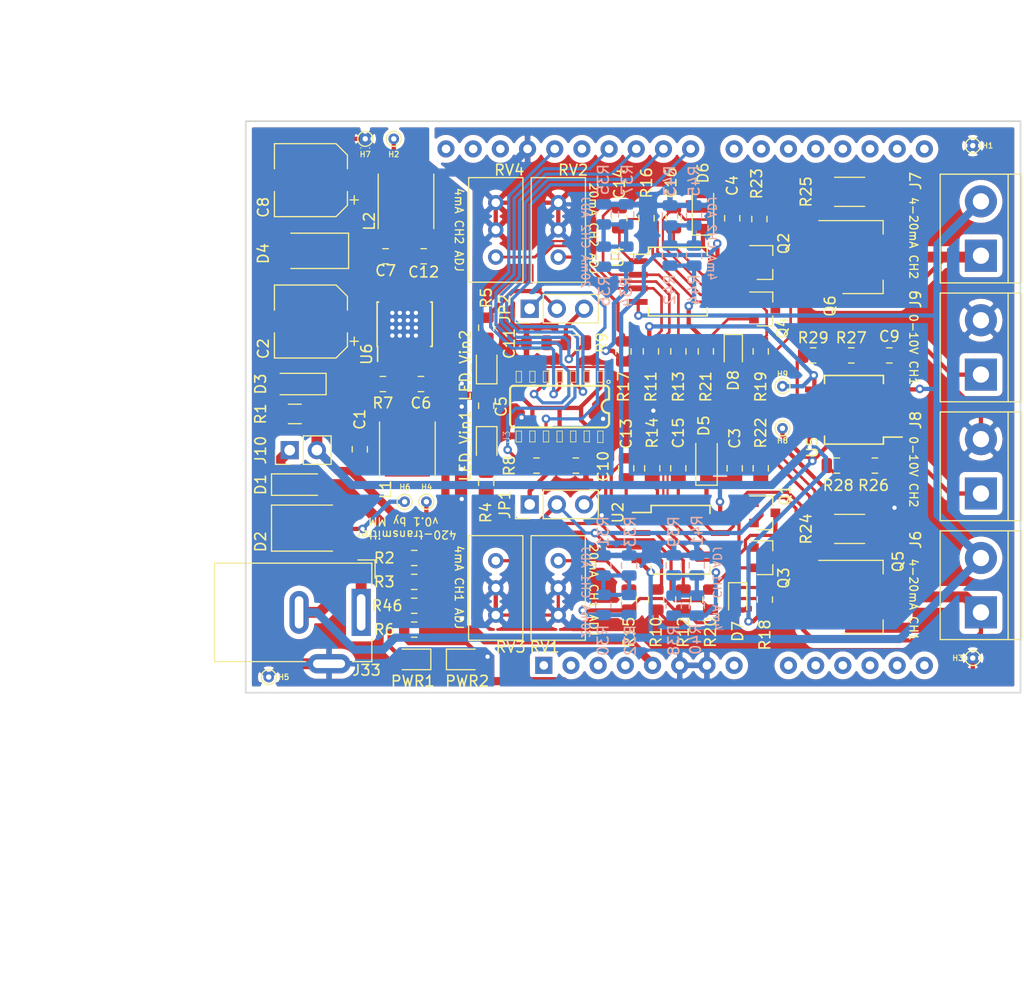
<source format=kicad_pcb>
(kicad_pcb (version 20171130) (host pcbnew 5.1.4-e60b266~84~ubuntu19.04.1)
  (layers (0 F.Cu signal) (31 B.Cu signal) (34 B.Paste user) (35 F.Paste user) (36 B.SilkS user) (37 F.SilkS user) (38 B.Mask user) (39 F.Mask user) (44 Edge.Cuts user))
  (net 0 "")
  (net 1 +Vcc)
  (net 2 GND)
  (net 3 "Net-(Q6-Pad3)")
  (net 4 "Net-(D1-Pad2)")
  (net 5 "Net-(Q2-Pad2)")
  (net 6 "Net-(Q1-Pad3)")
  (net 7 "Net-(C14-Pad1)")
  (net 8 "Net-(R17-Pad2)")
  (net 9 "Net-(Q4-Pad2)")
  (net 10 "Net-(Q1-Pad2)")
  (net 11 "Net-(C13-Pad2)")
  (net 12 +5V)
  (net 13 "Net-(C13-Pad1)")
  (net 14 "Net-(C1-Pad1)")
  (net 15 "Net-(C14-Pad2)")
  (net 16 -Vcc)
  (net 17 "Net-(C6-Pad1)")
  (net 18 "Net-(C7-Pad1)")
  (net 19 "Net-(J8-Pad1)")
  (net 20 "Net-(J9-Pad1)")
  (net 21 PWM_2)
  (net 22 PWM_1)
  (net 23 Vin2)
  (net 24 Vin1)
  (net 25 "Net-(C2-Pad1)")
  (net 26 "Net-(C6-Pad2)")
  (net 27 "Net-(C7-Pad2)")
  (net 28 "Net-(C10-Pad2)")
  (net 29 "Net-(C11-Pad2)")
  (net 30 "Net-(C15-Pad1)")
  (net 31 "Net-(C15-Pad2)")
  (net 32 "Net-(C16-Pad1)")
  (net 33 "Net-(C16-Pad2)")
  (net 34 "Net-(D1-Pad1)")
  (net 35 "Net-(D5-Pad2)")
  (net 36 "Net-(D6-Pad2)")
  (net 37 "Net-(D7-Pad1)")
  (net 38 "Net-(D8-Pad1)")
  (net 39 "Net-(J6-Pad1)")
  (net 40 "Net-(J7-Pad1)")
  (net 41 "Net-(Q2-Pad3)")
  (net 42 "Net-(Q3-Pad2)")
  (net 43 "Net-(Q5-Pad3)")
  (net 44 "Net-(R15-Pad2)")
  (net 45 "Net-(R20-Pad2)")
  (net 46 "Net-(R21-Pad2)")
  (net 47 "Net-(R26-Pad1)")
  (net 48 "Net-(R27-Pad1)")
  (net 49 "Net-(U3-Pad2)")
  (net 50 "Net-(U3-Pad6)")
  (net 51 "Net-(U3-Pad7)")
  (net 52 "Net-(LED_Vin1-Pad2)")
  (net 53 "Net-(LED_Vin2-Pad2)")
  (net 54 "Net-(PWR1-Pad2)")
  (net 55 "Net-(PWR2-Pad2)")
  (net 56 "Net-(R30-Pad2)")
  (net 57 "Net-(R34-Pad2)")
  (net 58 "Net-(R38-Pad1)")
  (net 59 "Net-(R42-Pad1)")
  (net 60 SCK)
  (net 61 SDI)
  (net 62 CS)
  (net 63 "Net-(JP1-Pad3)")
  (net 64 "Net-(JP2-Pad1)")
  (net 65 "Net-(A1-Pad16)")
  (net 66 "Net-(A1-Pad15)")
  (net 67 "Net-(A1-Pad30)")
  (net 68 "Net-(A1-Pad14)")
  (net 69 "Net-(A1-Pad13)")
  (net 70 "Net-(A1-Pad12)")
  (net 71 "Net-(A1-Pad27)")
  (net 72 "Net-(A1-Pad11)")
  (net 73 "Net-(A1-Pad10)")
  (net 74 "Net-(A1-Pad9)")
  (net 75 "Net-(A1-Pad8)")
  (net 76 "Net-(A1-Pad22)")
  (net 77 "Net-(A1-Pad21)")
  (net 78 "Net-(A1-Pad20)")
  (net 79 "Net-(A1-Pad4)")
  (net 80 "Net-(A1-Pad19)")
  (net 81 "Net-(A1-Pad3)")
  (net 82 "Net-(A1-Pad18)")
  (net 83 "Net-(A1-Pad2)")
  (net 84 "Net-(A1-Pad17)")
  (net 85 "Net-(A1-Pad1)")
  (net 86 "Net-(A1-Pad31)")
  (net 87 "Net-(A1-Pad32)")
  (module m_modules:Arduino_UNO_R3 (layer B.Cu) (at 186.5122 88.7984)
    (fp_text reference A1 hide)
    (fp_text value Arduino_UNO_R3 hide)
    (pad 32 thru_hole oval (at -9.14 -48.26 270) (size 1.6 1.6) (drill 0.8) (layers *.Cu *.Mask) (net 87 "Net-(A1-Pad32)"))
    (pad 31 thru_hole oval (at -6.6 -48.26 270) (size 1.6 1.6) (drill 0.8) (layers *.Cu *.Mask) (net 86 "Net-(A1-Pad31)"))
    (pad 1 thru_hole rect (at 0 0 270) (size 1.6 1.6) (drill 0.8) (layers *.Cu *.Mask) (net 85 "Net-(A1-Pad1)"))
    (pad 17 thru_hole oval (at 30.48 -48.26 270) (size 1.6 1.6) (drill 0.8) (layers *.Cu *.Mask) (net 84 "Net-(A1-Pad17)"))
    (pad 2 thru_hole oval (at 2.54 0 270) (size 1.6 1.6) (drill 0.8) (layers *.Cu *.Mask) (net 83 "Net-(A1-Pad2)"))
    (pad 18 thru_hole oval (at 27.94 -48.26 270) (size 1.6 1.6) (drill 0.8) (layers *.Cu *.Mask) (net 82 "Net-(A1-Pad18)"))
    (pad 3 thru_hole oval (at 5.08 0 270) (size 1.6 1.6) (drill 0.8) (layers *.Cu *.Mask) (net 81 "Net-(A1-Pad3)"))
    (pad 19 thru_hole oval (at 25.4 -48.26 270) (size 1.6 1.6) (drill 0.8) (layers *.Cu *.Mask) (net 80 "Net-(A1-Pad19)"))
    (pad 4 thru_hole oval (at 7.62 0 270) (size 1.6 1.6) (drill 0.8) (layers *.Cu *.Mask) (net 79 "Net-(A1-Pad4)"))
    (pad 20 thru_hole oval (at 22.86 -48.26 270) (size 1.6 1.6) (drill 0.8) (layers *.Cu *.Mask) (net 78 "Net-(A1-Pad20)"))
    (pad 5 thru_hole oval (at 10.16 0 270) (size 1.6 1.6) (drill 0.8) (layers *.Cu *.Mask) (net 12 +5V))
    (pad 21 thru_hole oval (at 20.32 -48.26 270) (size 1.6 1.6) (drill 0.8) (layers *.Cu *.Mask) (net 77 "Net-(A1-Pad21)"))
    (pad 6 thru_hole oval (at 12.7 0 270) (size 1.6 1.6) (drill 0.8) (layers *.Cu *.Mask) (net 2 GND))
    (pad 22 thru_hole oval (at 17.78 -48.26 270) (size 1.6 1.6) (drill 0.8) (layers *.Cu *.Mask) (net 76 "Net-(A1-Pad22)"))
    (pad 7 thru_hole oval (at 15.24 0 270) (size 1.6 1.6) (drill 0.8) (layers *.Cu *.Mask) (net 2 GND))
    (pad 23 thru_hole oval (at 13.72 -48.26 270) (size 1.6 1.6) (drill 0.8) (layers *.Cu *.Mask) (net 62 CS))
    (pad 8 thru_hole oval (at 17.78 0 270) (size 1.6 1.6) (drill 0.8) (layers *.Cu *.Mask) (net 75 "Net-(A1-Pad8)"))
    (pad 24 thru_hole oval (at 11.18 -48.26 270) (size 1.6 1.6) (drill 0.8) (layers *.Cu *.Mask) (net 22 PWM_1))
    (pad 9 thru_hole oval (at 22.86 0 270) (size 1.6 1.6) (drill 0.8) (layers *.Cu *.Mask) (net 74 "Net-(A1-Pad9)"))
    (pad 25 thru_hole oval (at 8.64 -48.26 270) (size 1.6 1.6) (drill 0.8) (layers *.Cu *.Mask) (net 21 PWM_2))
    (pad 10 thru_hole oval (at 25.4 0 270) (size 1.6 1.6) (drill 0.8) (layers *.Cu *.Mask) (net 73 "Net-(A1-Pad10)"))
    (pad 26 thru_hole oval (at 6.1 -48.26 270) (size 1.6 1.6) (drill 0.8) (layers *.Cu *.Mask) (net 61 SDI))
    (pad 11 thru_hole oval (at 27.94 0 270) (size 1.6 1.6) (drill 0.8) (layers *.Cu *.Mask) (net 72 "Net-(A1-Pad11)"))
    (pad 27 thru_hole oval (at 3.56 -48.26 270) (size 1.6 1.6) (drill 0.8) (layers *.Cu *.Mask) (net 71 "Net-(A1-Pad27)"))
    (pad 12 thru_hole oval (at 30.48 0 270) (size 1.6 1.6) (drill 0.8) (layers *.Cu *.Mask) (net 70 "Net-(A1-Pad12)"))
    (pad 28 thru_hole oval (at 1.02 -48.26 270) (size 1.6 1.6) (drill 0.8) (layers *.Cu *.Mask) (net 60 SCK))
    (pad 13 thru_hole oval (at 33.02 0 270) (size 1.6 1.6) (drill 0.8) (layers *.Cu *.Mask) (net 69 "Net-(A1-Pad13)"))
    (pad 29 thru_hole oval (at -1.52 -48.26 270) (size 1.6 1.6) (drill 0.8) (layers *.Cu *.Mask) (net 2 GND))
    (pad 14 thru_hole oval (at 35.56 0 270) (size 1.6 1.6) (drill 0.8) (layers *.Cu *.Mask) (net 68 "Net-(A1-Pad14)"))
    (pad 30 thru_hole oval (at -4.06 -48.26 270) (size 1.6 1.6) (drill 0.8) (layers *.Cu *.Mask) (net 67 "Net-(A1-Pad30)"))
    (pad 15 thru_hole oval (at 35.56 -48.26 270) (size 1.6 1.6) (drill 0.8) (layers *.Cu *.Mask) (net 66 "Net-(A1-Pad15)"))
    (pad 16 thru_hole oval (at 33.02 -48.26 270) (size 1.6 1.6) (drill 0.8) (layers *.Cu *.Mask) (net 65 "Net-(A1-Pad16)"))
  )
  (module Diode_SMD:D_MiniMELF (layer F.Cu) (at 163.6174 62.5094 180)
    (fp_text reference D3 (at 3.572 0 90) (layer F.SilkS))
    (fp_text value "AL1A ")
    (pad 2 smd rect (at 1.75 0 180) (size 1.3 1.7) (layers F.Cu F.Paste F.Mask) (net 1 +Vcc))
    (pad 1 smd rect (at -1.75 0 180) (size 1.3 1.7) (layers F.Cu F.Paste F.Mask) (net 14 "Net-(C1-Pad1)"))
  )
  (module LED_SMD:LED_0805_2012Metric (layer F.Cu) (at 181.1724 60.8076 90)
    (fp_text reference LED_Vin2 (at 0.0378 -2 270) (layer F.SilkS))
    (fp_text value LED)
    (pad 2 smd roundrect (at 0.9375 0 90) (size 0.975 1.4) (layers F.Cu F.Paste F.Mask) (net 53 "Net-(LED_Vin2-Pad2)"))
    (pad 1 smd roundrect (at -0.9375 0 90) (size 0.975 1.4) (layers F.Cu F.Paste F.Mask) (net 2 GND))
  )
  (module LED_SMD:LED_0805_2012Metric (layer F.Cu) (at 181.1724 68.1736 270)
    (fp_text reference LED_Vin1 (at 0.0982 2 90) (layer F.SilkS))
    (fp_text value LED)
    (pad 2 smd roundrect (at 0.9375 0 270) (size 0.975 1.4) (layers F.Cu F.Paste F.Mask) (net 52 "Net-(LED_Vin1-Pad2)"))
    (pad 1 smd roundrect (at -0.9375 0 270) (size 0.975 1.4) (layers F.Cu F.Paste F.Mask) (net 2 GND))
  )
  (module LED_SMD:LED_0805_2012Metric (layer F.Cu) (at 179.0954 88.2394)
    (fp_text reference PWR2 (at 0.254 2.032 180) (layer F.SilkS))
    (fp_text value LED)
    (pad 2 smd roundrect (at 0.9375 0) (size 0.975 1.4) (layers F.Cu F.Paste F.Mask) (net 55 "Net-(PWR2-Pad2)"))
    (pad 1 smd roundrect (at -0.9375 0) (size 0.975 1.4) (layers F.Cu F.Paste F.Mask) (net 2 GND))
  )
  (module LED_SMD:LED_0805_2012Metric (layer F.Cu) (at 174.2694 88.2394 180)
    (fp_text reference PWR1 (at 0 -2.032 180) (layer F.SilkS))
    (fp_text value LED)
    (pad 2 smd roundrect (at 0.9375 0 180) (size 0.975 1.4) (layers F.Cu F.Paste F.Mask) (net 54 "Net-(PWR1-Pad2)"))
    (pad 1 smd roundrect (at -0.9375 0 180) (size 0.975 1.4) (layers F.Cu F.Paste F.Mask) (net 2 GND))
  )
  (module Inductor_SMD:L_Taiyo-Yuden_MD-5050 (layer F.Cu) (at 173.6344 45.4406 90)
    (fp_text reference L2 (at -1.8542 -3.429 270) (layer F.SilkS))
    (fp_text value 47uH)
    (pad 2 smd rect (at 1.8 0 90) (size 1.5 4.2) (layers F.Cu F.Paste F.Mask) (net 12 +5V))
    (pad 1 smd rect (at -1.8 0 90) (size 1.5 4.2) (layers F.Cu F.Paste F.Mask) (net 27 "Net-(C7-Pad2)"))
  )
  (module Inductor_SMD:L_Taiyo-Yuden_MD-5050 (layer F.Cu) (at 173.7614 68.6054 90)
    (fp_text reference L1 (at -3.7592 -2.032 90) (layer F.SilkS))
    (fp_text value 47uH)
    (pad 2 smd rect (at 1.8 0 90) (size 1.5 4.2) (layers F.Cu F.Paste F.Mask) (net 25 "Net-(C2-Pad1)"))
    (pad 1 smd rect (at -1.8 0 90) (size 1.5 4.2) (layers F.Cu F.Paste F.Mask) (net 14 "Net-(C1-Pad1)"))
  )
  (module m_connectors:TerminalBlock_bornier-2_P5.08mm (layer F.Cu) (at 227.3554 72.737134 90)
    (fp_text reference J8 (at 6.849534 -6.096 90) (layer F.SilkS))
    (fp_text value 0-10V_Vout1)
    (pad 2 thru_hole circle (at 5.08 0 90) (size 3 3) (drill 1.52) (layers *.Cu *.Mask) (net 2 GND))
    (pad 1 thru_hole rect (at 0 0 90) (size 3 3) (drill 1.52) (layers *.Cu *.Mask) (net 19 "Net-(J8-Pad1)"))
  )
  (module m_connectors:TerminalBlock_bornier-2_P5.08mm (layer F.Cu) (at 227.3554 83.8454 90)
    (fp_text reference J6 (at 6.7818 -6.096 90) (layer F.SilkS))
    (fp_text value 4-20mA_loop1)
    (pad 2 thru_hole circle (at 5.08 0 90) (size 3 3) (drill 1.52) (layers *.Cu *.Mask) (net 16 -Vcc))
    (pad 1 thru_hole rect (at 0 0 90) (size 3 3) (drill 1.52) (layers *.Cu *.Mask) (net 39 "Net-(J6-Pad1)"))
  )
  (module m_connectors:TerminalBlock_bornier-2_P5.08mm (layer F.Cu) (at 227.3554 50.5206 90)
    (fp_text reference J7 (at 6.985 -6.096 90) (layer F.SilkS))
    (fp_text value 4-20mA_loop2)
    (pad 2 thru_hole circle (at 5.08 0 90) (size 3 3) (drill 1.52) (layers *.Cu *.Mask) (net 16 -Vcc))
    (pad 1 thru_hole rect (at 0 0 90) (size 3 3) (drill 1.52) (layers *.Cu *.Mask) (net 40 "Net-(J7-Pad1)"))
  )
  (module m_connectors:TerminalBlock_bornier-2_P5.08mm (layer F.Cu) (at 227.3554 61.628868 90)
    (fp_text reference J9 (at 7.044268 -6.096 90) (layer F.SilkS))
    (fp_text value 0-10V_Vout2)
    (pad 2 thru_hole circle (at 5.08 0 90) (size 3 3) (drill 1.52) (layers *.Cu *.Mask) (net 2 GND))
    (pad 1 thru_hole rect (at 0 0 90) (size 3 3) (drill 1.52) (layers *.Cu *.Mask) (net 20 "Net-(J9-Pad1)"))
  )
  (module Potentiometer_THT:Potentiometer_Bourns_3296W_Vertical (layer F.Cu) (at 187.8634 84.0994 270)
    (fp_text reference RV1 (at 2.9972 1.275) (layer F.SilkS))
    (fp_text value 2k)
    (pad 3 thru_hole circle (at -5.08 0 270) (size 1.44 1.44) (drill 0.8) (layers *.Cu *.Mask) (net 44 "Net-(R15-Pad2)"))
    (pad 2 thru_hole circle (at -2.54 0 270) (size 1.44 1.44) (drill 0.8) (layers *.Cu *.Mask) (net 2 GND))
    (pad 1 thru_hole circle (at 0 0 270) (size 1.44 1.44) (drill 0.8) (layers *.Cu *.Mask) (net 2 GND))
  )
  (module Potentiometer_THT:Potentiometer_Bourns_3296W_Vertical (layer F.Cu) (at 182.0214 84.0994 270)
    (fp_text reference RV3 (at 2.9972 -1.392) (layer F.SilkS))
    (fp_text value 2k)
    (pad 3 thru_hole circle (at -5.08 0 270) (size 1.44 1.44) (drill 0.8) (layers *.Cu *.Mask) (net 45 "Net-(R20-Pad2)"))
    (pad 2 thru_hole circle (at -2.54 0 270) (size 1.44 1.44) (drill 0.8) (layers *.Cu *.Mask) (net 2 GND))
    (pad 1 thru_hole circle (at 0 0 270) (size 1.44 1.44) (drill 0.8) (layers *.Cu *.Mask) (net 2 GND))
  )
  (module Potentiometer_THT:Potentiometer_Bourns_3296W_Vertical (layer F.Cu) (at 187.8634 45.5674 90)
    (fp_text reference RV2 (at 3.0478 1.392 180) (layer F.SilkS))
    (fp_text value 2k)
    (pad 3 thru_hole circle (at -5.08 0 90) (size 1.44 1.44) (drill 0.8) (layers *.Cu *.Mask) (net 8 "Net-(R17-Pad2)"))
    (pad 2 thru_hole circle (at -2.54 0 90) (size 1.44 1.44) (drill 0.8) (layers *.Cu *.Mask) (net 2 GND))
    (pad 1 thru_hole circle (at 0 0 90) (size 1.44 1.44) (drill 0.8) (layers *.Cu *.Mask) (net 2 GND))
  )
  (module Potentiometer_THT:Potentiometer_Bourns_3296W_Vertical (layer F.Cu) (at 182.0214 45.5674 90)
    (fp_text reference RV4 (at 3.0478 1.265) (layer F.SilkS))
    (fp_text value 2k)
    (pad 3 thru_hole circle (at -5.08 0 90) (size 1.44 1.44) (drill 0.8) (layers *.Cu *.Mask) (net 46 "Net-(R21-Pad2)"))
    (pad 2 thru_hole circle (at -2.54 0 90) (size 1.44 1.44) (drill 0.8) (layers *.Cu *.Mask) (net 2 GND))
    (pad 1 thru_hole circle (at 0 0 90) (size 1.44 1.44) (drill 0.8) (layers *.Cu *.Mask) (net 2 GND))
  )
  (module Connector_PinHeader_2.54mm:PinHeader_1x02_P2.54mm_Vertical (layer F.Cu) (at 162.7674 68.6854 90)
    (fp_text reference J10 (at 0 -2.722 90) (layer F.SilkS))
    (fp_text value "PWR SW")
    (pad 2 thru_hole oval (at 0 2.54 90) (size 1.7 1.7) (drill 1) (layers *.Cu *.Mask) (net 1 +Vcc))
    (pad 1 thru_hole rect (at 0 0 90) (size 1.7 1.7) (drill 1) (layers *.Cu *.Mask) (net 34 "Net-(D1-Pad1)"))
  )
  (module m_integrated_circuits:SO14 (layer F.Cu) (at 187.9854 64.6176 180)
    (fp_text reference U3 (at 4.948 -2.87 90) (layer F.SilkS) (effects (font (size 0.6096 0.6096) (thickness 0.0508))))
    (fp_text value MCP4922 hide)
    (pad 1 smd rect (at -3.81 2.79908 180) (size 0.59944 1.19888) (layers F.Cu F.Paste F.Mask) (net 12 +5V))
    (pad 2 smd rect (at -2.54 2.79908 180) (size 0.59944 1.19888) (layers F.Cu F.Paste F.Mask) (net 49 "Net-(U3-Pad2)"))
    (pad 3 smd rect (at -1.27 2.79908 180) (size 0.59944 1.19888) (layers F.Cu F.Paste F.Mask) (net 62 CS))
    (pad 4 smd rect (at 0 2.79908 180) (size 0.59944 1.19888) (layers F.Cu F.Paste F.Mask) (net 60 SCK))
    (pad 5 smd rect (at 1.27 2.79908 180) (size 0.59944 1.19888) (layers F.Cu F.Paste F.Mask) (net 61 SDI))
    (pad 6 smd rect (at 2.54 2.79908 180) (size 0.59944 1.19888) (layers F.Cu F.Paste F.Mask) (net 50 "Net-(U3-Pad6)"))
    (pad 7 smd rect (at 3.81 2.79908 180) (size 0.59944 1.19888) (layers F.Cu F.Paste F.Mask) (net 51 "Net-(U3-Pad7)"))
    (pad 8 smd rect (at 3.81 -2.79908 180) (size 0.59944 1.19888) (layers F.Cu F.Paste F.Mask) (net 2 GND))
    (pad 9 smd rect (at 2.54 -2.79908 180) (size 0.59944 1.19888) (layers F.Cu F.Paste F.Mask) (net 12 +5V))
    (pad 10 smd rect (at 1.27 -2.79908 180) (size 0.59944 1.19888) (layers F.Cu F.Paste F.Mask) (net 64 "Net-(JP2-Pad1)"))
    (pad 11 smd rect (at 0 -2.79908 180) (size 0.59944 1.19888) (layers F.Cu F.Paste F.Mask) (net 12 +5V))
    (pad 12 smd rect (at -1.27 -2.79908 180) (size 0.59944 1.19888) (layers F.Cu F.Paste F.Mask) (net 2 GND))
    (pad 13 smd rect (at -2.54 -2.79908 180) (size 0.59944 1.19888) (layers F.Cu F.Paste F.Mask) (net 12 +5V))
    (pad 14 smd rect (at -3.81 -2.79908 180) (size 0.59944 1.19888) (layers F.Cu F.Paste F.Mask) (net 63 "Net-(JP1-Pad3)"))
  )
  (module m_connectors:BarrelJack_Wuerth_6941xx301002 (layer F.Cu) (at 169.4434 83.8454 270)
    (fp_text reference J33 (at 5.4102 -0.508) (layer F.SilkS))
    (fp_text value Barrel_Jack_MountingPin)
    (pad MP thru_hole oval (at 4.8 3) (size 4 1.8) (drill oval 3 0.8) (layers *.Cu *.Mask) (net 2 GND))
    (pad 2 thru_hole oval (at 0 5.8 270) (size 4 1.8) (drill oval 3 0.8) (layers *.Cu *.Mask) (net 16 -Vcc))
    (pad 1 thru_hole rect (at 0 0 270) (size 4.4 1.8) (drill oval 3.4 0.8) (layers *.Cu *.Mask) (net 4 "Net-(D1-Pad2)"))
  )
  (module Package_TO_SOT_SMD:SOT-223 (layer F.Cu) (at 216.3064 82.3976)
    (fp_text reference Q5 (at 3.302 -3.302 90) (layer F.SilkS))
    (fp_text value BCP5116TA)
    (pad 1 smd rect (at -3.15 -2.3) (size 2 1.5) (layers F.Cu F.Paste F.Mask) (net 31 "Net-(C15-Pad2)"))
    (pad 3 smd rect (at -3.15 2.3) (size 2 1.5) (layers F.Cu F.Paste F.Mask) (net 43 "Net-(Q5-Pad3)"))
    (pad 2 smd rect (at -3.15 0) (size 2 1.5) (layers F.Cu F.Paste F.Mask) (net 39 "Net-(J6-Pad1)"))
    (pad 4 smd rect (at 3.15 0) (size 2 3.8) (layers F.Cu F.Paste F.Mask) (net 39 "Net-(J6-Pad1)"))
  )
  (module Package_TO_SOT_SMD:SOT-223 (layer F.Cu) (at 216.3064 50.6476)
    (fp_text reference Q6 (at -3.048 4.572 90) (layer F.SilkS))
    (fp_text value BCP5116TA)
    (pad 1 smd rect (at -3.15 -2.3) (size 2 1.5) (layers F.Cu F.Paste F.Mask) (net 33 "Net-(C16-Pad2)"))
    (pad 3 smd rect (at -3.15 2.3) (size 2 1.5) (layers F.Cu F.Paste F.Mask) (net 3 "Net-(Q6-Pad3)"))
    (pad 2 smd rect (at -3.15 0) (size 2 1.5) (layers F.Cu F.Paste F.Mask) (net 40 "Net-(J7-Pad1)"))
    (pad 4 smd rect (at 3.15 0) (size 2 3.8) (layers F.Cu F.Paste F.Mask) (net 40 "Net-(J7-Pad1)"))
  )
  (module Package_TO_SOT_SMD:SOT-23 (layer F.Cu) (at 207.1474 74.5434)
    (fp_text reference Q1 (at 1.905 -1.651 90) (layer F.SilkS))
    (fp_text value BC848AE)
    (pad 3 smd rect (at 1 0) (size 0.9 0.8) (layers F.Cu F.Paste F.Mask) (net 6 "Net-(Q1-Pad3)"))
    (pad 2 smd rect (at -1 0.95) (size 0.9 0.8) (layers F.Cu F.Paste F.Mask) (net 10 "Net-(Q1-Pad2)"))
    (pad 1 smd rect (at -1 -0.95) (size 0.9 0.8) (layers F.Cu F.Paste F.Mask) (net 13 "Net-(C13-Pad1)"))
  )
  (module Package_TO_SOT_SMD:SOT-23 (layer F.Cu) (at 207.1474 51.1556)
    (fp_text reference Q2 (at 1.778 -1.778 90) (layer F.SilkS))
    (fp_text value BC848AE)
    (pad 3 smd rect (at 1 0) (size 0.9 0.8) (layers F.Cu F.Paste F.Mask) (net 41 "Net-(Q2-Pad3)"))
    (pad 2 smd rect (at -1 0.95) (size 0.9 0.8) (layers F.Cu F.Paste F.Mask) (net 5 "Net-(Q2-Pad2)"))
    (pad 1 smd rect (at -1 -0.95) (size 0.9 0.8) (layers F.Cu F.Paste F.Mask) (net 7 "Net-(C14-Pad1)"))
  )
  (module Package_TO_SOT_SMD:SOT-23 (layer F.Cu) (at 207.1474 78.7344)
    (fp_text reference Q3 (at 1.778 1.905 90) (layer F.SilkS))
    (fp_text value BC848AE)
    (pad 3 smd rect (at 1 0) (size 0.9 0.8) (layers F.Cu F.Paste F.Mask) (net 6 "Net-(Q1-Pad3)"))
    (pad 2 smd rect (at -1 0.95) (size 0.9 0.8) (layers F.Cu F.Paste F.Mask) (net 42 "Net-(Q3-Pad2)"))
    (pad 1 smd rect (at -1 -0.95) (size 0.9 0.8) (layers F.Cu F.Paste F.Mask) (net 37 "Net-(D7-Pad1)"))
  )
  (module Package_TO_SOT_SMD:SOT-23 (layer F.Cu) (at 207.1474 55.4934)
    (fp_text reference Q4 (at 1.651 1.778 90) (layer F.SilkS))
    (fp_text value BC848AE)
    (pad 3 smd rect (at 1 0) (size 0.9 0.8) (layers F.Cu F.Paste F.Mask) (net 41 "Net-(Q2-Pad3)"))
    (pad 2 smd rect (at -1 0.95) (size 0.9 0.8) (layers F.Cu F.Paste F.Mask) (net 9 "Net-(Q4-Pad2)"))
    (pad 1 smd rect (at -1 -0.95) (size 0.9 0.8) (layers F.Cu F.Paste F.Mask) (net 38 "Net-(D8-Pad1)"))
  )
  (module Resistor_SMD:R_0805_2012Metric (layer B.Cu) (at 192.0736 83.1526 90)
    (fp_text reference R30 (at -3.309 -0.0242 90) (layer B.SilkS) (effects (justify mirror)))
    (fp_text value adj)
    (pad 2 smd roundrect (at 0.9375 0 90) (size 0.975 1.4) (layers B.Cu B.Paste B.Mask) (net 56 "Net-(R30-Pad2)"))
    (pad 1 smd roundrect (at -0.9375 0 90) (size 0.975 1.4) (layers B.Cu B.Paste B.Mask) (net 10 "Net-(Q1-Pad2)"))
  )
  (module Resistor_SMD:R_0805_2012Metric (layer B.Cu) (at 192.0736 79.4606 90)
    (fp_text reference R31 (at 3.159 -0.0242 90) (layer B.SilkS) (effects (justify mirror)))
    (fp_text value adj)
    (pad 2 smd roundrect (at 0.9375 0 90) (size 0.975 1.4) (layers B.Cu B.Paste B.Mask) (net 2 GND))
    (pad 1 smd roundrect (at -0.9375 0 90) (size 0.975 1.4) (layers B.Cu B.Paste B.Mask) (net 56 "Net-(R30-Pad2)"))
  )
  (module Resistor_SMD:R_0805_2012Metric (layer B.Cu) (at 194.4816 83.1526 270)
    (fp_text reference R32 (at 3.309 -0.1078 90) (layer B.SilkS) (effects (justify mirror)))
    (fp_text value adj)
    (pad 2 smd roundrect (at 0.9375 0 270) (size 0.975 1.4) (layers B.Cu B.Paste B.Mask) (net 10 "Net-(Q1-Pad2)"))
    (pad 1 smd roundrect (at -0.9375 0 270) (size 0.975 1.4) (layers B.Cu B.Paste B.Mask) (net 56 "Net-(R30-Pad2)"))
  )
  (module Resistor_SMD:R_0805_2012Metric (layer B.Cu) (at 194.4816 79.4606 270)
    (fp_text reference R33 (at -3.159 -0.1078 90) (layer B.SilkS) (effects (justify mirror)))
    (fp_text value adj)
    (pad 2 smd roundrect (at 0.9375 0 270) (size 0.975 1.4) (layers B.Cu B.Paste B.Mask) (net 56 "Net-(R30-Pad2)"))
    (pad 1 smd roundrect (at -0.9375 0 270) (size 0.975 1.4) (layers B.Cu B.Paste B.Mask) (net 2 GND))
  )
  (module Resistor_SMD:R_0805_2012Metric (layer B.Cu) (at 194.2026 50.6096 90)
    (fp_text reference R34 (at -3.313 0.0058 90) (layer B.SilkS) (effects (justify mirror)))
    (fp_text value adj)
    (pad 2 smd roundrect (at 0.9375 0 90) (size 0.975 1.4) (layers B.Cu B.Paste B.Mask) (net 57 "Net-(R34-Pad2)"))
    (pad 1 smd roundrect (at -0.9375 0 90) (size 0.975 1.4) (layers B.Cu B.Paste B.Mask) (net 5 "Net-(Q2-Pad2)"))
  )
  (module Resistor_SMD:R_0805_2012Metric (layer B.Cu) (at 192.0986 46.6556 90)
    (fp_text reference R35 (at 3.247 -0.0262 90) (layer B.SilkS) (effects (justify mirror)))
    (fp_text value adj)
    (pad 2 smd roundrect (at 0.9375 0 90) (size 0.975 1.4) (layers B.Cu B.Paste B.Mask) (net 2 GND))
    (pad 1 smd roundrect (at -0.9375 0 90) (size 0.975 1.4) (layers B.Cu B.Paste B.Mask) (net 57 "Net-(R34-Pad2)"))
  )
  (module Resistor_SMD:R_0805_2012Metric (layer B.Cu) (at 192.0986 50.6096 270)
    (fp_text reference R36 (at 3.213 -0.0778 90) (layer B.SilkS) (effects (justify mirror)))
    (fp_text value adj)
    (pad 2 smd roundrect (at 0.9375 0 270) (size 0.975 1.4) (layers B.Cu B.Paste B.Mask) (net 5 "Net-(Q2-Pad2)"))
    (pad 1 smd roundrect (at -0.9375 0 270) (size 0.975 1.4) (layers B.Cu B.Paste B.Mask) (net 57 "Net-(R34-Pad2)"))
  )
  (module Resistor_SMD:R_0805_2012Metric (layer B.Cu) (at 194.2026 46.6556 270)
    (fp_text reference R37 (at -3.247 -0.1058 90) (layer B.SilkS) (effects (justify mirror)))
    (fp_text value adj)
    (pad 2 smd roundrect (at 0.9375 0 270) (size 0.975 1.4) (layers B.Cu B.Paste B.Mask) (net 57 "Net-(R34-Pad2)"))
    (pad 1 smd roundrect (at -0.9375 0 270) (size 0.975 1.4) (layers B.Cu B.Paste B.Mask) (net 2 GND))
  )
  (module Resistor_SMD:R_0805_2012Metric (layer B.Cu) (at 198.6516 83.2046 270)
    (fp_text reference R38 (at 3.257 -0.0018 90) (layer B.SilkS) (effects (justify mirror)))
    (fp_text value adj)
    (pad 2 smd roundrect (at 0.9375 0 270) (size 0.975 1.4) (layers B.Cu B.Paste B.Mask) (net 42 "Net-(Q3-Pad2)"))
    (pad 1 smd roundrect (at -0.9375 0 270) (size 0.975 1.4) (layers B.Cu B.Paste B.Mask) (net 58 "Net-(R38-Pad1)"))
  )
  (module Resistor_SMD:R_0805_2012Metric (layer B.Cu) (at 198.6516 79.4506 270)
    (fp_text reference R39 (at -3.149 -0.0018 90) (layer B.SilkS) (effects (justify mirror)))
    (fp_text value adj)
    (pad 2 smd roundrect (at 0.9375 0 270) (size 0.975 1.4) (layers B.Cu B.Paste B.Mask) (net 58 "Net-(R38-Pad1)"))
    (pad 1 smd roundrect (at -0.9375 0 270) (size 0.975 1.4) (layers B.Cu B.Paste B.Mask) (net 2 GND))
  )
  (module Resistor_SMD:R_0805_2012Metric (layer B.Cu) (at 200.8056 83.2046 90)
    (fp_text reference R40 (at -3.157 -0.1202 90) (layer B.SilkS) (effects (justify mirror)))
    (fp_text value adj)
    (pad 2 smd roundrect (at 0.9375 0 90) (size 0.975 1.4) (layers B.Cu B.Paste B.Mask) (net 58 "Net-(R38-Pad1)"))
    (pad 1 smd roundrect (at -0.9375 0 90) (size 0.975 1.4) (layers B.Cu B.Paste B.Mask) (net 42 "Net-(Q3-Pad2)"))
  )
  (module Resistor_SMD:R_0805_2012Metric (layer B.Cu) (at 200.8056 79.4506 90)
    (fp_text reference R41 (at 3.249 0.0338 90) (layer B.SilkS) (effects (justify mirror)))
    (fp_text value adj)
    (pad 2 smd roundrect (at 0.9375 0 90) (size 0.975 1.4) (layers B.Cu B.Paste B.Mask) (net 2 GND))
    (pad 1 smd roundrect (at -0.9375 0 90) (size 0.975 1.4) (layers B.Cu B.Paste B.Mask) (net 58 "Net-(R38-Pad1)"))
  )
  (module Resistor_SMD:R_0805_2012Metric (layer B.Cu) (at 198.2986 50.5066 270)
    (fp_text reference R42 (at 3.189 0.0262 90) (layer B.SilkS) (effects (justify mirror)))
    (fp_text value adj)
    (pad 2 smd roundrect (at 0.9375 0 270) (size 0.975 1.4) (layers B.Cu B.Paste B.Mask) (net 9 "Net-(Q4-Pad2)"))
    (pad 1 smd roundrect (at -0.9375 0 270) (size 0.975 1.4) (layers B.Cu B.Paste B.Mask) (net 59 "Net-(R42-Pad1)"))
  )
  (module Resistor_SMD:R_0805_2012Metric (layer B.Cu) (at 198.2986 46.7526 270)
    (fp_text reference R43 (at -3.217 0.0262 90) (layer B.SilkS) (effects (justify mirror)))
    (fp_text value adj)
    (pad 2 smd roundrect (at 0.9375 0 270) (size 0.975 1.4) (layers B.Cu B.Paste B.Mask) (net 59 "Net-(R42-Pad1)"))
    (pad 1 smd roundrect (at -0.9375 0 270) (size 0.975 1.4) (layers B.Cu B.Paste B.Mask) (net 2 GND))
  )
  (module Resistor_SMD:R_0805_2012Metric (layer B.Cu) (at 200.5526 50.5066 90)
    (fp_text reference R44 (at -3.189 0.0058 90) (layer B.SilkS) (effects (justify mirror)))
    (fp_text value adj)
    (pad 2 smd roundrect (at 0.9375 0 90) (size 0.975 1.4) (layers B.Cu B.Paste B.Mask) (net 59 "Net-(R42-Pad1)"))
    (pad 1 smd roundrect (at -0.9375 0 90) (size 0.975 1.4) (layers B.Cu B.Paste B.Mask) (net 9 "Net-(Q4-Pad2)"))
  )
  (module Resistor_SMD:R_0805_2012Metric (layer B.Cu) (at 200.5526 46.7526 90)
    (fp_text reference R45 (at 3.217 0.0058 90) (layer B.SilkS) (effects (justify mirror)))
    (fp_text value adj)
    (pad 2 smd roundrect (at 0.9375 0 90) (size 0.975 1.4) (layers B.Cu B.Paste B.Mask) (net 2 GND))
    (pad 1 smd roundrect (at -0.9375 0 90) (size 0.975 1.4) (layers B.Cu B.Paste B.Mask) (net 59 "Net-(R42-Pad1)"))
  )
  (module Diode_SMD:D_SMB (layer F.Cu) (at 164.6174 75.9714)
    (fp_text reference D2 (at -4.572 1.27 90) (layer F.SilkS))
    (fp_text value 1SMB5913BT3G)
    (pad 2 smd rect (at 2.15 0) (size 2.5 2.3) (layers F.Cu F.Paste F.Mask) (net 16 -Vcc))
    (pad 1 smd rect (at -2.15 0) (size 2.5 2.3) (layers F.Cu F.Paste F.Mask) (net 2 GND))
  )
  (module Resistor_SMD:R_1206_3216Metric (layer F.Cu) (at 163.2474 65.3034 180)
    (fp_text reference R1 (at 3.202 0 90) (layer F.SilkS))
    (fp_text value 100k)
    (pad 2 smd roundrect (at 1.4 0 180) (size 1.25 1.75) (layers F.Cu F.Paste F.Mask) (roundrect_rratio 0.2) (net 2 GND))
    (pad 1 smd roundrect (at -1.4 0 180) (size 1.25 1.75) (layers F.Cu F.Paste F.Mask) (roundrect_rratio 0.2) (net 1 +Vcc))
  )
  (module Resistor_SMD:R_0805_2012Metric (layer F.Cu) (at 174.4014 83.2259)
    (fp_text reference R46 (at -2.54 0) (layer F.SilkS))
    (fp_text value 1k)
    (pad 2 smd roundrect (at 0.9375 0) (size 0.975 1.4) (layers F.Cu F.Paste F.Mask) (net 2 GND))
    (pad 1 smd roundrect (at -0.9375 0) (size 0.975 1.4) (layers F.Cu F.Paste F.Mask) (net 55 "Net-(PWR2-Pad2)"))
  )
  (module Diode_SMD:D_SMA (layer F.Cu) (at 164.8714 50.0634 180)
    (fp_text reference D4 (at 4.572 -0.254 90) (layer F.SilkS))
    (fp_text value "SS16A ")
    (pad 2 smd rect (at 2 0 180) (size 2.5 1.8) (layers F.Cu F.Paste F.Mask) (net 2 GND))
    (pad 1 smd rect (at -2 0 180) (size 2.5 1.8) (layers F.Cu F.Paste F.Mask) (net 27 "Net-(C7-Pad2)"))
  )
  (module Package_SO:SO-8_5.3x6.2mm_P1.27mm (layer F.Cu) (at 215.4934 64.9174 180)
    (fp_text reference U5 (at 3.886 -3.5102 90) (layer F.SilkS))
    (fp_text value TL072)
    (pad 8 smd rect (at 3.7 -1.905 180) (size 1.75 0.55) (layers F.Cu F.Paste F.Mask) (net 1 +Vcc))
    (pad 7 smd rect (at 3.7 -0.635 180) (size 1.75 0.55) (layers F.Cu F.Paste F.Mask) (net 20 "Net-(J9-Pad1)"))
    (pad 6 smd rect (at 3.7 0.635 180) (size 1.75 0.55) (layers F.Cu F.Paste F.Mask) (net 48 "Net-(R27-Pad1)"))
    (pad 5 smd rect (at 3.7 1.905 180) (size 1.75 0.55) (layers F.Cu F.Paste F.Mask) (net 23 Vin2))
    (pad 4 smd rect (at -3.7 1.905 180) (size 1.75 0.55) (layers F.Cu F.Paste F.Mask) (net 16 -Vcc))
    (pad 3 smd rect (at -3.7 0.635 180) (size 1.75 0.55) (layers F.Cu F.Paste F.Mask) (net 24 Vin1))
    (pad 2 smd rect (at -3.7 -0.635 180) (size 1.75 0.55) (layers F.Cu F.Paste F.Mask) (net 47 "Net-(R26-Pad1)"))
    (pad 1 smd rect (at -3.7 -1.905 180) (size 1.75 0.55) (layers F.Cu F.Paste F.Mask) (net 19 "Net-(J8-Pad1)"))
  )
  (module Package_SO:SO-8_5.3x6.2mm_P1.27mm (layer F.Cu) (at 199.2884 77.0636)
    (fp_text reference U2 (at -5.847 -2.5398 90) (layer F.SilkS))
    (fp_text value TL072)
    (pad 8 smd rect (at 3.7 -1.905) (size 1.75 0.55) (layers F.Cu F.Paste F.Mask) (net 1 +Vcc))
    (pad 7 smd rect (at 3.7 -0.635) (size 1.75 0.55) (layers F.Cu F.Paste F.Mask) (net 31 "Net-(C15-Pad2)"))
    (pad 6 smd rect (at 3.7 0.635) (size 1.75 0.55) (layers F.Cu F.Paste F.Mask) (net 30 "Net-(C15-Pad1)"))
    (pad 5 smd rect (at 3.7 1.905) (size 1.75 0.55) (layers F.Cu F.Paste F.Mask) (net 6 "Net-(Q1-Pad3)"))
    (pad 4 smd rect (at -3.7 1.905) (size 1.75 0.55) (layers F.Cu F.Paste F.Mask) (net 16 -Vcc))
    (pad 3 smd rect (at -3.7 0.635) (size 1.75 0.55) (layers F.Cu F.Paste F.Mask) (net 24 Vin1))
    (pad 2 smd rect (at -3.7 -0.635) (size 1.75 0.55) (layers F.Cu F.Paste F.Mask) (net 11 "Net-(C13-Pad2)"))
    (pad 1 smd rect (at -3.7 -1.905) (size 1.75 0.55) (layers F.Cu F.Paste F.Mask) (net 13 "Net-(C13-Pad1)"))
  )
  (module Resistor_SMD:R_2010_5025Metric (layer F.Cu) (at 215.0864 76.0476 180)
    (fp_text reference R24 (at 4.064 0 90) (layer F.SilkS))
    (fp_text value "100 1% ")
    (pad 2 smd roundrect (at 2.25 0 180) (size 1.35 2.65) (layers F.Cu F.Paste F.Mask) (roundrect_rratio 0.185185) (net 35 "Net-(D5-Pad2)"))
    (pad 1 smd roundrect (at -2.25 0 180) (size 1.35 2.65) (layers F.Cu F.Paste F.Mask) (roundrect_rratio 0.185185) (net 43 "Net-(Q5-Pad3)"))
  )
  (module Capacitor_SMD:C_0805_2012Metric (layer F.Cu) (at 218.7954 59.8374 180)
    (fp_text reference C9 (at 0 1.778) (layer F.SilkS))
    (fp_text value 100n)
    (pad 2 smd roundrect (at 0.9375 0 180) (size 0.975 1.4) (layers F.Cu F.Paste F.Mask) (net 2 GND))
    (pad 1 smd roundrect (at -0.9375 0 180) (size 0.975 1.4) (layers F.Cu F.Paste F.Mask) (net 1 +Vcc))
  )
  (module Resistor_SMD:R_0805_2012Metric (layer F.Cu) (at 215.2394 59.8374)
    (fp_text reference R27 (at 0 -1.65) (layer F.SilkS))
    (fp_text value "1k 1%")
    (pad 2 smd roundrect (at 0.9375 0) (size 0.975 1.4) (layers F.Cu F.Paste F.Mask) (net 2 GND))
    (pad 1 smd roundrect (at -0.9375 0) (size 0.975 1.4) (layers F.Cu F.Paste F.Mask) (net 48 "Net-(R27-Pad1)"))
  )
  (module Resistor_SMD:R_0805_2012Metric (layer F.Cu) (at 211.6834 59.8374)
    (fp_text reference R29 (at 0 -1.65) (layer F.SilkS))
    (fp_text value "1k 1%")
    (pad 2 smd roundrect (at 0.9375 0) (size 0.975 1.4) (layers F.Cu F.Paste F.Mask) (net 48 "Net-(R27-Pad1)"))
    (pad 1 smd roundrect (at -0.9375 0) (size 0.975 1.4) (layers F.Cu F.Paste F.Mask) (net 20 "Net-(J9-Pad1)"))
  )
  (module Resistor_SMD:R_2010_5025Metric (layer F.Cu) (at 215.0864 44.5516 180)
    (fp_text reference R25 (at 4.069 -0.0002 90) (layer F.SilkS))
    (fp_text value "100 1% ")
    (pad 2 smd roundrect (at 2.25 0 180) (size 1.35 2.65) (layers F.Cu F.Paste F.Mask) (roundrect_rratio 0.185185) (net 36 "Net-(D6-Pad2)"))
    (pad 1 smd roundrect (at -2.25 0 180) (size 1.35 2.65) (layers F.Cu F.Paste F.Mask) (roundrect_rratio 0.185185) (net 3 "Net-(Q6-Pad3)"))
  )
  (module Resistor_SMD:R_0805_2012Metric (layer F.Cu) (at 207.1674 82.6514 270)
    (fp_text reference R18 (at 3.302 0 90) (layer F.SilkS))
    (fp_text value "1k 1%")
    (pad 2 smd roundrect (at 0.9375 0 270) (size 0.975 1.4) (layers F.Cu F.Paste F.Mask) (net 1 +Vcc))
    (pad 1 smd roundrect (at -0.9375 0 270) (size 0.975 1.4) (layers F.Cu F.Paste F.Mask) (net 37 "Net-(D7-Pad1)"))
  )
  (module Resistor_SMD:R_0805_2012Metric (layer F.Cu) (at 202.0854 82.6514 270)
    (fp_text reference R20 (at 3.048 0 90) (layer F.SilkS))
    (fp_text value "9,1k 1%")
    (pad 2 smd roundrect (at 0.9375 0 270) (size 0.975 1.4) (layers F.Cu F.Paste F.Mask) (net 45 "Net-(R20-Pad2)"))
    (pad 1 smd roundrect (at -0.9375 0 270) (size 0.975 1.4) (layers F.Cu F.Paste F.Mask) (net 42 "Net-(Q3-Pad2)"))
  )
  (module Resistor_SMD:R_0805_2012Metric (layer F.Cu) (at 199.5444 82.6514 90)
    (fp_text reference R12 (at -3.048 0 90) (layer F.SilkS))
    (fp_text value 10k)
    (pad 2 smd roundrect (at 0.9375 0 90) (size 0.975 1.4) (layers F.Cu F.Paste F.Mask) (net 11 "Net-(C13-Pad2)"))
    (pad 1 smd roundrect (at -0.9375 0 90) (size 0.975 1.4) (layers F.Cu F.Paste F.Mask) (net 10 "Net-(Q1-Pad2)"))
  )
  (module Resistor_SMD:R_0805_2012Metric (layer F.Cu) (at 197.0034 82.6514 90)
    (fp_text reference R10 (at -3.048 0 90) (layer F.SilkS))
    (fp_text value 10k)
    (pad 2 smd roundrect (at 0.9375 0 90) (size 0.975 1.4) (layers F.Cu F.Paste F.Mask) (net 24 Vin1))
    (pad 1 smd roundrect (at -0.9375 0 90) (size 0.975 1.4) (layers F.Cu F.Paste F.Mask) (net 2 GND))
  )
  (module Resistor_SMD:R_0805_2012Metric (layer F.Cu) (at 194.4624 82.6514 90)
    (fp_text reference R15 (at -3.048 0 90) (layer F.SilkS))
    (fp_text value "2,2k 1%")
    (pad 2 smd roundrect (at 0.9375 0 90) (size 0.975 1.4) (layers F.Cu F.Paste F.Mask) (net 44 "Net-(R15-Pad2)"))
    (pad 1 smd roundrect (at -0.9375 0 90) (size 0.975 1.4) (layers F.Cu F.Paste F.Mask) (net 10 "Net-(Q1-Pad2)"))
  )
  (module Resistor_SMD:R_0805_2012Metric (layer F.Cu) (at 206.7814 70.3834 270)
    (fp_text reference R22 (at -3.302 0 90) (layer F.SilkS))
    (fp_text value 10k)
    (pad 2 smd roundrect (at 0.9375 0 270) (size 0.975 1.4) (layers F.Cu F.Paste F.Mask) (net 30 "Net-(C15-Pad1)"))
    (pad 1 smd roundrect (at -0.9375 0 270) (size 0.975 1.4) (layers F.Cu F.Paste F.Mask) (net 43 "Net-(Q5-Pad3)"))
  )
  (module Capacitor_SMD:C_0805_2012Metric (layer F.Cu) (at 204.3468 70.3834 90)
    (fp_text reference C3 (at 2.794 0 90) (layer F.SilkS))
    (fp_text value 100n)
    (pad 2 smd roundrect (at 0.9375 0 90) (size 0.975 1.4) (layers F.Cu F.Paste F.Mask) (net 2 GND))
    (pad 1 smd roundrect (at -0.9375 0 90) (size 0.975 1.4) (layers F.Cu F.Paste F.Mask) (net 1 +Vcc))
  )
  (module Diode_SMD:D_SOD-123 (layer F.Cu) (at 201.7122 69.7134 90)
    (fp_text reference D5 (at 3.302 -0.254 90) (layer F.SilkS))
    (fp_text value BZD27C3V6P-E3-08)
    (pad 2 smd rect (at 1.65 0 90) (size 0.9 1.2) (layers F.Cu F.Paste F.Mask) (net 35 "Net-(D5-Pad2)"))
    (pad 1 smd rect (at -1.65 0 90) (size 0.9 1.2) (layers F.Cu F.Paste F.Mask) (net 1 +Vcc))
  )
  (module Capacitor_SMD:C_0805_2012Metric (layer F.Cu) (at 199.0776 70.3834 270)
    (fp_text reference C15 (at -3.302 0 90) (layer F.SilkS))
    (fp_text value 100p)
    (pad 2 smd roundrect (at 0.9375 0 270) (size 0.975 1.4) (layers F.Cu F.Paste F.Mask) (net 31 "Net-(C15-Pad2)"))
    (pad 1 smd roundrect (at -0.9375 0 270) (size 0.975 1.4) (layers F.Cu F.Paste F.Mask) (net 30 "Net-(C15-Pad1)"))
  )
  (module Resistor_SMD:R_0805_2012Metric (layer F.Cu) (at 196.643 70.3834 90)
    (fp_text reference R14 (at 3.302 0 90) (layer F.SilkS))
    (fp_text value "1k 1%")
    (pad 2 smd roundrect (at 0.9375 0 90) (size 0.975 1.4) (layers F.Cu F.Paste F.Mask) (net 35 "Net-(D5-Pad2)"))
    (pad 1 smd roundrect (at -0.9375 0 90) (size 0.975 1.4) (layers F.Cu F.Paste F.Mask) (net 6 "Net-(Q1-Pad3)"))
  )
  (module Capacitor_SMD:C_0805_2012Metric (layer F.Cu) (at 194.2084 70.3834 90)
    (fp_text reference C13 (at 3.2258 0 90) (layer F.SilkS))
    (fp_text value 100p)
    (pad 2 smd roundrect (at 0.9375 0 90) (size 0.975 1.4) (layers F.Cu F.Paste F.Mask) (net 11 "Net-(C13-Pad2)"))
    (pad 1 smd roundrect (at -0.9375 0 90) (size 0.975 1.4) (layers F.Cu F.Paste F.Mask) (net 13 "Net-(C13-Pad1)"))
  )
  (module Resistor_SMD:R_0805_2012Metric (layer F.Cu) (at 217.4494 70.1294)
    (fp_text reference R26 (at -0.127 1.8542) (layer F.SilkS))
    (fp_text value "1k 1%")
    (pad 2 smd roundrect (at 0.9375 0) (size 0.975 1.4) (layers F.Cu F.Paste F.Mask) (net 2 GND))
    (pad 1 smd roundrect (at -0.9375 0) (size 0.975 1.4) (layers F.Cu F.Paste F.Mask) (net 47 "Net-(R26-Pad1)"))
  )
  (module Resistor_SMD:R_0805_2012Metric (layer F.Cu) (at 213.8934 70.1294)
    (fp_text reference R28 (at 0.127 1.8542) (layer F.SilkS))
    (fp_text value "1k 1%")
    (pad 2 smd roundrect (at 0.9375 0) (size 0.975 1.4) (layers F.Cu F.Paste F.Mask) (net 47 "Net-(R26-Pad1)"))
    (pad 1 smd roundrect (at -0.9375 0) (size 0.975 1.4) (layers F.Cu F.Paste F.Mask) (net 19 "Net-(J8-Pad1)"))
  )
  (module Resistor_SMD:R_0805_2012Metric (layer F.Cu) (at 206.7814 59.4614 270)
    (fp_text reference R19 (at 3.302 0 90) (layer F.SilkS))
    (fp_text value "1k 1%")
    (pad 2 smd roundrect (at 0.9375 0 270) (size 0.975 1.4) (layers F.Cu F.Paste F.Mask) (net 1 +Vcc))
    (pad 1 smd roundrect (at -0.9375 0 270) (size 0.975 1.4) (layers F.Cu F.Paste F.Mask) (net 38 "Net-(D8-Pad1)"))
  )
  (module Diode_SMD:D_SOD-323 (layer F.Cu) (at 204.6264 82.5714 270)
    (fp_text reference D7 (at 3.048 0 90) (layer F.SilkS))
    (fp_text value BZX384-B4V7.115)
    (pad 2 smd rect (at 1.05 0 270) (size 0.6 0.45) (layers F.Cu F.Paste F.Mask) (net 2 GND))
    (pad 1 smd rect (at -1.05 0 270) (size 0.6 0.45) (layers F.Cu F.Paste F.Mask) (net 37 "Net-(D7-Pad1)"))
  )
  (module Diode_SMD:D_SOD-323 (layer F.Cu) (at 204.216 59.3814 270)
    (fp_text reference D8 (at 2.794 0 90) (layer F.SilkS))
    (fp_text value BZX384-B4V7.115)
    (pad 2 smd rect (at 1.05 0 270) (size 0.6 0.45) (layers F.Cu F.Paste F.Mask) (net 2 GND))
    (pad 1 smd rect (at -1.05 0 270) (size 0.6 0.45) (layers F.Cu F.Paste F.Mask) (net 38 "Net-(D8-Pad1)"))
  )
  (module Resistor_SMD:R_0805_2012Metric (layer F.Cu) (at 201.6506 59.4614 270)
    (fp_text reference R21 (at 3.302 0 90) (layer F.SilkS))
    (fp_text value "9,1k 1%")
    (pad 2 smd roundrect (at 0.9375 0 270) (size 0.975 1.4) (layers F.Cu F.Paste F.Mask) (net 46 "Net-(R21-Pad2)"))
    (pad 1 smd roundrect (at -0.9375 0 270) (size 0.975 1.4) (layers F.Cu F.Paste F.Mask) (net 9 "Net-(Q4-Pad2)"))
  )
  (module Resistor_SMD:R_0805_2012Metric (layer F.Cu) (at 199.0852 59.4614 90)
    (fp_text reference R13 (at -3.302 0 90) (layer F.SilkS))
    (fp_text value 10k)
    (pad 2 smd roundrect (at 0.9375 0 90) (size 0.975 1.4) (layers F.Cu F.Paste F.Mask) (net 15 "Net-(C14-Pad2)"))
    (pad 1 smd roundrect (at -0.9375 0 90) (size 0.975 1.4) (layers F.Cu F.Paste F.Mask) (net 5 "Net-(Q2-Pad2)"))
  )
  (module Resistor_SMD:R_0805_2012Metric (layer F.Cu) (at 196.5198 59.4614 90)
    (fp_text reference R11 (at -3.302 0 90) (layer F.SilkS))
    (fp_text value 10k)
    (pad 2 smd roundrect (at 0.9375 0 90) (size 0.975 1.4) (layers F.Cu F.Paste F.Mask) (net 23 Vin2))
    (pad 1 smd roundrect (at -0.9375 0 90) (size 0.975 1.4) (layers F.Cu F.Paste F.Mask) (net 2 GND))
  )
  (module Resistor_SMD:R_0805_2012Metric (layer F.Cu) (at 193.9544 59.4614 90)
    (fp_text reference R17 (at -3.302 0 90) (layer F.SilkS))
    (fp_text value "2,2k 1%")
    (pad 2 smd roundrect (at 0.9375 0 90) (size 0.975 1.4) (layers F.Cu F.Paste F.Mask) (net 8 "Net-(R17-Pad2)"))
    (pad 1 smd roundrect (at -0.9375 0 90) (size 0.975 1.4) (layers F.Cu F.Paste F.Mask) (net 5 "Net-(Q2-Pad2)"))
  )
  (module Resistor_SMD:R_0805_2012Metric (layer F.Cu) (at 206.6544 47.0916 270)
    (fp_text reference R23 (at -3.302 0.254 90) (layer F.SilkS))
    (fp_text value 10k)
    (pad 2 smd roundrect (at 0.9375 0 270) (size 0.975 1.4) (layers F.Cu F.Paste F.Mask) (net 32 "Net-(C16-Pad1)"))
    (pad 1 smd roundrect (at -0.9375 0 270) (size 0.975 1.4) (layers F.Cu F.Paste F.Mask) (net 3 "Net-(Q6-Pad3)"))
  )
  (module Capacitor_SMD:C_0805_2012Metric (layer F.Cu) (at 204.1182 47.0154 90)
    (fp_text reference C4 (at 3.048 0 90) (layer F.SilkS))
    (fp_text value 100n)
    (pad 2 smd roundrect (at 0.9375 0 90) (size 0.975 1.4) (layers F.Cu F.Paste F.Mask) (net 2 GND))
    (pad 1 smd roundrect (at -0.9375 0 90) (size 0.975 1.4) (layers F.Cu F.Paste F.Mask) (net 1 +Vcc))
  )
  (module Diode_SMD:D_SOD-123 (layer F.Cu) (at 201.382 46.3454 90)
    (fp_text reference D6 (at 3.556 0 90) (layer F.SilkS))
    (fp_text value BZD27C3V6P-E3-08)
    (pad 2 smd rect (at 1.65 0 90) (size 0.9 1.2) (layers F.Cu F.Paste F.Mask) (net 36 "Net-(D6-Pad2)"))
    (pad 1 smd rect (at -1.65 0 90) (size 0.9 1.2) (layers F.Cu F.Paste F.Mask) (net 1 +Vcc))
  )
  (module Capacitor_SMD:C_0805_2012Metric (layer F.Cu) (at 198.6458 47.0154 270)
    (fp_text reference C16 (at -3.302 0.254 90) (layer F.SilkS))
    (fp_text value 100p)
    (pad 2 smd roundrect (at 0.9375 0 270) (size 0.975 1.4) (layers F.Cu F.Paste F.Mask) (net 33 "Net-(C16-Pad2)"))
    (pad 1 smd roundrect (at -0.9375 0 270) (size 0.975 1.4) (layers F.Cu F.Paste F.Mask) (net 32 "Net-(C16-Pad1)"))
  )
  (module Resistor_SMD:R_0805_2012Metric (layer F.Cu) (at 196.1096 47.0154 90)
    (fp_text reference R16 (at 3.302 0 90) (layer F.SilkS))
    (fp_text value "1k 1%")
    (pad 2 smd roundrect (at 0.9375 0 90) (size 0.975 1.4) (layers F.Cu F.Paste F.Mask) (net 36 "Net-(D6-Pad2)"))
    (pad 1 smd roundrect (at -0.9375 0 90) (size 0.975 1.4) (layers F.Cu F.Paste F.Mask) (net 41 "Net-(Q2-Pad3)"))
  )
  (module Capacitor_SMD:C_0805_2012Metric (layer F.Cu) (at 193.5734 47.0154 90)
    (fp_text reference C14 (at 3.2258 0 90) (layer F.SilkS))
    (fp_text value 100p)
    (pad 2 smd roundrect (at 0.9375 0 90) (size 0.975 1.4) (layers F.Cu F.Paste F.Mask) (net 15 "Net-(C14-Pad2)"))
    (pad 1 smd roundrect (at -0.9375 0 90) (size 0.975 1.4) (layers F.Cu F.Paste F.Mask) (net 7 "Net-(C14-Pad1)"))
  )
  (module Connector_PinHeader_2.54mm:PinHeader_1x03_P2.54mm_Vertical (layer F.Cu) (at 185.1914 55.4736 90)
    (fp_text reference JP2 (at 0 -2.33 90) (layer F.SilkS))
    (fp_text value Vin2)
    (pad 3 thru_hole oval (at 0 5.08 90) (size 1.7 1.7) (drill 1) (layers *.Cu *.Mask) (net 29 "Net-(C11-Pad2)"))
    (pad 2 thru_hole oval (at 0 2.54 90) (size 1.7 1.7) (drill 1) (layers *.Cu *.Mask) (net 23 Vin2))
    (pad 1 thru_hole rect (at 0 0 90) (size 1.7 1.7) (drill 1) (layers *.Cu *.Mask) (net 64 "Net-(JP2-Pad1)"))
  )
  (module Resistor_SMD:R_0805_2012Metric (layer F.Cu) (at 189.5094 58.6486 180)
    (fp_text reference R9 (at -2.413 0 90) (layer F.SilkS))
    (fp_text value 100)
    (pad 2 smd roundrect (at 0.9375 0 180) (size 0.975 1.4) (layers F.Cu F.Paste F.Mask) (net 29 "Net-(C11-Pad2)"))
    (pad 1 smd roundrect (at -0.9375 0 180) (size 0.975 1.4) (layers F.Cu F.Paste F.Mask) (net 21 PWM_2))
  )
  (module Capacitor_SMD:C_0805_2012Metric (layer F.Cu) (at 185.8264 58.6486)
    (fp_text reference C11 (at -2.54 0.0762 90) (layer F.SilkS))
    (fp_text value 100n)
    (pad 2 smd roundrect (at 0.9375 0) (size 0.975 1.4) (layers F.Cu F.Paste F.Mask) (net 29 "Net-(C11-Pad2)"))
    (pad 1 smd roundrect (at -0.9375 0) (size 0.975 1.4) (layers F.Cu F.Paste F.Mask) (net 2 GND))
  )
  (module Capacitor_SMD:C_0805_2012Metric (layer F.Cu) (at 189.5094 70.1294 180)
    (fp_text reference C10 (at -2.54 -0.0762 90) (layer F.SilkS))
    (fp_text value 100n)
    (pad 2 smd roundrect (at 0.9375 0 180) (size 0.975 1.4) (layers F.Cu F.Paste F.Mask) (net 28 "Net-(C10-Pad2)"))
    (pad 1 smd roundrect (at -0.9375 0 180) (size 0.975 1.4) (layers F.Cu F.Paste F.Mask) (net 2 GND))
  )
  (module Resistor_SMD:R_0805_2012Metric (layer F.Cu) (at 185.8264 70.1294 180)
    (fp_text reference R8 (at 2.54 0 90) (layer F.SilkS))
    (fp_text value 100)
    (pad 2 smd roundrect (at 0.9375 0 180) (size 0.975 1.4) (layers F.Cu F.Paste F.Mask) (net 22 PWM_1))
    (pad 1 smd roundrect (at -0.9375 0 180) (size 0.975 1.4) (layers F.Cu F.Paste F.Mask) (net 28 "Net-(C10-Pad2)"))
  )
  (module Connector_PinHeader_2.54mm:PinHeader_1x03_P2.54mm_Vertical (layer F.Cu) (at 185.1914 73.7616 90)
    (fp_text reference JP1 (at 0 -2.33 90) (layer F.SilkS))
    (fp_text value Vin1)
    (pad 3 thru_hole oval (at 0 5.08 90) (size 1.7 1.7) (drill 1) (layers *.Cu *.Mask) (net 63 "Net-(JP1-Pad3)"))
    (pad 2 thru_hole oval (at 0 2.54 90) (size 1.7 1.7) (drill 1) (layers *.Cu *.Mask) (net 24 Vin1))
    (pad 1 thru_hole rect (at 0 0 90) (size 1.7 1.7) (drill 1) (layers *.Cu *.Mask) (net 28 "Net-(C10-Pad2)"))
  )
  (module Resistor_SMD:R_0805_2012Metric (layer F.Cu) (at 174.4014 85.45615 180)
    (fp_text reference R6 (at 2.794 0) (layer F.SilkS))
    (fp_text value 1k)
    (pad 2 smd roundrect (at 0.9375 0 180) (size 0.975 1.4) (layers F.Cu F.Paste F.Mask) (net 55 "Net-(PWR2-Pad2)"))
    (pad 1 smd roundrect (at -0.9375 0 180) (size 0.975 1.4) (layers F.Cu F.Paste F.Mask) (net 12 +5V))
  )
  (module Resistor_SMD:R_0805_2012Metric (layer F.Cu) (at 174.4014 80.99565)
    (fp_text reference R3 (at -2.794 0) (layer F.SilkS))
    (fp_text value 3k)
    (pad 2 smd roundrect (at 0.9375 0) (size 0.975 1.4) (layers F.Cu F.Paste F.Mask) (net 2 GND))
    (pad 1 smd roundrect (at -0.9375 0) (size 0.975 1.4) (layers F.Cu F.Paste F.Mask) (net 54 "Net-(PWR1-Pad2)"))
  )
  (module Resistor_SMD:R_0805_2012Metric (layer F.Cu) (at 174.4014 78.7654 180)
    (fp_text reference R2 (at 2.794 0) (layer F.SilkS))
    (fp_text value 10k)
    (pad 2 smd roundrect (at 0.9375 0 180) (size 0.975 1.4) (layers F.Cu F.Paste F.Mask) (net 54 "Net-(PWR1-Pad2)"))
    (pad 1 smd roundrect (at -0.9375 0 180) (size 0.975 1.4) (layers F.Cu F.Paste F.Mask) (net 1 +Vcc))
  )
  (module Diode_SMD:D_MiniMELF (layer F.Cu) (at 163.6174 71.9074)
    (fp_text reference D1 (at -3.572 0 90) (layer F.SilkS))
    (fp_text value "AL1A ")
    (pad 2 smd rect (at 1.75 0) (size 1.3 1.7) (layers F.Cu F.Paste F.Mask) (net 4 "Net-(D1-Pad2)"))
    (pad 1 smd rect (at -1.75 0) (size 1.3 1.7) (layers F.Cu F.Paste F.Mask) (net 34 "Net-(D1-Pad1)"))
  )
  (module Capacitor_SMD:C_0805_2012Metric (layer F.Cu) (at 169.3164 68.6054 90)
    (fp_text reference C1 (at 2.794 0 90) (layer F.SilkS))
    (fp_text value 100n)
    (pad 2 smd roundrect (at 0.9375 0 90) (size 0.975 1.4) (layers F.Cu F.Paste F.Mask) (net 2 GND))
    (pad 1 smd roundrect (at -0.9375 0 90) (size 0.975 1.4) (layers F.Cu F.Paste F.Mask) (net 14 "Net-(C1-Pad1)"))
  )
  (module Resistor_SMD:R_0805_2012Metric (layer F.Cu) (at 181.1274 71.7296 270)
    (fp_text reference R4 (at 2.794 0.033 90) (layer F.SilkS))
    (fp_text value 1k)
    (pad 2 smd roundrect (at 0.9375 0 270) (size 0.975 1.4) (layers F.Cu F.Paste F.Mask) (net 24 Vin1))
    (pad 1 smd roundrect (at -0.9375 0 270) (size 0.975 1.4) (layers F.Cu F.Paste F.Mask) (net 52 "Net-(LED_Vin1-Pad2)"))
  )
  (module Capacitor_SMD:C_0805_2012Metric (layer F.Cu) (at 181.1274 64.5414 270)
    (fp_text reference C5 (at 0.0762 -1.397 270) (layer F.SilkS))
    (fp_text value 100n)
    (pad 2 smd roundrect (at 0.9375 0 270) (size 0.975 1.4) (layers F.Cu F.Paste F.Mask) (net 2 GND))
    (pad 1 smd roundrect (at -0.9375 0 270) (size 0.975 1.4) (layers F.Cu F.Paste F.Mask) (net 12 +5V))
  )
  (module Resistor_SMD:R_0805_2012Metric (layer F.Cu) (at 181.1274 57.2516 90)
    (fp_text reference R5 (at 2.794 0 90) (layer F.SilkS))
    (fp_text value 1k)
    (pad 2 smd roundrect (at 0.9375 0 90) (size 0.975 1.4) (layers F.Cu F.Paste F.Mask) (net 23 Vin2))
    (pad 1 smd roundrect (at -0.9375 0 90) (size 0.975 1.4) (layers F.Cu F.Paste F.Mask) (net 53 "Net-(LED_Vin2-Pad2)"))
  )
  (module Capacitor_SMD:C_0805_2012Metric (layer F.Cu) (at 175.0314 62.5094)
    (fp_text reference C6 (at 0 1.778) (layer F.SilkS))
    (fp_text value 22n)
    (pad 2 smd roundrect (at 0.9375 0) (size 0.975 1.4) (layers F.Cu F.Paste F.Mask) (net 26 "Net-(C6-Pad2)"))
    (pad 1 smd roundrect (at -0.9375 0) (size 0.975 1.4) (layers F.Cu F.Paste F.Mask) (net 17 "Net-(C6-Pad1)"))
  )
  (module Resistor_SMD:R_0805_2012Metric (layer F.Cu) (at 171.4754 62.5094)
    (fp_text reference R7 (at 0 1.778) (layer F.SilkS))
    (fp_text value 22k)
    (pad 2 smd roundrect (at 0.9375 0) (size 0.975 1.4) (layers F.Cu F.Paste F.Mask) (net 17 "Net-(C6-Pad1)"))
    (pad 1 smd roundrect (at -0.9375 0) (size 0.975 1.4) (layers F.Cu F.Paste F.Mask) (net 2 GND))
  )
  (module Capacitor_SMD:C_0805_2012Metric (layer F.Cu) (at 175.2854 50.5714 180)
    (fp_text reference C12 (at 0 -1.4732) (layer F.SilkS))
    (fp_text value 220nF)
    (pad 2 smd roundrect (at 0.9375 0 180) (size 0.975 1.4) (layers F.Cu F.Paste F.Mask) (net 12 +5V))
    (pad 1 smd roundrect (at -0.9375 0 180) (size 0.975 1.4) (layers F.Cu F.Paste F.Mask) (net 2 GND))
  )
  (module Capacitor_SMD:C_0805_2012Metric (layer F.Cu) (at 171.7294 50.5714 180)
    (fp_text reference C7 (at 0 -1.3462) (layer F.SilkS))
    (fp_text value 220nF)
    (pad 2 smd roundrect (at 0.9375 0 180) (size 0.975 1.4) (layers F.Cu F.Paste F.Mask) (net 27 "Net-(C7-Pad2)"))
    (pad 1 smd roundrect (at -0.9375 0 180) (size 0.975 1.4) (layers F.Cu F.Paste F.Mask) (net 18 "Net-(C7-Pad1)"))
  )
  (module Capacitor_SMD:CP_Elec_6.3x5.3 (layer F.Cu) (at 164.7514 56.6674 180)
    (fp_text reference C2 (at 4.452 -2.54 90) (layer F.SilkS))
    (fp_text value 10u)
    (pad 2 smd roundrect (at 2.8 0 180) (size 3.5 1.6) (layers F.Cu F.Paste F.Mask) (roundrect_rratio 0.15625) (net 2 GND))
    (pad 1 smd roundrect (at -2.8 0 180) (size 3.5 1.6) (layers F.Cu F.Paste F.Mask) (roundrect_rratio 0.15625) (net 25 "Net-(C2-Pad1)"))
  )
  (module Capacitor_SMD:CP_Elec_6.3x5.3 (layer F.Cu) (at 164.7514 43.4594 180)
    (fp_text reference C8 (at 4.452 -2.54 90) (layer F.SilkS))
    (fp_text value 100uF)
    (pad 2 smd roundrect (at 2.8 0 180) (size 3.5 1.6) (layers F.Cu F.Paste F.Mask) (roundrect_rratio 0.15625) (net 2 GND))
    (pad 1 smd roundrect (at -2.8 0 180) (size 3.5 1.6) (layers F.Cu F.Paste F.Mask) (roundrect_rratio 0.15625) (net 12 +5V))
  )
  (module m_integrated_circuits:Infineon_PG-DSO-8-43 (layer F.Cu) (at 173.5074 56.9214 90)
    (fp_text reference U6 (at -2.794 -3.556 90) (layer F.SilkS))
    (fp_text value IFX91041EJV50)
    (pad 1 smd rect (at -2.845 -1.905 90) (size 1.31 0.65) (layers F.Cu F.Paste F.Mask) (net 2 GND))
    (pad 2 smd rect (at -2.845 -0.635 90) (size 1.31 0.65) (layers F.Cu F.Paste F.Mask) (net 2 GND))
    (pad 3 smd rect (at -2.845 0.635 90) (size 1.31 0.65) (layers F.Cu F.Paste F.Mask) (net 26 "Net-(C6-Pad2)"))
    (pad 4 smd rect (at -2.845 1.905 90) (size 1.31 0.6) (layers F.Cu F.Paste F.Mask) (net 12 +5V))
    (pad 5 smd rect (at 2.845 1.905 90) (size 1.31 0.65) (layers F.Cu F.Paste F.Mask) (net 18 "Net-(C7-Pad1)"))
    (pad 6 smd rect (at 2.845 0.635 90) (size 1.31 0.65) (layers F.Cu F.Paste F.Mask) (net 27 "Net-(C7-Pad2)"))
    (pad 7 smd rect (at 2.845 -0.635 90) (size 1.31 0.65) (layers F.Cu F.Paste F.Mask) (net 25 "Net-(C2-Pad1)"))
    (pad 8 smd rect (at 2.845 -1.905 90) (size 1.31 0.65) (layers F.Cu F.Paste F.Mask) (net 25 "Net-(C2-Pad1)"))
    (pad 9 smd rect (at 0.6625 0.75 90) (size 1.325 1.5) (layers F.Cu F.Paste F.Mask) (net 2 GND))
    (pad 9 smd rect (at 0.6625 -0.75 90) (size 1.325 1.5) (layers F.Cu F.Paste F.Mask) (net 2 GND))
    (pad 9 smd rect (at -0.6625 0.75 90) (size 1.325 1.5) (layers F.Cu F.Paste F.Mask) (net 2 GND))
    (pad 9 smd rect (at -0.6625 -0.75 90) (size 1.325 1.5) (layers F.Cu F.Paste F.Mask) (net 2 GND))
  )
  (module Package_SO:SO-8_5.3x6.2mm_P1.27mm (layer F.Cu) (at 199.0344 52.9336)
    (fp_text reference U4 (at -5.588 -2.2858 90) (layer F.SilkS))
    (fp_text value TL072)
    (pad 8 smd rect (at 3.7 -1.905) (size 1.75 0.55) (layers F.Cu F.Paste F.Mask) (net 1 +Vcc))
    (pad 7 smd rect (at 3.7 -0.635) (size 1.75 0.55) (layers F.Cu F.Paste F.Mask) (net 33 "Net-(C16-Pad2)"))
    (pad 6 smd rect (at 3.7 0.635) (size 1.75 0.55) (layers F.Cu F.Paste F.Mask) (net 32 "Net-(C16-Pad1)"))
    (pad 5 smd rect (at 3.7 1.905) (size 1.75 0.55) (layers F.Cu F.Paste F.Mask) (net 41 "Net-(Q2-Pad3)"))
    (pad 4 smd rect (at -3.7 1.905) (size 1.75 0.55) (layers F.Cu F.Paste F.Mask) (net 16 -Vcc))
    (pad 3 smd rect (at -3.7 0.635) (size 1.75 0.55) (layers F.Cu F.Paste F.Mask) (net 23 Vin2))
    (pad 2 smd rect (at -3.7 -0.635) (size 1.75 0.55) (layers F.Cu F.Paste F.Mask) (net 15 "Net-(C14-Pad2)"))
    (pad 1 smd rect (at -3.7 -1.905) (size 1.75 0.55) (layers F.Cu F.Paste F.Mask) (net 7 "Net-(C14-Pad1)"))
  )
  (module TestPoint:TestPoint_THTPad_D1.0mm_Drill0.5mm (layer F.Cu) (at 226.5934 40.2336 180)
    (fp_text reference H1 (at -1.397 0) (layer F.SilkS) (effects (font (size 0.508 0.508) (thickness 0.1016))))
    (fp_text value TP1)
    (pad 1 thru_hole circle (at 0 0 180) (size 1 1) (drill 0.5) (layers *.Cu *.Mask) (net 2 GND))
  )
  (module TestPoint:TestPoint_THTPad_D1.0mm_Drill0.5mm (layer F.Cu) (at 172.4914 39.5986 180)
    (fp_text reference H2 (at 0 -1.448) (layer F.SilkS) (effects (font (size 0.508 0.508) (thickness 0.1016))))
    (fp_text value TP1)
    (pad 1 thru_hole circle (at 0 0 180) (size 1 1) (drill 0.5) (layers *.Cu *.Mask) (net 12 +5V))
  )
  (module TestPoint:TestPoint_THTPad_D1.0mm_Drill0.5mm (layer F.Cu) (at 226.5934 88.1126 180)
    (fp_text reference H3 (at 1.397 0) (layer F.SilkS) (effects (font (size 0.508 0.508) (thickness 0.1016))))
    (fp_text value TP1)
    (pad 1 thru_hole circle (at 0 0 180) (size 1 1) (drill 0.5) (layers *.Cu *.Mask) (net 2 GND))
  )
  (module TestPoint:TestPoint_THTPad_D1.0mm_Drill0.5mm (layer F.Cu) (at 175.5394 73.5076 180)
    (fp_text reference H4 (at -0.0254 1.3716) (layer F.SilkS) (effects (font (size 0.508 0.508) (thickness 0.1016))))
    (fp_text value TP1)
    (pad 1 thru_hole circle (at 0 0 180) (size 1 1) (drill 0.5) (layers *.Cu *.Mask) (net 1 +Vcc))
  )
  (module TestPoint:TestPoint_THTPad_D1.0mm_Drill0.5mm (layer F.Cu) (at 160.8074 89.8906 180)
    (fp_text reference H5 (at -1.397 0 180) (layer F.SilkS) (effects (font (size 0.508 0.508) (thickness 0.1016))))
    (fp_text value TP1)
    (pad 1 thru_hole circle (at 0 0 180) (size 1 1) (drill 0.5) (layers *.Cu *.Mask) (net 2 GND))
  )
  (module TestPoint:TestPoint_THTPad_D1.0mm_Drill0.5mm (layer F.Cu) (at 173.5074 73.5076 180)
    (fp_text reference H6 (at -0.0254 1.3716) (layer F.SilkS) (effects (font (size 0.508 0.508) (thickness 0.1016))))
    (fp_text value TP1)
    (pad 1 thru_hole circle (at 0 0 180) (size 1 1) (drill 0.5) (layers *.Cu *.Mask) (net 16 -Vcc))
  )
  (module TestPoint:TestPoint_THTPad_D1.0mm_Drill0.5mm (layer F.Cu) (at 169.8244 39.5986 180)
    (fp_text reference H7 (at 0 -1.448) (layer F.SilkS) (effects (font (size 0.508 0.508) (thickness 0.1016))))
    (fp_text value TP1)
    (pad 1 thru_hole circle (at 0 0 180) (size 1 1) (drill 0.5) (layers *.Cu *.Mask) (net 2 GND))
  )
  (module TestPoint:TestPoint_THTPad_D1.0mm_Drill0.5mm (layer F.Cu) (at 208.8134 66.6496 180)
    (fp_text reference H8 (at 0 -1.143) (layer F.SilkS) (effects (font (size 0.508 0.508) (thickness 0.1016))))
    (fp_text value TP1)
    (pad 1 thru_hole circle (at 0 0 180) (size 1 1) (drill 0.5) (layers *.Cu *.Mask) (net 24 Vin1))
  )
  (module TestPoint:TestPoint_THTPad_D1.0mm_Drill0.5mm (layer F.Cu) (at 208.8134 62.7126 180)
    (fp_text reference H9 (at 0 1.143 180) (layer F.SilkS) (effects (font (size 0.508 0.508) (thickness 0.1016))))
    (fp_text value TP1)
    (pad 1 thru_hole circle (at 0 0 180) (size 1 1) (drill 0.5) (layers *.Cu *.Mask) (net 23 Vin2))
  )
  (gr_text "420-transmitter \nv0.1 by MM" (at 173.3804 75.9714 180) (layer F.SilkS) (effects (font (size 0.762 0.762) (thickness 0.11938))))
  (gr_text "4mA CH2 ADJ" (at 202.2094 48.913143 270) (layer B.SilkS) (effects (font (size 0.762 0.762) (thickness 0.127)) (justify mirror)))
  (gr_text "20mA CH2 ADJ" (at 190.3984 49.276 270) (layer B.SilkS) (effects (font (size 0.762 0.762) (thickness 0.127)) (justify mirror)))
  (gr_text "20mA CH1 ADJ" (at 190.3984 81.9658 270) (layer B.SilkS) (effects (font (size 0.762 0.762) (thickness 0.127)) (justify mirror)))
  (gr_text "4mA CH1 ADJ" (at 202.692 81.602943 270) (layer B.SilkS) (effects (font (size 0.762 0.762) (thickness 0.127)) (justify mirror)))
  (gr_text "20mA CH1 ADJ" (at 191.1604 81.7626 270) (layer F.SilkS) (effects (font (size 0.762 0.762) (thickness 0.127))))
  (gr_text "20mA CH2 ADJ" (at 191.1604 47.9806 270) (layer F.SilkS) (effects (font (size 0.762 0.762) (thickness 0.127))))
  (gr_text "4mA CH2 ADJ" (at 178.5874 48.1076 270) (layer F.SilkS) (effects (font (size 0.762 0.762) (thickness 0.127))))
  (gr_text "4mA CH1 ADJ" (at 178.5874 81.5086 270) (layer F.SilkS) (effects (font (size 0.762 0.762) (thickness 0.127))))
  (gr_text "0-10V CH2" (at 221.05651 70.7136 270) (layer F.SilkS) (effects (font (size 0.762 0.762) (thickness 0.127))))
  (gr_text "0-10V CH1" (at 221.05651 59.2836 270) (layer F.SilkS) (effects (font (size 0.762 0.762) (thickness 0.127))))
  (gr_text "4-20mA CH2\n" (at 221.05651 48.8696 270) (layer F.SilkS) (effects (font (size 0.762 0.762) (thickness 0.127))))
  (gr_text "4-20mA CH1" (at 221.05651 82.6516 270) (layer F.SilkS) (effects (font (size 0.762 0.762) (thickness 0.127))))
  (gr_line (start 231.0534 37.9474) (end 158.6534 37.9474) (layer Edge.Cuts) (width 0.15))
  (gr_line (start 231.0534 91.3474) (end 231.0534 37.9474) (layer Edge.Cuts) (width 0.15))
  (gr_line (start 158.6534 91.3474) (end 231.0534 91.3474) (layer Edge.Cuts) (width 0.15))
  (gr_line (start 158.6534 37.9474) (end 158.6534 91.3474) (layer Edge.Cuts) (width 0.15))
  (segment (start 165.3074 65.9634) (end 164.6474 65.3034) (width 1.016) (layer F.Cu) (net 1))
  (segment (start 165.3074 68.6854) (end 165.3074 65.9634) (width 1.016) (layer F.Cu) (net 1))
  (segment (start 161.8674 62.5234) (end 164.6474 65.3034) (width 1.016) (layer F.Cu) (net 1))
  (segment (start 161.8674 62.5094) (end 161.8674 62.5234) (width 1.016) (layer F.Cu) (net 1))
  (segment (start 167.253909 70.631909) (end 168.472709 70.631909) (width 0.762) (layer F.Cu) (net 1))
  (segment (start 165.3074 68.6854) (end 167.253909 70.631909) (width 0.762) (layer F.Cu) (net 1))
  (segment (start 175.3389 77.4981) (end 175.3389 78.7654) (width 0.762) (layer F.Cu) (net 1))
  (segment (start 168.472709 70.631909) (end 175.3389 77.4981) (width 0.762) (layer F.Cu) (net 1))
  (segment (start 204.0757 47.9954) (end 204.1182 47.9529) (width 0.4) (layer F.Cu) (net 1))
  (segment (start 201.382 47.9954) (end 204.0757 47.9954) (width 0.4) (layer F.Cu) (net 1))
  (segment (start 201.382 49.6762) (end 202.7344 51.0286) (width 0.4) (layer F.Cu) (net 1))
  (segment (start 201.382 47.9954) (end 201.382 49.6762) (width 0.4) (layer F.Cu) (net 1))
  (segment (start 212.7479 66.8224) (end 211.7934 66.8224) (width 0.3) (layer F.Cu) (net 1))
  (segment (start 219.7329 59.8374) (end 212.7479 66.8224) (width 0.3) (layer F.Cu) (net 1))
  (segment (start 206.7814 62.4104) (end 206.7814 60.9864) (width 0.4) (layer F.Cu) (net 1))
  (segment (start 211.1934 66.8224) (end 206.7814 62.4104) (width 0.4) (layer F.Cu) (net 1))
  (segment (start 206.7814 60.9864) (end 206.7814 60.3989) (width 0.4) (layer F.Cu) (net 1))
  (segment (start 211.7934 66.8224) (end 211.1934 66.8224) (width 0.4) (layer F.Cu) (net 1))
  (segment (start 202.3884 75.1586) (end 202.9884 75.1586) (width 0.4) (layer F.Cu) (net 1))
  (segment (start 201.7122 74.4824) (end 202.3884 75.1586) (width 0.4) (layer F.Cu) (net 1))
  (segment (start 201.7122 71.3634) (end 201.7122 74.4824) (width 0.4) (layer F.Cu) (net 1))
  (segment (start 204.3043 71.3634) (end 204.3468 71.3209) (width 0.4) (layer F.Cu) (net 1))
  (segment (start 201.7122 71.3634) (end 204.3043 71.3634) (width 0.4) (layer F.Cu) (net 1))
  (via (at 211.3534 68.4276) (size 0.8) (drill 0.4) (layers F.Cu B.Cu) (net 1))
  (segment (start 207.832399 71.948601) (end 211.3534 68.4276) (width 0.762) (layer B.Cu) (net 1))
  (segment (start 211.3534 67.2624) (end 211.7934 66.8224) (width 0.4) (layer F.Cu) (net 1))
  (segment (start 211.3534 68.4276) (end 211.3534 67.2624) (width 0.4) (layer F.Cu) (net 1))
  (via (at 202.9714 73.5076) (size 0.8) (drill 0.4) (layers F.Cu B.Cu) (net 1))
  (segment (start 202.9884 75.1586) (end 202.9884 73.5246) (width 0.4) (layer F.Cu) (net 1))
  (segment (start 202.9884 73.5246) (end 202.9714 73.5076) (width 0.4) (layer F.Cu) (net 1))
  (segment (start 202.9714 71.9836) (end 202.936401 71.948601) (width 0.4) (layer B.Cu) (net 1))
  (segment (start 202.9714 73.5076) (end 202.9714 71.9836) (width 0.4) (layer B.Cu) (net 1))
  (segment (start 202.936401 71.948601) (end 207.832399 71.948601) (width 0.762) (layer B.Cu) (net 1))
  (via (at 202.7174 49.3776) (size 0.8) (drill 0.4) (layers F.Cu B.Cu) (net 1))
  (segment (start 202.7344 51.0286) (end 202.7344 49.3946) (width 0.4) (layer F.Cu) (net 1))
  (segment (start 202.7344 49.3946) (end 202.7174 49.3776) (width 0.4) (layer F.Cu) (net 1))
  (segment (start 202.2094 50.1396) (end 202.7174 49.6316) (width 0.4) (layer B.Cu) (net 1))
  (segment (start 202.20842 50.1396) (end 202.2094 50.1396) (width 0.4) (layer B.Cu) (net 1))
  (segment (start 201.89141 50.45661) (end 202.20842 50.1396) (width 0.4) (layer B.Cu) (net 1))
  (segment (start 195.8594 53.857599) (end 195.8594 51.5366) (width 0.4) (layer B.Cu) (net 1))
  (segment (start 193.735399 55.9816) (end 195.8594 53.857599) (width 0.4) (layer B.Cu) (net 1))
  (segment (start 195.8594 51.5366) (end 196.93939 50.45661) (width 0.4) (layer B.Cu) (net 1))
  (segment (start 202.7174 49.6316) (end 202.7174 49.3776) (width 0.4) (layer B.Cu) (net 1))
  (segment (start 196.93939 50.45661) (end 201.89141 50.45661) (width 0.4) (layer B.Cu) (net 1))
  (segment (start 211.919085 68.4276) (end 212.8774 69.385915) (width 0.4) (layer B.Cu) (net 1))
  (segment (start 211.3534 68.4276) (end 211.919085 68.4276) (width 0.4) (layer B.Cu) (net 1))
  (segment (start 212.8774 69.385915) (end 212.8774 70.5866) (width 0.4) (layer B.Cu) (net 1))
  (via (at 205.6384 84.6836) (size 0.8) (drill 0.4) (layers F.Cu B.Cu) (net 1))
  (segment (start 212.8774 70.5866) (end 205.6384 77.8256) (width 0.4) (layer B.Cu) (net 1))
  (segment (start 205.6384 77.8256) (end 205.6384 84.6836) (width 0.4) (layer B.Cu) (net 1))
  (segment (start 206.0727 84.6836) (end 207.1674 83.5889) (width 0.4) (layer F.Cu) (net 1))
  (segment (start 205.6384 84.6836) (end 206.0727 84.6836) (width 0.4) (layer F.Cu) (net 1))
  (segment (start 168.570601 71.948601) (end 165.3074 68.6854) (width 0.762) (layer B.Cu) (net 1))
  (segment (start 193.735399 55.9816) (end 193.735399 71.948601) (width 0.4) (layer B.Cu) (net 1))
  (segment (start 202.936401 71.948601) (end 193.735399 71.948601) (width 0.762) (layer B.Cu) (net 1))
  (segment (start 193.735399 71.948601) (end 168.570601 71.948601) (width 0.762) (layer B.Cu) (net 1))
  (segment (start 175.5394 78.5649) (end 175.3389 78.7654) (width 0.4) (layer F.Cu) (net 1))
  (segment (start 175.5394 73.5076) (end 175.5394 78.5649) (width 0.4) (layer F.Cu) (net 1))
  (via (at 172.3574 57.2476) (size 0.8) (drill 0.4) (layers F.Cu B.Cu) (net 2))
  (via (at 172.3574 55.8589) (size 0.8) (drill 0.4) (layers F.Cu B.Cu) (net 2))
  (via (at 172.3574 56.5589) (size 0.8) (drill 0.4) (layers F.Cu B.Cu) (net 2))
  (via (at 172.3574 57.9839) (size 0.8) (drill 0.4) (layers F.Cu B.Cu) (net 2))
  (via (at 173.8074 55.8589) (size 0.8) (drill 0.4) (layers F.Cu B.Cu) (net 2))
  (via (at 173.0574 55.8589) (size 0.8) (drill 0.4) (layers F.Cu B.Cu) (net 2))
  (via (at 174.5574 55.8589) (size 0.8) (drill 0.4) (layers F.Cu B.Cu) (net 2))
  (via (at 178.8414 84.4296) (size 0.8) (drill 0.4) (layers F.Cu B.Cu) (net 2))
  (via (at 181.2544 87.9856) (size 0.8) (drill 0.4) (layers F.Cu B.Cu) (net 2))
  (via (at 178.8414 62.4586) (size 0.8) (drill 0.4) (layers F.Cu B.Cu) (net 2))
  (via (at 178.8414 64.6176) (size 0.8) (drill 0.4) (layers F.Cu B.Cu) (net 2))
  (segment (start 162.4674 78.1374) (end 160.6804 79.9244) (width 1.016) (layer F.Cu) (net 2))
  (segment (start 162.4674 75.9714) (end 162.4674 78.1374) (width 1.016) (layer F.Cu) (net 2))
  (segment (start 160.6804 79.9244) (end 160.6804 86.9696) (width 1.016) (layer F.Cu) (net 2))
  (segment (start 162.3562 88.6454) (end 166.4434 88.6454) (width 1.016) (layer F.Cu) (net 2))
  (segment (start 160.6804 86.9696) (end 162.3562 88.6454) (width 1.016) (layer F.Cu) (net 2))
  (segment (start 161.15169 65.99911) (end 161.15169 66.17831) (width 1.016) (layer F.Cu) (net 2))
  (segment (start 161.8474 65.3034) (end 161.15169 65.99911) (width 1.016) (layer F.Cu) (net 2))
  (segment (start 161.15169 66.17831) (end 159.9184 67.4116) (width 1.016) (layer F.Cu) (net 2))
  (segment (start 162.3674 75.9714) (end 162.4674 75.9714) (width 1.016) (layer F.Cu) (net 2))
  (segment (start 159.9184 73.5224) (end 162.3674 75.9714) (width 1.016) (layer F.Cu) (net 2))
  (segment (start 159.9184 67.4116) (end 159.9184 73.5224) (width 1.016) (layer F.Cu) (net 2))
  (segment (start 170.5379 60.8309) (end 171.6024 59.7664) (width 0.762) (layer F.Cu) (net 2))
  (segment (start 170.5379 62.5094) (end 170.5379 60.8309) (width 0.762) (layer F.Cu) (net 2))
  (segment (start 172.8724 59.7664) (end 171.6024 59.7664) (width 0.762) (layer F.Cu) (net 2))
  (segment (start 173.1724 57.9989) (end 173.0574 57.8839) (width 0.762) (layer F.Cu) (net 2))
  (segment (start 172.8724 59.7664) (end 172.8724 57.6989) (width 0.762) (layer F.Cu) (net 2))
  (segment (start 174.5574 57.8839) (end 174.5574 57.8839) (width 0.4) (layer F.Cu) (net 2))
  (segment (start 174.5574 56.5589) (end 173.8371 56.5589) (width 0.4) (layer F.Cu) (net 2))
  (segment (start 174.5574 56.5589) (end 174.5574 56.5589) (width 0.4) (layer F.Cu) (net 2))
  (segment (start 173.0574 56.5589) (end 173.0574 57.2386) (width 0.4) (layer F.Cu) (net 2))
  (segment (start 166.417401 62.095521) (end 166.417401 60.448601) (width 0.4) (layer F.Cu) (net 2))
  (segment (start 169.3164 67.6679) (end 169.3164 64.99452) (width 0.4) (layer F.Cu) (net 2))
  (segment (start 169.3164 64.99452) (end 166.417401 62.095521) (width 0.4) (layer F.Cu) (net 2))
  (segment (start 166.417401 60.448601) (end 164.85211 58.88331) (width 0.4) (layer F.Cu) (net 2))
  (segment (start 171.63791 63.60941) (end 171.63791 63.63711) (width 0.4) (layer F.Cu) (net 2))
  (segment (start 170.5379 62.5094) (end 171.63791 63.60941) (width 0.4) (layer F.Cu) (net 2))
  (segment (start 171.63791 63.63711) (end 172.8724 64.8716) (width 0.4) (layer F.Cu) (net 2))
  (segment (start 172.8724 64.8716) (end 176.1744 64.8716) (width 0.4) (layer F.Cu) (net 2))
  (segment (start 176.1744 64.8716) (end 176.9364 65.6336) (width 0.4) (layer F.Cu) (net 2))
  (segment (start 176.9364 65.6336) (end 176.9364 67.9196) (width 0.4) (layer F.Cu) (net 2))
  (segment (start 176.9364 67.9196) (end 176.1744 68.6816) (width 0.4) (layer F.Cu) (net 2))
  (segment (start 170.3301 68.6816) (end 169.3164 67.6679) (width 0.4) (layer F.Cu) (net 2))
  (segment (start 176.1744 68.6816) (end 170.3301 68.6816) (width 0.4) (layer F.Cu) (net 2))
  (segment (start 175.3389 80.99565) (end 175.3389 83.2259) (width 0.762) (layer F.Cu) (net 2))
  (segment (start 178.1579 88.2394) (end 175.2069 88.2394) (width 0.4) (layer F.Cu) (net 2))
  (segment (start 175.2069 88.2394) (end 175.2069 89.2071) (width 0.4) (layer F.Cu) (net 2))
  (segment (start 175.2069 89.2071) (end 174.3964 90.0176) (width 0.4) (layer F.Cu) (net 2))
  (segment (start 168.8434 88.6454) (end 166.4434 88.6454) (width 0.4) (layer F.Cu) (net 2))
  (segment (start 170.2156 90.0176) (end 168.8434 88.6454) (width 0.4) (layer F.Cu) (net 2))
  (segment (start 182.0214 84.0994) (end 182.0214 81.5594) (width 0.4) (layer F.Cu) (net 2))
  (segment (start 174.45139 80.10814) (end 174.45139 77.88059) (width 0.4) (layer F.Cu) (net 2))
  (segment (start 175.3389 80.99565) (end 174.45139 80.10814) (width 0.4) (layer F.Cu) (net 2))
  (segment (start 174.45139 77.88059) (end 173.8884 77.3176) (width 0.4) (layer F.Cu) (net 2))
  (segment (start 173.8884 77.3176) (end 172.3644 77.3176) (width 0.4) (layer F.Cu) (net 2))
  (segment (start 172.3644 77.3176) (end 171.3484 78.3336) (width 0.4) (layer F.Cu) (net 2))
  (segment (start 171.3484 78.3336) (end 171.3484 90.0176) (width 0.4) (layer F.Cu) (net 2))
  (segment (start 174.3964 90.0176) (end 171.3484 90.0176) (width 0.4) (layer F.Cu) (net 2))
  (segment (start 171.3484 90.0176) (end 170.2156 90.0176) (width 0.4) (layer F.Cu) (net 2))
  (segment (start 181.1274 67.1911) (end 181.1724 67.2361) (width 0.762) (layer F.Cu) (net 2))
  (segment (start 181.1274 65.4789) (end 181.1274 67.1911) (width 0.762) (layer F.Cu) (net 2))
  (segment (start 189.2554 68.9379) (end 189.2554 67.41668) (width 0.4) (layer F.Cu) (net 2))
  (segment (start 190.4469 70.1294) (end 189.2554 68.9379) (width 0.4) (layer F.Cu) (net 2))
  (segment (start 181.35298 67.41668) (end 181.1724 67.2361) (width 0.4) (layer F.Cu) (net 2))
  (segment (start 182.0214 45.5674) (end 182.0214 48.1074) (width 0.4) (layer F.Cu) (net 2))
  (segment (start 187.8634 48.1074) (end 187.8634 45.5674) (width 0.4) (layer F.Cu) (net 2))
  (segment (start 187.8634 45.5674) (end 182.0214 45.5674) (width 0.4) (layer F.Cu) (net 2))
  (segment (start 184.1754 68.31612) (end 184.66788 68.8086) (width 0.3) (layer F.Cu) (net 2))
  (segment (start 184.1754 67.41668) (end 184.1754 68.31612) (width 0.3) (layer F.Cu) (net 2))
  (segment (start 189.1261 68.8086) (end 189.2554 68.9379) (width 0.3) (layer F.Cu) (net 2))
  (segment (start 184.66788 68.8086) (end 189.1261 68.8086) (width 0.3) (layer F.Cu) (net 2))
  (segment (start 187.8634 84.0994) (end 182.0214 84.0994) (width 0.3) (layer F.Cu) (net 2))
  (segment (start 187.8634 81.5594) (end 187.8634 84.0994) (width 0.3) (layer F.Cu) (net 2))
  (segment (start 219.4564 50.6476) (end 219.4564 49.7476) (width 0.4) (layer F.Cu) (net 40))
  (segment (start 204.1182 45.4904) (end 204.549 45.0596) (width 0.25) (layer F.Cu) (net 2))
  (segment (start 204.1182 46.0779) (end 204.1182 45.4904) (width 0.25) (layer F.Cu) (net 2))
  (segment (start 211.86041 46.20161) (end 214.14839 46.20161) (width 0.25) (layer F.Cu) (net 2))
  (segment (start 204.549 45.0596) (end 210.7184 45.0596) (width 0.25) (layer F.Cu) (net 2))
  (segment (start 210.7184 45.0596) (end 211.86041 46.20161) (width 0.25) (layer F.Cu) (net 2))
  (segment (start 214.14839 46.20161) (end 215.1634 45.1866) (width 0.25) (layer F.Cu) (net 2))
  (segment (start 215.1634 45.1866) (end 215.1634 43.2816) (width 0.25) (layer F.Cu) (net 2))
  (segment (start 215.1634 43.2816) (end 216.0524 42.3926) (width 0.25) (layer F.Cu) (net 2))
  (segment (start 218.3384 42.3926) (end 219.4564 43.5106) (width 0.25) (layer F.Cu) (net 2))
  (segment (start 204.216 60.4314) (end 204.216 60.5064) (width 0.25) (layer F.Cu) (net 2))
  (segment (start 204.216 60.5064) (end 202.7718 61.9506) (width 0.25) (layer F.Cu) (net 2))
  (segment (start 196.5198 61.9252) (end 196.4944 61.9506) (width 0.25) (layer F.Cu) (net 2))
  (segment (start 196.5198 60.3989) (end 196.5198 61.9252) (width 0.25) (layer F.Cu) (net 2))
  (segment (start 196.4944 61.9506) (end 193.5734 61.9506) (width 0.25) (layer F.Cu) (net 2))
  (segment (start 217.8579 59.8374) (end 216.1769 59.8374) (width 0.3) (layer F.Cu) (net 2))
  (segment (start 223.6504 47.8536) (end 229.1334 47.8536) (width 0.4) (layer F.Cu) (net 2))
  (segment (start 229.1334 47.8536) (end 230.1494 48.8696) (width 0.4) (layer F.Cu) (net 2))
  (segment (start 230.1494 53.754868) (end 227.3554 56.548868) (width 0.4) (layer F.Cu) (net 2))
  (segment (start 230.1494 48.8696) (end 230.1494 53.754868) (width 0.4) (layer F.Cu) (net 2))
  (segment (start 218.3869 70.1294) (end 218.9744 70.1294) (width 0.4) (layer F.Cu) (net 2))
  (segment (start 224.5116 75.6666) (end 229.1334 75.6666) (width 0.4) (layer F.Cu) (net 2))
  (segment (start 229.1334 75.6666) (end 230.0224 74.7776) (width 0.4) (layer F.Cu) (net 2))
  (segment (start 230.0224 70.324134) (end 227.3554 67.657134) (width 0.4) (layer F.Cu) (net 2))
  (segment (start 230.0224 74.7776) (end 230.0224 70.324134) (width 0.4) (layer F.Cu) (net 2))
  (segment (start 217.8579 59.0374) (end 218.5007 58.3946) (width 0.4) (layer F.Cu) (net 2))
  (segment (start 217.8579 59.8374) (end 217.8579 59.0374) (width 0.4) (layer F.Cu) (net 2))
  (segment (start 218.5007 58.3946) (end 220.3704 58.3946) (width 0.4) (layer F.Cu) (net 2))
  (segment (start 227.3554 65.3796) (end 227.3554 67.657134) (width 0.4) (layer F.Cu) (net 2))
  (segment (start 220.3704 58.3946) (end 227.3554 65.3796) (width 0.4) (layer F.Cu) (net 2))
  (segment (start 227.3554 67.657134) (end 230.0224 64.990134) (width 0.4) (layer F.Cu) (net 2))
  (segment (start 230.0224 59.215868) (end 227.3554 56.548868) (width 0.4) (layer F.Cu) (net 2))
  (segment (start 230.0224 64.990134) (end 230.0224 59.215868) (width 0.4) (layer F.Cu) (net 2))
  (segment (start 191.150121 69.426179) (end 191.150121 64.373879) (width 0.25) (layer F.Cu) (net 2))
  (segment (start 191.150121 64.373879) (end 193.5734 61.9506) (width 0.25) (layer F.Cu) (net 2))
  (segment (start 190.4469 70.1294) (end 191.150121 69.426179) (width 0.25) (layer F.Cu) (net 2))
  (segment (start 197.0034 83.5889) (end 199.1141 85.6996) (width 0.3) (layer F.Cu) (net 2))
  (segment (start 199.1141 85.6996) (end 204.1144 85.6996) (width 0.3) (layer F.Cu) (net 2))
  (segment (start 204.6264 85.1876) (end 204.6264 83.6214) (width 0.3) (layer F.Cu) (net 2))
  (segment (start 204.1144 85.6996) (end 204.6264 85.1876) (width 0.3) (layer F.Cu) (net 2))
  (segment (start 208.00319 68.63339) (end 211.82841 72.45861) (width 0.25) (layer F.Cu) (net 2))
  (segment (start 204.3468 69.4459) (end 205.15931 68.63339) (width 0.25) (layer F.Cu) (net 2))
  (segment (start 218.9744 70.1294) (end 221.7425 72.8975) (width 0.4) (layer F.Cu) (net 2))
  (segment (start 205.15931 68.63339) (end 208.00319 68.63339) (width 0.25) (layer F.Cu) (net 2))
  (segment (start 211.82841 72.45861) (end 211.82841 77.3528) (width 0.25) (layer F.Cu) (net 2))
  (segment (start 216.5355 72.8975) (end 221.7425 72.8975) (width 0.25) (layer F.Cu) (net 2))
  (segment (start 215.0364 76.9366) (end 215.0364 74.3966) (width 0.25) (layer F.Cu) (net 2))
  (segment (start 211.82841 77.3528) (end 212.17322 77.69761) (width 0.25) (layer F.Cu) (net 2))
  (segment (start 212.17322 77.69761) (end 214.27539 77.69761) (width 0.25) (layer F.Cu) (net 2))
  (segment (start 214.27539 77.69761) (end 215.0364 76.9366) (width 0.25) (layer F.Cu) (net 2))
  (segment (start 215.0364 74.3966) (end 216.5355 72.8975) (width 0.25) (layer F.Cu) (net 2))
  (segment (start 219.4564 82.3976) (end 219.4564 81.4976) (width 0.4) (layer F.Cu) (net 39))
  (segment (start 230.0224 74.7776) (end 230.0224 88.1126) (width 0.4) (layer F.Cu) (net 2))
  (segment (start 230.0224 88.1126) (end 227.7364 90.3986) (width 0.4) (layer F.Cu) (net 2))
  (segment (start 191.6734 90.3936) (end 191.6684 90.3986) (width 0.4) (layer F.Cu) (net 2))
  (segment (start 189.1334 90.3936) (end 189.1284 90.3986) (width 0.4) (layer F.Cu) (net 2))
  (segment (start 191.6684 90.3986) (end 189.1284 90.3986) (width 0.4) (layer F.Cu) (net 2))
  (segment (start 195.553399 90.346599) (end 195.6054 90.3986) (width 0.4) (layer F.Cu) (net 2))
  (segment (start 195.6054 90.3986) (end 191.6684 90.3986) (width 0.4) (layer F.Cu) (net 2))
  (segment (start 194.2026 45.7181) (end 192.0986 45.7181) (width 0.4) (layer B.Cu) (net 2))
  (segment (start 188.0141 45.7181) (end 187.8634 45.5674) (width 0.4) (layer B.Cu) (net 2))
  (segment (start 192.0986 45.7181) (end 188.0141 45.7181) (width 0.4) (layer B.Cu) (net 2))
  (segment (start 194.4816 78.5231) (end 192.0736 78.5231) (width 0.4) (layer B.Cu) (net 2))
  (segment (start 190.8997 78.5231) (end 187.8634 81.5594) (width 0.4) (layer B.Cu) (net 2))
  (segment (start 192.0736 78.5231) (end 190.8997 78.5231) (width 0.4) (layer B.Cu) (net 2))
  (segment (start 198.2986 45.8151) (end 200.5526 45.8151) (width 0.4) (layer B.Cu) (net 2))
  (segment (start 194.2996 45.8151) (end 194.2026 45.7181) (width 0.4) (layer B.Cu) (net 2))
  (segment (start 198.2986 45.8151) (end 194.2996 45.8151) (width 0.4) (layer B.Cu) (net 2))
  (segment (start 200.8056 78.5131) (end 198.6516 78.5131) (width 0.4) (layer B.Cu) (net 2))
  (segment (start 194.4916 78.5131) (end 194.4816 78.5231) (width 0.4) (layer B.Cu) (net 2))
  (segment (start 198.6516 78.5131) (end 194.4916 78.5131) (width 0.4) (layer B.Cu) (net 2))
  (segment (start 183.99482 67.2361) (end 184.1754 67.41668) (width 0.4) (layer F.Cu) (net 2))
  (segment (start 181.1724 67.2361) (end 183.99482 67.2361) (width 0.4) (layer F.Cu) (net 2))
  (via (at 196.7484 64.9986) (size 0.8) (drill 0.4) (layers F.Cu B.Cu) (net 2))
  (segment (start 216.3064 67.4116) (end 213.8934 64.9986) (width 0.4) (layer B.Cu) (net 2))
  (segment (start 213.8934 64.9986) (end 196.7484 64.9986) (width 0.4) (layer B.Cu) (net 2))
  (segment (start 196.7484 64.9986) (end 196.7484 61.9506) (width 0.4) (layer F.Cu) (net 2))
  (segment (start 202.7718 61.9506) (end 196.7484 61.9506) (width 0.25) (layer F.Cu) (net 2))
  (segment (start 196.7484 61.9506) (end 196.4944 61.9506) (width 0.25) (layer F.Cu) (net 2))
  (via (at 192.0494 65.7606) (size 0.8) (drill 0.4) (layers F.Cu B.Cu) (net 2))
  (segment (start 196.7484 64.9986) (end 192.8114 64.9986) (width 0.4) (layer F.Cu) (net 2))
  (segment (start 192.8114 64.9986) (end 192.0494 65.7606) (width 0.4) (layer F.Cu) (net 2))
  (segment (start 192.0494 65.7606) (end 190.2714 67.5386) (width 0.4) (layer B.Cu) (net 2))
  (via (at 184.4294 65.6336) (size 0.8) (drill 0.4) (layers F.Cu B.Cu) (net 2))
  (segment (start 190.2714 67.5386) (end 186.3344 67.5386) (width 0.4) (layer B.Cu) (net 2))
  (segment (start 186.3344 67.5386) (end 184.4294 65.6336) (width 0.4) (layer B.Cu) (net 2))
  (segment (start 184.4294 67.16268) (end 184.1754 67.41668) (width 0.4) (layer F.Cu) (net 2))
  (segment (start 184.4294 65.6336) (end 184.4294 67.16268) (width 0.4) (layer F.Cu) (net 2))
  (segment (start 192.0494 65.7606) (end 192.9384 66.6496) (width 0.3) (layer F.Cu) (net 2))
  (segment (start 192.9384 66.6496) (end 192.9384 69.5706) (width 0.3) (layer F.Cu) (net 2))
  (via (at 191.9224 74.7776) (size 0.8) (drill 0.4) (layers F.Cu B.Cu) (net 2))
  (segment (start 192.29541 74.40459) (end 191.9224 74.7776) (width 0.3) (layer F.Cu) (net 2))
  (segment (start 192.9384 69.5706) (end 192.29541 70.21359) (width 0.3) (layer F.Cu) (net 2))
  (segment (start 192.29541 70.21359) (end 192.29541 74.40459) (width 0.3) (layer F.Cu) (net 2))
  (segment (start 178.1579 88.2394) (end 178.1579 89.0394) (width 0.762) (layer F.Cu) (net 2))
  (segment (start 178.1579 89.0394) (end 179.3901 90.2716) (width 0.762) (layer F.Cu) (net 2))
  (segment (start 181.2544 90.1446) (end 181.3814 90.2716) (width 0.4) (layer F.Cu) (net 2))
  (segment (start 179.3901 90.2716) (end 181.3814 90.2716) (width 0.762) (layer F.Cu) (net 2))
  (segment (start 181.2544 87.9856) (end 181.2544 90.1446) (width 0.4) (layer F.Cu) (net 2))
  (segment (start 181.3814 90.2716) (end 188.3664 90.2716) (width 0.762) (layer F.Cu) (net 2))
  (segment (start 178.441401 84.029601) (end 174.631401 84.029601) (width 0.4) (layer B.Cu) (net 2))
  (segment (start 178.8414 84.4296) (end 178.441401 84.029601) (width 0.4) (layer B.Cu) (net 2))
  (segment (start 174.631401 84.029601) (end 171.0944 80.4926) (width 0.4) (layer B.Cu) (net 2))
  (segment (start 171.0944 80.4926) (end 162.5854 80.4926) (width 0.4) (layer B.Cu) (net 2))
  (segment (start 162.5854 80.4926) (end 160.6804 82.3976) (width 0.4) (layer B.Cu) (net 2))
  (segment (start 160.6804 82.3976) (end 160.6804 86.8426) (width 0.4) (layer B.Cu) (net 2))
  (segment (start 162.4832 88.6454) (end 166.4434 88.6454) (width 0.4) (layer B.Cu) (net 2))
  (segment (start 160.6804 86.8426) (end 162.4832 88.6454) (width 0.4) (layer B.Cu) (net 2))
  (segment (start 178.8414 64.6176) (end 178.8414 62.4586) (width 0.4) (layer B.Cu) (net 2))
  (segment (start 176.2229 51.3714) (end 176.8094 51.9579) (width 0.762) (layer F.Cu) (net 2))
  (segment (start 176.2229 50.5714) (end 176.2229 51.3714) (width 0.762) (layer F.Cu) (net 2))
  (segment (start 176.8094 51.9579) (end 176.8094 55.4736) (width 0.762) (layer F.Cu) (net 2))
  (segment (start 176.0241 56.2589) (end 174.2574 56.2589) (width 0.762) (layer F.Cu) (net 2))
  (segment (start 176.8094 55.4736) (end 176.0241 56.2589) (width 0.762) (layer F.Cu) (net 2))
  (segment (start 216.0524 42.3926) (end 216.5604 42.3926) (width 0.25) (layer F.Cu) (net 2))
  (segment (start 216.5604 42.3926) (end 218.3384 42.3926) (width 0.25) (layer F.Cu) (net 2))
  (via (at 178.8414 70.4596) (size 0.8) (drill 0.4) (layers F.Cu B.Cu) (net 2))
  (segment (start 178.8414 70.4596) (end 178.8414 64.6176) (width 0.4) (layer B.Cu) (net 2))
  (segment (start 171.2214 80.4926) (end 171.0944 80.4926) (width 0.4) (layer B.Cu) (net 2))
  (segment (start 178.8414 70.4596) (end 178.8414 73.2536) (width 0.4) (layer F.Cu) (net 2))
  (via (at 178.8414 73.2536) (size 0.8) (drill 0.4) (layers F.Cu B.Cu) (net 2))
  (segment (start 171.6024 80.4926) (end 171.0944 80.4926) (width 0.4) (layer B.Cu) (net 2))
  (segment (start 178.8414 73.2536) (end 171.6024 80.4926) (width 0.4) (layer B.Cu) (net 2))
  (segment (start 223.3164 43.5106) (end 219.4564 43.5106) (width 0.4) (layer F.Cu) (net 2))
  (segment (start 226.5934 88.819706) (end 226.5934 90.3986) (width 0.4) (layer F.Cu) (net 2))
  (segment (start 227.7364 90.3986) (end 226.5934 90.3986) (width 0.4) (layer F.Cu) (net 2))
  (segment (start 226.5934 88.1126) (end 226.5934 88.819706) (width 0.4) (layer F.Cu) (net 2))
  (segment (start 162.0526 88.6454) (end 162.3562 88.6454) (width 0.4) (layer F.Cu) (net 2))
  (segment (start 160.8074 89.8906) (end 162.0526 88.6454) (width 0.4) (layer F.Cu) (net 2))
  (segment (start 165.8122 39.5986) (end 161.9514 43.4594) (width 0.4) (layer F.Cu) (net 2))
  (segment (start 169.8244 39.5986) (end 165.8122 39.5986) (width 0.4) (layer F.Cu) (net 2))
  (segment (start 174.5574 57.8839) (end 173.8121 57.8839) (width 0.4) (layer F.Cu) (net 2))
  (via (at 174.5574 57.9839) (size 0.8) (drill 0.4) (layers F.Cu B.Cu) (net 2))
  (segment (start 173.0574 57.8839) (end 173.0574 57.8839) (width 0.762) (layer F.Cu) (net 2))
  (via (at 173.0574 57.9839) (size 0.8) (drill 0.4) (layers F.Cu B.Cu) (net 2))
  (segment (start 173.0574 56.5589) (end 173.0574 56.5589) (width 0.4) (layer F.Cu) (net 2))
  (via (at 173.0574 56.5589) (size 0.8) (drill 0.4) (layers F.Cu B.Cu) (net 2))
  (segment (start 174.5574 56.5589) (end 174.5574 57.2386) (width 0.4) (layer F.Cu) (net 2))
  (via (at 174.5574 56.5589) (size 0.8) (drill 0.4) (layers F.Cu B.Cu) (net 2))
  (segment (start 173.8121 57.8839) (end 173.0574 57.8839) (width 0.4) (layer F.Cu) (net 2))
  (via (at 173.8074 57.9839) (size 0.8) (drill 0.4) (layers F.Cu B.Cu) (net 2))
  (segment (start 173.8371 56.5589) (end 173.8371 56.5589) (width 0.4) (layer F.Cu) (net 2))
  (via (at 173.8074 57.2476) (size 0.8) (drill 0.4) (layers F.Cu B.Cu) (net 2))
  (segment (start 174.5574 57.2386) (end 174.5574 57.8839) (width 0.4) (layer F.Cu) (net 2))
  (via (at 174.5574 57.2476) (size 0.8) (drill 0.4) (layers F.Cu B.Cu) (net 2))
  (segment (start 173.0574 57.2386) (end 173.0574 57.8839) (width 0.4) (layer F.Cu) (net 2))
  (via (at 173.0574 57.2476) (size 0.8) (drill 0.4) (layers F.Cu B.Cu) (net 2))
  (segment (start 173.8371 56.5589) (end 173.0574 56.5589) (width 0.4) (layer F.Cu) (net 2))
  (via (at 173.8074 56.5589) (size 0.8) (drill 0.4) (layers F.Cu B.Cu) (net 2))
  (segment (start 195.1467 85.4456) (end 197.0034 83.5889) (width 0.3) (layer F.Cu) (net 2))
  (segment (start 187.8634 84.0994) (end 189.2096 85.4456) (width 0.3) (layer F.Cu) (net 2))
  (segment (start 189.2096 85.4456) (end 195.1467 85.4456) (width 0.3) (layer F.Cu) (net 2))
  (segment (start 226.5934 90.3986) (end 199.2884 90.3986) (width 0.4) (layer F.Cu) (net 2))
  (segment (start 199.2884 90.3986) (end 195.6054 90.3986) (width 0.4) (layer F.Cu) (net 2))
  (segment (start 188.4934 90.3986) (end 188.3664 90.2716) (width 0.4) (layer F.Cu) (net 2))
  (segment (start 189.1284 90.3986) (end 188.4934 90.3986) (width 0.4) (layer F.Cu) (net 2))
  (segment (start 184.8889 58.9534) (end 184.8889 59.9971) (width 0.2) (layer F.Cu) (net 2))
  (segment (start 192.541879 60.919079) (end 193.5734 61.9506) (width 0.2) (layer F.Cu) (net 2))
  (segment (start 185.810879 60.919079) (end 192.541879 60.919079) (width 0.2) (layer F.Cu) (net 2))
  (segment (start 184.8889 59.9971) (end 185.810879 60.919079) (width 0.2) (layer F.Cu) (net 2))
  (segment (start 184.2689 58.6486) (end 184.8889 58.6486) (width 0.3) (layer F.Cu) (net 2))
  (segment (start 181.1724 61.7451) (end 184.2689 58.6486) (width 0.3) (layer F.Cu) (net 2))
  (segment (start 185.0684 42.7724) (end 187.8634 45.5674) (width 0.4) (layer F.Cu) (net 2))
  (segment (start 216.0524 42.3926) (end 185.1152 42.3926) (width 0.3) (layer F.Cu) (net 2))
  (segment (start 185.1152 42.3926) (end 185.0684 42.4394) (width 0.3) (layer F.Cu) (net 2))
  (segment (start 185.0684 42.4394) (end 185.0684 42.7724) (width 0.4) (layer F.Cu) (net 2))
  (segment (start 185.0684 40.4876) (end 185.0684 42.4394) (width 0.4) (layer F.Cu) (net 2))
  (segment (start 199.2884 85.8739) (end 199.1141 85.6996) (width 0.3) (layer F.Cu) (net 2))
  (segment (start 199.2884 88.7476) (end 199.2884 85.8739) (width 0.3) (layer F.Cu) (net 2))
  (segment (start 199.2884 88.7476) (end 201.8284 88.7476) (width 0.4) (layer F.Cu) (net 2))
  (segment (start 199.2884 88.7476) (end 199.2884 89.87897) (width 0.3) (layer F.Cu) (net 2))
  (segment (start 199.2884 89.87897) (end 199.2884 90.3986) (width 0.3) (layer F.Cu) (net 2))
  (segment (start 161.9514 58.038) (end 161.9514 56.6674) (width 1.016) (layer F.Cu) (net 2))
  (segment (start 159.9184 60.0456) (end 159.9438 60.0456) (width 1.016) (layer F.Cu) (net 2))
  (segment (start 161.8474 65.3034) (end 159.9184 63.3744) (width 1.016) (layer F.Cu) (net 2))
  (segment (start 159.9184 63.3744) (end 159.9184 60.0456) (width 1.016) (layer F.Cu) (net 2))
  (segment (start 162.8714 50.0634) (end 162.8714 50.0446) (width 1.016) (layer F.Cu) (net 2))
  (segment (start 162.8714 44.3794) (end 161.9514 43.4594) (width 1.016) (layer F.Cu) (net 2))
  (segment (start 162.8714 50.0634) (end 162.8714 44.3794) (width 1.016) (layer F.Cu) (net 2))
  (segment (start 162.8714 55.7474) (end 161.9514 56.6674) (width 1.016) (layer F.Cu) (net 2))
  (segment (start 162.8714 50.0634) (end 162.8714 55.7474) (width 1.016) (layer F.Cu) (net 2))
  (segment (start 164.85211 58.88331) (end 161.10609 58.88331) (width 0.4) (layer F.Cu) (net 2))
  (segment (start 159.9438 60.0456) (end 160.8582 59.1312) (width 1.016) (layer F.Cu) (net 2))
  (segment (start 161.10609 58.88331) (end 160.8582 59.1312) (width 0.4) (layer F.Cu) (net 2))
  (segment (start 160.8582 59.1312) (end 161.9514 58.038) (width 1.016) (layer F.Cu) (net 2))
  (segment (start 161.15169 65.99911) (end 161.15169 66.25729) (width 0.762) (layer F.Cu) (net 2))
  (segment (start 161.15169 66.25729) (end 161.4932 66.5988) (width 0.762) (layer F.Cu) (net 2))
  (segment (start 161.4932 66.5988) (end 161.4932 66.4464) (width 0.762) (layer F.Cu) (net 2))
  (segment (start 161.4932 66.4464) (end 160.782 65.7352) (width 0.762) (layer F.Cu) (net 2))
  (segment (start 160.782 65.7352) (end 160.782 65.1002) (width 0.762) (layer F.Cu) (net 2))
  (segment (start 169.8244 39.5986) (end 169.8244 40.7924) (width 0.762) (layer B.Cu) (net 2))
  (segment (start 169.8244 40.7924) (end 171.7802 42.7482) (width 0.762) (layer B.Cu) (net 2))
  (segment (start 182.8078 42.7482) (end 185.0684 40.4876) (width 0.762) (layer B.Cu) (net 2))
  (segment (start 171.7802 42.7482) (end 182.8078 42.7482) (width 0.762) (layer B.Cu) (net 2))
  (segment (start 223.6504 43.1766) (end 223.7105 43.1165) (width 0.25) (layer F.Cu) (net 2))
  (segment (start 223.6504 47.8536) (end 223.6504 43.1766) (width 0.25) (layer F.Cu) (net 2))
  (segment (start 226.5934 40.2336) (end 223.7105 43.1165) (width 0.4) (layer F.Cu) (net 2))
  (segment (start 223.7105 43.1165) (end 223.3164 43.5106) (width 0.4) (layer F.Cu) (net 2))
  (segment (start 216.3064 67.4116) (end 216.3064 71.0946) (width 0.4) (layer B.Cu) (net 2))
  (segment (start 216.3064 71.0946) (end 219.2782 74.0664) (width 0.4) (layer B.Cu) (net 2))
  (via (at 219.2782 74.0664) (size 0.8) (drill 0.4) (layers F.Cu B.Cu) (net 2))
  (segment (start 222.8596 74.0664) (end 222.8855 74.0405) (width 0.4) (layer F.Cu) (net 2))
  (segment (start 219.2782 74.0664) (end 222.8596 74.0664) (width 0.4) (layer F.Cu) (net 2))
  (segment (start 221.7425 72.8975) (end 222.8855 74.0405) (width 0.4) (layer F.Cu) (net 2))
  (segment (start 222.8855 74.0405) (end 224.5116 75.6666) (width 0.4) (layer F.Cu) (net 2))
  (segment (start 206.6544 46.1541) (end 207.2109 46.7106) (width 0.3) (layer F.Cu) (net 3))
  (segment (start 215.1774 46.7106) (end 217.3364 44.5516) (width 0.3) (layer F.Cu) (net 3))
  (segment (start 207.2109 46.7106) (end 215.1774 46.7106) (width 0.3) (layer F.Cu) (net 3))
  (segment (start 215.1774 52.2266) (end 215.1774 46.7106) (width 0.3) (layer F.Cu) (net 3))
  (segment (start 214.4564 52.9476) (end 215.1774 52.2266) (width 0.3) (layer F.Cu) (net 3))
  (segment (start 213.1564 52.9476) (end 214.4564 52.9476) (width 0.3) (layer F.Cu) (net 3))
  (segment (start 169.4434 78.7146) (end 169.4434 83.8454) (width 1.016) (layer F.Cu) (net 4))
  (segment (start 171.3484 75.5396) (end 171.3484 76.8096) (width 1.016) (layer F.Cu) (net 4))
  (segment (start 165.3674 71.9074) (end 167.7162 71.9074) (width 1.016) (layer F.Cu) (net 4))
  (segment (start 171.3484 76.8096) (end 169.4434 78.7146) (width 1.016) (layer F.Cu) (net 4))
  (segment (start 167.7162 71.9074) (end 171.3484 75.5396) (width 1.016) (layer F.Cu) (net 4))
  (segment (start 198.2852 60.3989) (end 199.0852 60.3989) (width 0.25) (layer F.Cu) (net 5))
  (segment (start 197.22271 59.33641) (end 198.2852 60.3989) (width 0.25) (layer F.Cu) (net 5))
  (segment (start 195.01689 59.33641) (end 197.22271 59.33641) (width 0.25) (layer F.Cu) (net 5))
  (segment (start 193.9544 60.3989) (end 195.01689 59.33641) (width 0.25) (layer F.Cu) (net 5))
  (segment (start 206.1974 52.1056) (end 206.1474 52.1056) (width 0.25) (layer F.Cu) (net 5))
  (segment (start 207.2894 51.0136) (end 206.1974 52.1056) (width 0.25) (layer F.Cu) (net 5))
  (segment (start 204.21744 59.33641) (end 208.25259 59.33641) (width 0.25) (layer F.Cu) (net 5))
  (segment (start 208.25259 59.33641) (end 209.5754 58.0136) (width 0.25) (layer F.Cu) (net 5))
  (segment (start 200.69771 61.21141) (end 202.34244 61.21141) (width 0.25) (layer F.Cu) (net 5))
  (segment (start 199.8852 60.3989) (end 200.69771 61.21141) (width 0.25) (layer F.Cu) (net 5))
  (segment (start 207.6704 49.6316) (end 207.2894 50.0126) (width 0.25) (layer F.Cu) (net 5))
  (segment (start 202.34244 61.21141) (end 204.21744 59.33641) (width 0.25) (layer F.Cu) (net 5))
  (segment (start 209.5754 58.0136) (end 209.5754 50.6476) (width 0.25) (layer F.Cu) (net 5))
  (segment (start 199.0852 60.3989) (end 199.8852 60.3989) (width 0.25) (layer F.Cu) (net 5))
  (segment (start 208.5594 49.6316) (end 207.6704 49.6316) (width 0.25) (layer F.Cu) (net 5))
  (segment (start 209.5754 50.6476) (end 208.5594 49.6316) (width 0.25) (layer F.Cu) (net 5))
  (segment (start 207.2894 50.0126) (end 207.2894 51.0136) (width 0.25) (layer F.Cu) (net 5))
  (segment (start 194.2026 51.5471) (end 192.0986 51.5471) (width 0.4) (layer B.Cu) (net 5))
  (segment (start 194.2026 51.5471) (end 194.2026 53.8284) (width 0.4) (layer B.Cu) (net 5))
  (segment (start 194.2026 53.8284) (end 193.0654 54.9656) (width 0.4) (layer B.Cu) (net 5))
  (via (at 192.3034 59.4106) (size 0.8) (drill 0.4) (layers F.Cu B.Cu) (net 5))
  (segment (start 193.0654 54.9656) (end 193.0654 58.6486) (width 0.4) (layer B.Cu) (net 5))
  (segment (start 193.0654 58.6486) (end 192.3034 59.4106) (width 0.4) (layer B.Cu) (net 5))
  (segment (start 192.9661 59.4106) (end 193.9544 60.3989) (width 0.4) (layer F.Cu) (net 5))
  (segment (start 192.3034 59.4106) (end 192.9661 59.4106) (width 0.4) (layer F.Cu) (net 5))
  (segment (start 196.643 71.9084) (end 197.1294 72.3948) (width 0.3) (layer F.Cu) (net 6))
  (segment (start 196.643 71.3209) (end 196.643 71.9084) (width 0.3) (layer F.Cu) (net 6))
  (segment (start 197.1294 72.3948) (end 197.1294 75.2856) (width 0.3) (layer F.Cu) (net 6))
  (segment (start 200.8124 78.9686) (end 202.9884 78.9686) (width 0.3) (layer F.Cu) (net 6))
  (segment (start 197.1294 75.2856) (end 200.8124 78.9686) (width 0.3) (layer F.Cu) (net 6))
  (segment (start 205.800198 76.6516) (end 208.1474 76.6516) (width 0.3) (layer F.Cu) (net 6))
  (segment (start 205.347399 77.104399) (end 205.800198 76.6516) (width 0.3) (layer F.Cu) (net 6))
  (segment (start 205.347399 77.862601) (end 205.347399 77.104399) (width 0.3) (layer F.Cu) (net 6))
  (segment (start 202.9884 78.9686) (end 204.2414 78.9686) (width 0.3) (layer F.Cu) (net 6))
  (segment (start 208.1474 78.7344) (end 208.1474 76.6516) (width 0.3) (layer F.Cu) (net 6))
  (segment (start 204.2414 78.9686) (end 205.347399 77.862601) (width 0.3) (layer F.Cu) (net 6))
  (segment (start 208.1474 76.6516) (end 208.1474 74.5434) (width 0.3) (layer F.Cu) (net 6))
  (segment (start 208.1474 74.5434) (end 208.1474 78.7344) (width 0.4) (layer F.Cu) (net 6))
  (segment (start 194.7344 51.0286) (end 193.5734 49.8676) (width 0.25) (layer F.Cu) (net 7))
  (segment (start 195.3344 51.0286) (end 194.7344 51.0286) (width 0.25) (layer F.Cu) (net 7))
  (segment (start 193.5734 49.8676) (end 193.5734 47.9529) (width 0.25) (layer F.Cu) (net 7))
  (segment (start 193.5734 47.9529) (end 194.4347 47.0916) (width 0.2) (layer F.Cu) (net 7))
  (segment (start 196.8754 47.0916) (end 197.1294 47.3456) (width 0.2) (layer F.Cu) (net 7))
  (segment (start 194.4347 47.0916) (end 196.8754 47.0916) (width 0.2) (layer F.Cu) (net 7))
  (segment (start 203.920399 54.143601) (end 204.6224 53.4416) (width 0.2) (layer F.Cu) (net 7))
  (segment (start 204.6224 53.4416) (end 204.6224 50.7746) (width 0.2) (layer F.Cu) (net 7))
  (segment (start 205.1914 50.2056) (end 206.1474 50.2056) (width 0.2) (layer F.Cu) (net 7))
  (segment (start 204.6224 50.7746) (end 205.1914 50.2056) (width 0.2) (layer F.Cu) (net 7))
  (segment (start 197.13461 47.47356) (end 197.13461 50.14481) (width 0.25) (layer F.Cu) (net 7))
  (segment (start 197.1294 47.3456) (end 197.1294 47.46835) (width 0.25) (layer F.Cu) (net 7))
  (segment (start 197.1294 47.46835) (end 197.13461 47.47356) (width 0.25) (layer F.Cu) (net 7))
  (segment (start 203.895399 54.168601) (end 203.920399 54.143601) (width 0.25) (layer F.Cu) (net 7))
  (segment (start 201.158401 54.168601) (end 203.895399 54.168601) (width 0.25) (layer F.Cu) (net 7))
  (segment (start 197.13461 50.14481) (end 201.158401 54.168601) (width 0.25) (layer F.Cu) (net 7))
  (segment (start 193.9544 57.9364) (end 193.4464 57.4284) (width 0.3) (layer F.Cu) (net 8))
  (segment (start 193.9544 58.5239) (end 193.9544 57.9364) (width 0.3) (layer F.Cu) (net 8))
  (segment (start 193.4464 57.4284) (end 193.4464 54.9656) (width 0.3) (layer F.Cu) (net 8))
  (segment (start 189.1282 50.6474) (end 187.8634 50.6474) (width 0.3) (layer F.Cu) (net 8))
  (segment (start 193.4464 54.9656) (end 189.1282 50.6474) (width 0.3) (layer F.Cu) (net 8))
  (segment (start 203.7311 56.4434) (end 206.1474 56.4434) (width 0.25) (layer F.Cu) (net 9))
  (segment (start 201.6506 58.5239) (end 203.7311 56.4434) (width 0.25) (layer F.Cu) (net 9))
  (segment (start 198.2986 51.4441) (end 200.5526 51.4441) (width 0.4) (layer B.Cu) (net 9))
  (segment (start 200.5526 51.4441) (end 200.5526 54.7174) (width 0.4) (layer B.Cu) (net 9))
  (via (at 200.0504 55.2196) (size 0.8) (drill 0.4) (layers F.Cu B.Cu) (net 9))
  (segment (start 200.5526 54.7174) (end 200.0504 55.2196) (width 0.4) (layer B.Cu) (net 9))
  (segment (start 200.0504 56.9237) (end 201.6506 58.5239) (width 0.4) (layer F.Cu) (net 9))
  (segment (start 200.0504 55.2196) (end 200.0504 56.9237) (width 0.4) (layer F.Cu) (net 9))
  (segment (start 195.49989 82.55141) (end 197.66421 82.55141) (width 0.3) (layer F.Cu) (net 10))
  (segment (start 194.4624 83.5889) (end 195.49989 82.55141) (width 0.3) (layer F.Cu) (net 10))
  (segment (start 198.7017 83.5889) (end 199.5444 83.5889) (width 0.3) (layer F.Cu) (net 10))
  (segment (start 197.66421 82.55141) (end 198.7017 83.5889) (width 0.3) (layer F.Cu) (net 10))
  (segment (start 200.100637 84.145137) (end 200.146937 84.145137) (width 0.3) (layer F.Cu) (net 10))
  (segment (start 199.5444 83.5889) (end 200.100637 84.145137) (width 0.3) (layer F.Cu) (net 10))
  (segment (start 200.146937 84.145137) (end 200.8124 84.8106) (width 0.3) (layer F.Cu) (net 10))
  (segment (start 200.8124 84.8106) (end 203.2254 84.8106) (width 0.3) (layer F.Cu) (net 10))
  (segment (start 203.2254 84.8106) (end 203.6064 84.4296) (width 0.3) (layer F.Cu) (net 10))
  (segment (start 203.6064 84.4296) (end 203.6064 82.9056) (width 0.3) (layer F.Cu) (net 10))
  (segment (start 203.96059 82.55141) (end 208.91359 82.55141) (width 0.3) (layer F.Cu) (net 10))
  (segment (start 203.6064 82.9056) (end 203.96059 82.55141) (width 0.3) (layer F.Cu) (net 10))
  (segment (start 208.91359 82.55141) (end 210.0834 81.3816) (width 0.3) (layer F.Cu) (net 10))
  (segment (start 210.0834 81.3816) (end 210.0834 74.1426) (width 0.3) (layer F.Cu) (net 10))
  (segment (start 210.0834 74.1426) (end 209.0674 73.1266) (width 0.3) (layer F.Cu) (net 10))
  (segment (start 206.1974 75.4934) (end 206.1474 75.4934) (width 0.3) (layer F.Cu) (net 10))
  (segment (start 206.8974 74.7934) (end 206.1974 75.4934) (width 0.3) (layer F.Cu) (net 10))
  (segment (start 206.8974 74.323402) (end 206.8974 74.7934) (width 0.3) (layer F.Cu) (net 10))
  (segment (start 208.094202 73.1266) (end 206.8974 74.323402) (width 0.3) (layer F.Cu) (net 10))
  (segment (start 209.0674 73.1266) (end 208.094202 73.1266) (width 0.3) (layer F.Cu) (net 10))
  (segment (start 194.4816 84.0901) (end 192.0736 84.0901) (width 0.4) (layer B.Cu) (net 10))
  (via (at 190.1444 83.6676) (size 0.8) (drill 0.4) (layers F.Cu B.Cu) (net 10))
  (segment (start 192.0736 84.0901) (end 190.5669 84.0901) (width 0.4) (layer B.Cu) (net 10))
  (segment (start 190.5669 84.0901) (end 190.1444 83.6676) (width 0.4) (layer B.Cu) (net 10))
  (segment (start 194.3837 83.6676) (end 194.4624 83.5889) (width 0.4) (layer F.Cu) (net 10))
  (segment (start 190.1444 83.6676) (end 194.3837 83.6676) (width 0.4) (layer F.Cu) (net 10))
  (segment (start 194.2084 69.4459) (end 192.8114 70.8429) (width 0.3) (layer F.Cu) (net 11))
  (segment (start 192.8114 70.8429) (end 192.8114 75.1586) (width 0.3) (layer F.Cu) (net 11))
  (segment (start 194.0814 76.4286) (end 195.5884 76.4286) (width 0.3) (layer F.Cu) (net 11))
  (segment (start 192.8114 75.1586) (end 194.0814 76.4286) (width 0.3) (layer F.Cu) (net 11))
  (segment (start 199.5444 81.1264) (end 199.5444 81.7139) (width 0.3) (layer F.Cu) (net 11))
  (segment (start 196.969402 76.4286) (end 199.5444 79.003598) (width 0.3) (layer F.Cu) (net 11))
  (segment (start 199.5444 79.003598) (end 199.5444 81.1264) (width 0.3) (layer F.Cu) (net 11))
  (segment (start 195.5884 76.4286) (end 196.969402 76.4286) (width 0.3) (layer F.Cu) (net 11))
  (segment (start 190.5254 66.41724) (end 190.5254 67.41668) (width 0.4) (layer F.Cu) (net 12))
  (segment (start 189.99576 65.8876) (end 190.5254 66.41724) (width 0.4) (layer F.Cu) (net 12))
  (segment (start 191.7954 62.81796) (end 189.99576 64.6176) (width 0.4) (layer F.Cu) (net 12))
  (segment (start 189.99576 64.6176) (end 189.99576 65.8876) (width 0.4) (layer F.Cu) (net 12))
  (segment (start 191.7954 61.81852) (end 191.7954 62.81796) (width 0.4) (layer F.Cu) (net 12))
  (segment (start 185.4454 67.41668) (end 185.4454 64.7446) (width 0.4) (layer F.Cu) (net 12))
  (segment (start 189.86876 64.7446) (end 189.99576 64.6176) (width 0.4) (layer F.Cu) (net 12))
  (segment (start 187.9854 67.41668) (end 187.9854 66.41724) (width 0.4) (layer F.Cu) (net 12))
  (segment (start 185.4454 64.7446) (end 187.9854 64.7446) (width 0.4) (layer F.Cu) (net 12))
  (segment (start 187.9854 66.41724) (end 187.9854 64.7446) (width 0.4) (layer F.Cu) (net 12))
  (segment (start 187.9854 64.7446) (end 189.86876 64.7446) (width 0.4) (layer F.Cu) (net 12))
  (segment (start 184.3047 63.6039) (end 185.4454 64.7446) (width 0.4) (layer F.Cu) (net 12))
  (segment (start 175.4124 59.7664) (end 176.4744 59.7664) (width 0.762) (layer F.Cu) (net 12))
  (segment (start 176.79885 85.45615) (end 175.3389 85.45615) (width 0.762) (layer F.Cu) (net 12))
  (segment (start 181.1274 63.6039) (end 184.3047 63.6039) (width 0.4) (layer F.Cu) (net 12))
  (segment (start 167.7326 43.6406) (end 167.5514 43.4594) (width 0.762) (layer F.Cu) (net 12))
  (segment (start 173.6344 43.6406) (end 167.7326 43.6406) (width 0.762) (layer F.Cu) (net 12))
  (segment (start 174.3479 49.7714) (end 175.1227 48.9966) (width 0.762) (layer F.Cu) (net 12))
  (segment (start 177.6984 48.9966) (end 177.9524 48.7426) (width 0.762) (layer F.Cu) (net 12))
  (segment (start 175.1227 48.9966) (end 177.6984 48.9966) (width 0.762) (layer F.Cu) (net 12))
  (segment (start 177.9524 58.2884) (end 177.9524 48.7426) (width 0.762) (layer F.Cu) (net 12))
  (segment (start 174.3479 49.7714) (end 174.3479 50.5714) (width 0.762) (layer F.Cu) (net 12))
  (segment (start 177.30685 85.45615) (end 176.79885 85.45615) (width 0.762) (layer F.Cu) (net 12))
  (segment (start 177.9524 65.180482) (end 177.3278 64.555882) (width 0.762) (layer F.Cu) (net 12))
  (segment (start 177.9524 68.5546) (end 177.9524 65.180482) (width 0.762) (layer F.Cu) (net 12))
  (segment (start 177.3174 69.1896) (end 177.9524 68.5546) (width 0.762) (layer F.Cu) (net 12))
  (segment (start 177.3278 58.913) (end 177.9524 58.2884) (width 0.762) (layer F.Cu) (net 12))
  (segment (start 176.4744 59.7664) (end 177.3278 58.913) (width 0.762) (layer F.Cu) (net 12))
  (segment (start 177.30685 85.45615) (end 177.30685 76.31215) (width 0.762) (layer F.Cu) (net 12))
  (segment (start 177.30685 76.31215) (end 177.3174 76.3016) (width 0.762) (layer F.Cu) (net 12))
  (segment (start 177.3174 76.3016) (end 177.3174 69.1896) (width 0.762) (layer F.Cu) (net 12))
  (segment (start 177.3359 63.6039) (end 177.3278 63.612) (width 0.762) (layer F.Cu) (net 12))
  (segment (start 181.1274 63.6039) (end 177.3359 63.6039) (width 0.762) (layer F.Cu) (net 12))
  (segment (start 177.3278 64.555882) (end 177.3278 63.612) (width 0.762) (layer F.Cu) (net 12))
  (segment (start 177.3278 63.612) (end 177.3278 58.913) (width 0.762) (layer F.Cu) (net 12))
  (segment (start 172.4914 42.4976) (end 173.6344 43.6406) (width 0.4) (layer F.Cu) (net 12))
  (segment (start 172.4914 39.5986) (end 172.4914 42.4976) (width 0.4) (layer F.Cu) (net 12))
  (segment (start 177.30685 85.45615) (end 179.99495 85.45615) (width 0.762) (layer F.Cu) (net 12))
  (segment (start 181.0004 86.4616) (end 194.4624 86.4616) (width 0.762) (layer F.Cu) (net 12))
  (segment (start 179.99495 85.45615) (end 181.0004 86.4616) (width 0.762) (layer F.Cu) (net 12))
  (segment (start 194.4624 86.4616) (end 196.7484 88.7476) (width 0.762) (layer F.Cu) (net 12))
  (segment (start 173.6344 45.1526) (end 173.9478 45.466) (width 0.762) (layer F.Cu) (net 12))
  (segment (start 173.6344 43.6406) (end 173.6344 45.1526) (width 0.762) (layer F.Cu) (net 12))
  (segment (start 173.9478 45.466) (end 175.9204 45.466) (width 0.762) (layer F.Cu) (net 12))
  (segment (start 177.9524 47.498) (end 177.9524 48.7426) (width 0.762) (layer F.Cu) (net 12))
  (segment (start 175.9204 45.466) (end 177.9524 47.498) (width 0.762) (layer F.Cu) (net 12))
  (segment (start 194.9884 75.1586) (end 195.5884 75.1586) (width 0.3) (layer F.Cu) (net 13))
  (segment (start 194.2084 74.3786) (end 194.9884 75.1586) (width 0.3) (layer F.Cu) (net 13))
  (segment (start 194.2084 71.3209) (end 194.2084 74.3786) (width 0.3) (layer F.Cu) (net 13))
  (segment (start 205.2986 73.5934) (end 206.1474 73.5934) (width 0.3) (layer F.Cu) (net 13))
  (segment (start 204.7494 77.717602) (end 204.7494 74.1426) (width 0.3) (layer F.Cu) (net 13))
  (segment (start 204.143401 78.323601) (end 204.7494 77.717602) (width 0.3) (layer F.Cu) (net 13))
  (segment (start 204.7494 74.1426) (end 205.2986 73.5934) (width 0.3) (layer F.Cu) (net 13))
  (segment (start 197.67758 74.30978) (end 197.67758 74.56378) (width 0.3) (layer F.Cu) (net 13))
  (segment (start 201.437401 78.323601) (end 201.945401 78.323601) (width 0.3) (layer F.Cu) (net 13))
  (segment (start 197.67758 74.56378) (end 201.437401 78.323601) (width 0.3) (layer F.Cu) (net 13))
  (segment (start 201.691401 78.323601) (end 201.945401 78.323601) (width 0.3) (layer F.Cu) (net 13))
  (segment (start 201.945401 78.323601) (end 204.143401 78.323601) (width 0.3) (layer F.Cu) (net 13))
  (segment (start 195.04591 70.48339) (end 194.2084 71.3209) (width 0.2) (layer F.Cu) (net 13))
  (segment (start 197.274484 70.48339) (end 195.04591 70.48339) (width 0.2) (layer F.Cu) (net 13))
  (segment (start 197.67758 74.30978) (end 197.67758 70.886486) (width 0.2) (layer F.Cu) (net 13))
  (segment (start 197.67758 70.886486) (end 197.274484 70.48339) (width 0.2) (layer F.Cu) (net 13))
  (segment (start 165.3674 62.7094) (end 167.5384 64.8804) (width 1.016) (layer F.Cu) (net 14))
  (segment (start 165.3674 62.5094) (end 165.3674 62.7094) (width 1.016) (layer F.Cu) (net 14))
  (segment (start 168.5164 69.5429) (end 169.3164 69.5429) (width 1.016) (layer F.Cu) (net 14))
  (segment (start 167.5384 68.5649) (end 168.5164 69.5429) (width 1.016) (layer F.Cu) (net 14))
  (segment (start 167.5384 64.8804) (end 167.5384 68.5649) (width 1.016) (layer F.Cu) (net 14))
  (segment (start 170.1789 70.4054) (end 169.3164 69.5429) (width 1.016) (layer F.Cu) (net 14))
  (segment (start 173.7614 70.4054) (end 170.1789 70.4054) (width 1.016) (layer F.Cu) (net 14))
  (segment (start 192.8114 52.2986) (end 195.3344 52.2986) (width 0.25) (layer F.Cu) (net 15))
  (segment (start 192.0494 51.5366) (end 192.8114 52.2986) (width 0.25) (layer F.Cu) (net 15))
  (segment (start 192.0494 46.8019) (end 192.0494 51.5366) (width 0.25) (layer F.Cu) (net 15))
  (segment (start 193.5734 46.0779) (end 192.7734 46.0779) (width 0.25) (layer F.Cu) (net 15))
  (segment (start 192.7734 46.0779) (end 192.0494 46.8019) (width 0.25) (layer F.Cu) (net 15))
  (segment (start 195.3344 52.2986) (end 197.2564 52.2986) (width 0.25) (layer F.Cu) (net 15))
  (segment (start 199.0852 54.1274) (end 199.0852 58.5239) (width 0.25) (layer F.Cu) (net 15))
  (segment (start 197.2564 52.2986) (end 199.0852 54.1274) (width 0.25) (layer F.Cu) (net 15))
  (segment (start 165.5594 83.8454) (end 166.7674 82.6374) (width 1.016) (layer F.Cu) (net 16))
  (segment (start 166.7674 78.1374) (end 166.7674 75.9714) (width 1.016) (layer F.Cu) (net 16))
  (segment (start 166.7674 82.6374) (end 166.7674 78.1374) (width 1.016) (layer F.Cu) (net 16))
  (segment (start 163.6434 83.8454) (end 165.5594 83.8454) (width 1.016) (layer F.Cu) (net 16))
  (segment (start 219.7862 86.3346) (end 227.3554 78.7654) (width 0.762) (layer B.Cu) (net 16))
  (segment (start 225.855401 46.940599) (end 227.3554 45.4406) (width 0.762) (layer B.Cu) (net 16))
  (segment (start 223.2914 49.5046) (end 225.855401 46.940599) (width 0.762) (layer B.Cu) (net 16))
  (segment (start 227.3554 78.7654) (end 223.2914 74.7014) (width 0.762) (layer B.Cu) (net 16))
  (via (at 221.6404 62.9666) (size 0.8) (drill 0.4) (layers F.Cu B.Cu) (net 16))
  (segment (start 219.1934 63.0124) (end 221.5946 63.0124) (width 0.4) (layer F.Cu) (net 16))
  (segment (start 221.5946 63.0124) (end 221.6404 62.9666) (width 0.4) (layer F.Cu) (net 16))
  (segment (start 223.1644 62.9666) (end 223.2914 63.0936) (width 0.4) (layer B.Cu) (net 16))
  (segment (start 221.6404 62.9666) (end 223.1644 62.9666) (width 0.4) (layer B.Cu) (net 16))
  (segment (start 223.2914 74.7014) (end 223.2914 63.0936) (width 0.762) (layer B.Cu) (net 16))
  (via (at 196.4944 80.1116) (size 0.8) (drill 0.4) (layers F.Cu B.Cu) (net 16))
  (segment (start 196.3674 86.3346) (end 219.7862 86.3346) (width 0.762) (layer B.Cu) (net 16))
  (via (at 195.3514 56.1086) (size 0.8) (drill 0.4) (layers F.Cu B.Cu) (net 16))
  (segment (start 195.3344 54.8386) (end 195.3344 56.0916) (width 0.3) (layer F.Cu) (net 16))
  (segment (start 195.3344 56.0916) (end 195.3514 56.1086) (width 0.3) (layer F.Cu) (net 16))
  (segment (start 223.1644 56.1086) (end 223.2914 55.9816) (width 0.4) (layer B.Cu) (net 16))
  (segment (start 195.3514 56.1086) (end 223.1644 56.1086) (width 0.4) (layer B.Cu) (net 16))
  (segment (start 223.2914 63.0936) (end 223.2914 55.9816) (width 0.762) (layer B.Cu) (net 16))
  (segment (start 223.2914 55.9816) (end 223.2914 49.5046) (width 0.762) (layer B.Cu) (net 16))
  (segment (start 196.4944 86.2076) (end 196.3674 86.3346) (width 0.4) (layer B.Cu) (net 16))
  (segment (start 196.4944 80.1116) (end 196.4944 86.2076) (width 0.4) (layer B.Cu) (net 16))
  (segment (start 195.5884 79.2056) (end 196.4944 80.1116) (width 0.4) (layer F.Cu) (net 16))
  (segment (start 195.5884 78.9686) (end 195.5884 79.2056) (width 0.4) (layer F.Cu) (net 16))
  (segment (start 165.3054 83.8454) (end 163.6434 83.8454) (width 0.762) (layer B.Cu) (net 16))
  (segment (start 168.786399 87.326399) (end 165.3054 83.8454) (width 0.762) (layer B.Cu) (net 16))
  (segment (start 171.499601 87.326399) (end 168.786399 87.326399) (width 0.762) (layer B.Cu) (net 16))
  (segment (start 196.4944 86.2076) (end 172.6184 86.2076) (width 0.762) (layer B.Cu) (net 16))
  (segment (start 172.6184 86.2076) (end 171.499601 87.326399) (width 0.762) (layer B.Cu) (net 16))
  (via (at 169.5704 76.0476) (size 0.8) (drill 0.4) (layers F.Cu B.Cu) (net 16))
  (segment (start 173.5074 73.5076) (end 172.1104 73.5076) (width 0.4) (layer B.Cu) (net 16))
  (segment (start 172.1104 73.5076) (end 169.5704 76.0476) (width 0.4) (layer B.Cu) (net 16))
  (segment (start 166.8436 76.0476) (end 166.7674 75.9714) (width 0.4) (layer F.Cu) (net 16))
  (segment (start 169.5704 76.0476) (end 166.8436 76.0476) (width 0.4) (layer F.Cu) (net 16))
  (segment (start 174.0939 62.5094) (end 172.4129 62.5094) (width 0.762) (layer F.Cu) (net 17))
  (segment (start 174.138214 51.62141) (end 172.91691 51.62141) (width 0.3) (layer F.Cu) (net 18))
  (segment (start 175.4124 52.895596) (end 174.138214 51.62141) (width 0.3) (layer F.Cu) (net 18))
  (segment (start 172.6669 51.3714) (end 172.6669 50.5714) (width 0.3) (layer F.Cu) (net 18))
  (segment (start 172.91691 51.62141) (end 172.6669 51.3714) (width 0.3) (layer F.Cu) (net 18))
  (segment (start 175.4124 54.0764) (end 175.4124 52.895596) (width 0.3) (layer F.Cu) (net 18))
  (segment (start 212.9559 70.1294) (end 214.5561 71.7296) (width 0.3) (layer F.Cu) (net 19))
  (segment (start 214.5561 71.7296) (end 216.8144 71.7296) (width 0.3) (layer F.Cu) (net 19))
  (segment (start 216.8144 71.7296) (end 217.54939 70.99461) (width 0.3) (layer F.Cu) (net 19))
  (segment (start 219.1934 67.3974) (end 219.1934 66.8224) (width 0.3) (layer F.Cu) (net 19))
  (segment (start 217.54939 69.04141) (end 219.1934 67.3974) (width 0.3) (layer F.Cu) (net 19))
  (segment (start 217.54939 70.99461) (end 217.54939 69.04141) (width 0.3) (layer F.Cu) (net 19))
  (segment (start 225.4554 72.737134) (end 227.3554 72.737134) (width 0.4) (layer F.Cu) (net 19))
  (segment (start 224.433134 72.737134) (end 225.4554 72.737134) (width 0.4) (layer F.Cu) (net 19))
  (segment (start 219.1934 67.4974) (end 224.433134 72.737134) (width 0.4) (layer F.Cu) (net 19))
  (segment (start 219.1934 66.8224) (end 219.1934 67.4974) (width 0.4) (layer F.Cu) (net 19))
  (segment (start 211.1934 65.5524) (end 211.7934 65.5524) (width 0.3) (layer F.Cu) (net 20))
  (segment (start 210.189663 64.548663) (end 211.1934 65.5524) (width 0.3) (layer F.Cu) (net 20))
  (segment (start 210.189663 60.393637) (end 210.189663 64.548663) (width 0.3) (layer F.Cu) (net 20))
  (segment (start 210.7459 59.8374) (end 210.189663 60.393637) (width 0.3) (layer F.Cu) (net 20))
  (segment (start 210.7459 59.0374) (end 212.1507 57.6326) (width 0.4) (layer F.Cu) (net 20))
  (segment (start 210.7459 59.8374) (end 210.7459 59.0374) (width 0.4) (layer F.Cu) (net 20))
  (segment (start 212.1507 57.6326) (end 220.6244 57.6326) (width 0.4) (layer F.Cu) (net 20))
  (segment (start 224.620668 61.628868) (end 227.3554 61.628868) (width 0.4) (layer F.Cu) (net 20))
  (segment (start 220.6244 57.6326) (end 224.620668 61.628868) (width 0.4) (layer F.Cu) (net 20))
  (via (at 188.849 60.1726) (size 0.8) (drill 0.4) (layers F.Cu B.Cu) (net 21))
  (segment (start 190.4469 58.6486) (end 190.373 58.6486) (width 0.3) (layer F.Cu) (net 21))
  (segment (start 190.373 58.6486) (end 188.849 60.1726) (width 0.3) (layer F.Cu) (net 21))
  (segment (start 188.849 60.1726) (end 188.849 58.55642) (width 0.3) (layer B.Cu) (net 21))
  (segment (start 188.849 58.55642) (end 188.4426 58.15002) (width 0.3) (layer B.Cu) (net 21))
  (segment (start 188.4426 58.15002) (end 187.96 58.15002) (width 0.3) (layer B.Cu) (net 21))
  (segment (start 187.96 58.15002) (end 187.93851 58.15002) (width 0.3) (layer B.Cu) (net 21))
  (segment (start 187.93851 58.15002) (end 185.0136 58.15002) (width 0.3) (layer B.Cu) (net 21))
  (segment (start 182.54038 56.75142) (end 182.54038 54.17038) (width 0.3) (layer B.Cu) (net 21))
  (segment (start 185.0136 58.15002) (end 183.93898 58.15002) (width 0.3) (layer B.Cu) (net 21))
  (segment (start 183.93898 58.15002) (end 182.54038 56.75142) (width 0.3) (layer B.Cu) (net 21))
  (segment (start 182.54038 54.17038) (end 182.540384 54.170376) (width 0.3) (layer B.Cu) (net 21))
  (segment (start 186.70758 42.89118) (end 192.82482 42.89118) (width 0.3) (layer B.Cu) (net 21))
  (segment (start 184.23623 45.36253) (end 186.70758 42.89118) (width 0.3) (layer B.Cu) (net 21))
  (segment (start 182.54038 54.17038) (end 184.23623 52.47453) (width 0.3) (layer B.Cu) (net 21))
  (segment (start 184.23623 52.47453) (end 184.23623 45.36253) (width 0.3) (layer B.Cu) (net 21))
  (segment (start 192.82482 42.89118) (end 195.2284 40.4876) (width 0.3) (layer B.Cu) (net 21))
  (segment (start 184.8889 70.3811) (end 184.8889 70.1294) (width 0.3) (layer F.Cu) (net 22))
  (via (at 183.134 68.6562) (size 0.8) (drill 0.4) (layers F.Cu B.Cu) (net 22))
  (segment (start 184.8889 70.1294) (end 184.6072 70.1294) (width 0.3) (layer F.Cu) (net 22))
  (segment (start 184.6072 70.1294) (end 183.134 68.6562) (width 0.3) (layer F.Cu) (net 22))
  (segment (start 184.73624 52.68164) (end 184.73624 45.56964) (width 0.3) (layer B.Cu) (net 22))
  (segment (start 183.04039 56.54431) (end 183.04039 54.37749) (width 0.3) (layer B.Cu) (net 22))
  (segment (start 186.91469 43.39119) (end 194.86481 43.39119) (width 0.3) (layer B.Cu) (net 22))
  (segment (start 184.14609 57.65001) (end 183.04039 56.54431) (width 0.3) (layer B.Cu) (net 22))
  (segment (start 189.419799 63.742001) (end 189.419799 62.827601) (width 0.3) (layer B.Cu) (net 22))
  (segment (start 189.6618 58.21272) (end 189.09909 57.65001) (width 0.3) (layer B.Cu) (net 22))
  (segment (start 183.896 64.77) (end 188.3918 64.77) (width 0.3) (layer B.Cu) (net 22))
  (segment (start 184.73624 45.56964) (end 186.91469 43.39119) (width 0.3) (layer B.Cu) (net 22))
  (segment (start 188.3918 64.77) (end 189.419799 63.742001) (width 0.3) (layer B.Cu) (net 22))
  (segment (start 183.134 65.532) (end 183.896 64.77) (width 0.3) (layer B.Cu) (net 22))
  (segment (start 183.04039 54.37749) (end 184.73624 52.68164) (width 0.3) (layer B.Cu) (net 22))
  (segment (start 189.419799 62.827601) (end 189.66979 62.57761) (width 0.3) (layer B.Cu) (net 22))
  (segment (start 189.09909 57.65001) (end 184.14609 57.65001) (width 0.3) (layer B.Cu) (net 22))
  (segment (start 189.66979 62.57761) (end 189.66979 58.32639) (width 0.3) (layer B.Cu) (net 22))
  (segment (start 189.66979 58.32639) (end 189.6618 58.3184) (width 0.3) (layer B.Cu) (net 22))
  (segment (start 183.134 68.6562) (end 183.134 65.532) (width 0.3) (layer B.Cu) (net 22))
  (segment (start 189.6618 58.3184) (end 189.6618 58.21272) (width 0.3) (layer B.Cu) (net 22))
  (segment (start 194.86481 43.39119) (end 197.7684 40.4876) (width 0.3) (layer B.Cu) (net 22))
  (segment (start 186.0804 53.8226) (end 187.7314 55.4736) (width 0.3) (layer F.Cu) (net 23))
  (segment (start 195.3344 53.5686) (end 192.721164 53.5686) (width 0.25) (layer F.Cu) (net 23))
  (segment (start 187.361799 49.602399) (end 188.754963 49.602399) (width 0.25) (layer F.Cu) (net 23))
  (segment (start 186.189598 50.7746) (end 187.361799 49.602399) (width 0.25) (layer F.Cu) (net 23))
  (segment (start 188.754963 49.602399) (end 192.721164 53.5686) (width 0.25) (layer F.Cu) (net 23))
  (segment (start 195.3344 53.5686) (end 196.7484 53.5686) (width 0.25) (layer F.Cu) (net 23))
  (segment (start 196.7484 53.5686) (end 197.5104 54.3306) (width 0.25) (layer F.Cu) (net 23))
  (segment (start 197.5104 57.5333) (end 196.5198 58.5239) (width 0.25) (layer F.Cu) (net 23))
  (segment (start 197.5104 54.3306) (end 197.5104 57.5333) (width 0.25) (layer F.Cu) (net 23))
  (segment (start 211.7934 63.0124) (end 211.7934 61.7556) (width 0.4) (layer F.Cu) (net 23))
  (via (at 211.7344 61.6966) (size 0.8) (drill 0.4) (layers F.Cu B.Cu) (net 23))
  (segment (start 211.7934 61.7556) (end 211.7344 61.6966) (width 0.4) (layer F.Cu) (net 23))
  (segment (start 211.7344 61.6966) (end 207.1624 57.1246) (width 0.4) (layer B.Cu) (net 23))
  (via (at 196.3674 57.1246) (size 0.8) (drill 0.4) (layers F.Cu B.Cu) (net 23))
  (segment (start 207.1624 57.1246) (end 196.3674 57.1246) (width 0.4) (layer B.Cu) (net 23))
  (segment (start 196.3674 58.3715) (end 196.5198 58.5239) (width 0.4) (layer F.Cu) (net 23))
  (segment (start 196.3674 57.1246) (end 196.3674 58.3715) (width 0.4) (layer F.Cu) (net 23))
  (segment (start 183.6189 53.8226) (end 186.0804 53.8226) (width 0.4) (layer F.Cu) (net 23))
  (segment (start 181.1274 56.3141) (end 183.6189 53.8226) (width 0.4) (layer F.Cu) (net 23))
  (segment (start 186.189598 53.713402) (end 186.0804 53.8226) (width 0.25) (layer F.Cu) (net 23))
  (segment (start 186.189598 50.7746) (end 186.189598 53.713402) (width 0.25) (layer F.Cu) (net 23))
  (segment (start 210.7184 62.7126) (end 211.7344 61.6966) (width 0.4) (layer B.Cu) (net 23))
  (segment (start 208.8134 62.7126) (end 210.7184 62.7126) (width 0.4) (layer B.Cu) (net 23))
  (segment (start 185.9534 75.5396) (end 187.7314 73.7616) (width 0.4) (layer F.Cu) (net 24))
  (segment (start 183.1109 75.5396) (end 185.9534 75.5396) (width 0.4) (layer F.Cu) (net 24))
  (segment (start 197.5104 81.2069) (end 197.0034 81.7139) (width 0.3) (layer F.Cu) (net 24))
  (segment (start 197.5104 79.0206) (end 197.5104 81.2069) (width 0.3) (layer F.Cu) (net 24))
  (segment (start 195.5884 77.6986) (end 196.1884 77.6986) (width 0.3) (layer F.Cu) (net 24))
  (segment (start 196.1884 77.6986) (end 197.5104 79.0206) (width 0.3) (layer F.Cu) (net 24))
  (via (at 191.2874 76.4286) (size 0.8) (drill 0.4) (layers F.Cu B.Cu) (net 24))
  (segment (start 192.5574 77.6986) (end 191.2874 76.4286) (width 0.3) (layer F.Cu) (net 24))
  (segment (start 195.5884 77.6986) (end 192.5574 77.6986) (width 0.3) (layer F.Cu) (net 24))
  (segment (start 190.3984 76.4286) (end 191.2874 76.4286) (width 0.3) (layer B.Cu) (net 24))
  (segment (start 187.7314 73.7616) (end 190.3984 76.4286) (width 0.3) (layer B.Cu) (net 24))
  (via (at 211.6074 69.6976) (size 0.8) (drill 0.4) (layers F.Cu B.Cu) (net 24))
  (segment (start 217.0226 64.2824) (end 211.6074 69.6976) (width 0.4) (layer F.Cu) (net 24))
  (segment (start 219.1934 64.2824) (end 217.0226 64.2824) (width 0.4) (layer F.Cu) (net 24))
  (segment (start 204.8764 76.4286) (end 191.2874 76.4286) (width 0.4) (layer B.Cu) (net 24))
  (segment (start 211.6074 69.6976) (end 204.8764 76.4286) (width 0.4) (layer B.Cu) (net 24))
  (segment (start 181.1274 73.5561) (end 183.1109 75.5396) (width 0.4) (layer F.Cu) (net 24))
  (segment (start 181.1274 72.6671) (end 181.1274 73.5561) (width 0.4) (layer F.Cu) (net 24))
  (segment (start 211.207401 69.297601) (end 211.6074 69.6976) (width 0.4) (layer F.Cu) (net 24))
  (segment (start 210.754295 69.297601) (end 211.207401 69.297601) (width 0.4) (layer F.Cu) (net 24))
  (segment (start 208.8134 67.356706) (end 210.754295 69.297601) (width 0.4) (layer F.Cu) (net 24))
  (segment (start 208.8134 66.6496) (end 208.8134 67.356706) (width 0.4) (layer F.Cu) (net 24))
  (segment (start 172.4114 66.8054) (end 167.5384 61.9324) (width 1.016) (layer F.Cu) (net 25))
  (segment (start 173.7614 66.8054) (end 172.4114 66.8054) (width 1.016) (layer F.Cu) (net 25))
  (segment (start 167.5514 61.9194) (end 167.5514 56.6674) (width 1.016) (layer F.Cu) (net 25))
  (segment (start 167.5384 61.9324) (end 167.5514 61.9194) (width 1.016) (layer F.Cu) (net 25))
  (segment (start 170.1424 54.0764) (end 167.5514 56.6674) (width 0.762) (layer F.Cu) (net 25))
  (segment (start 172.8724 54.0764) (end 170.1424 54.0764) (width 0.762) (layer F.Cu) (net 25))
  (segment (start 174.1424 60.6829) (end 174.1424 59.7664) (width 0.4) (layer F.Cu) (net 26))
  (segment (start 175.9689 62.5094) (end 174.1424 60.6829) (width 0.4) (layer F.Cu) (net 26))
  (segment (start 169.3672 51.9684) (end 169.3672 50.5714) (width 0.762) (layer F.Cu) (net 27))
  (segment (start 173.9086 52.4256) (end 169.8244 52.4256) (width 0.762) (layer F.Cu) (net 27))
  (segment (start 174.1424 54.0764) (end 174.1424 52.6594) (width 0.762) (layer F.Cu) (net 27))
  (segment (start 169.8244 52.4256) (end 169.3672 51.9684) (width 0.762) (layer F.Cu) (net 27))
  (segment (start 174.1424 52.6594) (end 173.9086 52.4256) (width 0.762) (layer F.Cu) (net 27))
  (segment (start 170.7919 50.5714) (end 169.3672 50.5714) (width 0.4) (layer F.Cu) (net 27))
  (segment (start 170.1834 47.2406) (end 173.6344 47.2406) (width 0.762) (layer F.Cu) (net 27))
  (segment (start 169.3672 48.0568) (end 170.1834 47.2406) (width 0.762) (layer F.Cu) (net 27))
  (segment (start 169.3418 50.0634) (end 169.3672 50.0888) (width 0.762) (layer F.Cu) (net 27))
  (segment (start 169.3672 50.5714) (end 169.3672 50.0888) (width 0.762) (layer F.Cu) (net 27))
  (segment (start 166.8714 50.0634) (end 169.3418 50.0634) (width 0.762) (layer F.Cu) (net 27))
  (segment (start 169.3672 50.0888) (end 169.3672 48.0568) (width 0.762) (layer F.Cu) (net 27))
  (segment (start 186.7639 70.9391) (end 186.7639 70.1294) (width 0.4) (layer F.Cu) (net 28))
  (segment (start 185.1914 73.7616) (end 185.1914 72.5116) (width 0.4) (layer F.Cu) (net 28))
  (segment (start 185.1914 72.5116) (end 186.7639 70.9391) (width 0.4) (layer F.Cu) (net 28))
  (segment (start 188.5719 70.1294) (end 186.7639 70.1294) (width 0.4) (layer F.Cu) (net 28))
  (segment (start 186.7639 58.6486) (end 188.5719 58.6486) (width 0.4) (layer F.Cu) (net 29))
  (segment (start 188.5719 57.1731) (end 190.2714 55.4736) (width 0.4) (layer F.Cu) (net 29))
  (segment (start 188.5719 58.6486) (end 188.5719 57.1731) (width 0.4) (layer F.Cu) (net 29))
  (segment (start 199.0776 69.4459) (end 199.0776 69.851906) (width 0.2) (layer F.Cu) (net 30))
  (segment (start 202.0824 77.6986) (end 202.9884 77.6986) (width 0.3) (layer F.Cu) (net 30))
  (segment (start 198.07759 73.69379) (end 198.2724 73.8886) (width 0.2) (layer F.Cu) (net 30))
  (segment (start 199.0776 69.4459) (end 198.07759 70.44591) (width 0.2) (layer F.Cu) (net 30))
  (segment (start 198.07759 70.44591) (end 198.07759 73.69379) (width 0.2) (layer F.Cu) (net 30))
  (segment (start 198.2724 73.8886) (end 202.0824 77.6986) (width 0.3) (layer F.Cu) (net 30))
  (segment (start 206.225163 70.764663) (end 206.7814 71.3209) (width 0.3) (layer F.Cu) (net 30))
  (segment (start 205.74391 70.28341) (end 206.225163 70.764663) (width 0.3) (layer F.Cu) (net 30))
  (segment (start 199.91511 70.28341) (end 205.74391 70.28341) (width 0.3) (layer F.Cu) (net 30))
  (segment (start 199.0776 69.4459) (end 199.91511 70.28341) (width 0.3) (layer F.Cu) (net 30))
  (segment (start 202.3884 76.4286) (end 202.9884 76.4286) (width 0.3) (layer F.Cu) (net 31))
  (segment (start 199.0776 73.1178) (end 202.3884 76.4286) (width 0.3) (layer F.Cu) (net 31))
  (segment (start 199.0776 71.3209) (end 199.0776 73.1178) (width 0.3) (layer F.Cu) (net 31))
  (segment (start 210.58341 77.77461) (end 210.58341 73.88061) (width 0.3) (layer F.Cu) (net 31))
  (segment (start 210.58341 73.88061) (end 209.32939 72.62659) (width 0.3) (layer F.Cu) (net 31))
  (segment (start 209.32939 72.62659) (end 205.55829 72.62659) (width 0.3) (layer F.Cu) (net 31))
  (segment (start 205.55829 72.62659) (end 204.213401 73.971479) (width 0.3) (layer F.Cu) (net 31))
  (segment (start 204.213401 73.971479) (end 204.213401 75.803599) (width 0.3) (layer F.Cu) (net 31))
  (segment (start 204.213401 75.803599) (end 203.5884 76.4286) (width 0.3) (layer F.Cu) (net 31))
  (segment (start 203.5884 76.4286) (end 202.9884 76.4286) (width 0.3) (layer F.Cu) (net 31))
  (segment (start 212.9064 80.0976) (end 210.58341 77.77461) (width 0.3) (layer F.Cu) (net 31))
  (segment (start 213.1564 80.0976) (end 212.9064 80.0976) (width 0.3) (layer F.Cu) (net 31))
  (segment (start 198.6458 46.0779) (end 197.6374 47.0863) (width 0.2) (layer F.Cu) (net 32))
  (segment (start 197.6374 47.0863) (end 197.6374 49.6316) (width 0.2) (layer F.Cu) (net 32))
  (segment (start 201.5744 53.5686) (end 202.7344 53.5686) (width 0.2) (layer F.Cu) (net 32))
  (segment (start 205.76569 47.14039) (end 206.098163 47.472863) (width 0.25) (layer F.Cu) (net 32))
  (segment (start 206.098163 47.472863) (end 206.6544 48.0291) (width 0.25) (layer F.Cu) (net 32))
  (segment (start 199.70829 47.14039) (end 205.76569 47.14039) (width 0.25) (layer F.Cu) (net 32))
  (segment (start 198.6458 46.0779) (end 199.70829 47.14039) (width 0.25) (layer F.Cu) (net 32))
  (segment (start 197.6374 49.6316) (end 201.5744 53.5686) (width 0.2) (layer F.Cu) (net 32))
  (segment (start 204.172391 50.588199) (end 205.63699 49.1236) (width 0.3) (layer F.Cu) (net 33))
  (segment (start 204.17239 51.46061) (end 204.172391 50.588199) (width 0.3) (layer F.Cu) (net 33))
  (segment (start 202.7344 52.2986) (end 203.3344 52.2986) (width 0.3) (layer F.Cu) (net 33))
  (segment (start 203.3344 52.2986) (end 204.17239 51.46061) (width 0.3) (layer F.Cu) (net 33))
  (segment (start 205.63699 49.1236) (end 209.3214 49.1236) (width 0.3) (layer F.Cu) (net 33))
  (segment (start 210.0974 48.3476) (end 213.1564 48.3476) (width 0.3) (layer F.Cu) (net 33))
  (segment (start 209.3214 49.1236) (end 210.0974 48.3476) (width 0.3) (layer F.Cu) (net 33))
  (segment (start 198.6458 47.9529) (end 198.6458 49.624) (width 0.25) (layer F.Cu) (net 33))
  (segment (start 201.3204 52.2986) (end 202.7344 52.2986) (width 0.25) (layer F.Cu) (net 33))
  (segment (start 198.6458 49.624) (end 201.3204 52.2986) (width 0.25) (layer F.Cu) (net 33))
  (segment (start 161.8674 69.5854) (end 162.7674 68.6854) (width 1.016) (layer F.Cu) (net 34))
  (segment (start 161.8674 71.9074) (end 161.8674 69.5854) (width 1.016) (layer F.Cu) (net 34))
  (segment (start 198.0255 68.0634) (end 196.643 69.4459) (width 0.3) (layer F.Cu) (net 35))
  (segment (start 201.7122 68.0634) (end 198.0255 68.0634) (width 0.3) (layer F.Cu) (net 35))
  (segment (start 212.8364 72.3236) (end 212.8364 76.0476) (width 0.4) (layer F.Cu) (net 35))
  (segment (start 201.7122 68.0634) (end 208.5762 68.0634) (width 0.4) (layer F.Cu) (net 35))
  (segment (start 208.5762 68.0634) (end 212.8364 72.3236) (width 0.4) (layer F.Cu) (net 35))
  (segment (start 196.1096 45.4904) (end 196.9214 44.6786) (width 0.25) (layer F.Cu) (net 36))
  (segment (start 196.1096 46.0779) (end 196.1096 45.4904) (width 0.25) (layer F.Cu) (net 36))
  (segment (start 196.9382 44.6954) (end 201.382 44.6954) (width 0.25) (layer F.Cu) (net 36))
  (segment (start 196.9214 44.6786) (end 196.9382 44.6954) (width 0.25) (layer F.Cu) (net 36))
  (segment (start 201.5258 44.5516) (end 201.382 44.6954) (width 0.3) (layer F.Cu) (net 36))
  (segment (start 203.27151 43.80589) (end 202.382 44.6954) (width 0.4) (layer F.Cu) (net 36))
  (segment (start 212.09069 43.80589) (end 203.27151 43.80589) (width 0.4) (layer F.Cu) (net 36))
  (segment (start 202.382 44.6954) (end 201.382 44.6954) (width 0.4) (layer F.Cu) (net 36))
  (segment (start 212.8364 44.5516) (end 212.09069 43.80589) (width 0.4) (layer F.Cu) (net 36))
  (segment (start 206.9749 81.5214) (end 207.1674 81.7139) (width 0.3) (layer F.Cu) (net 37))
  (segment (start 204.6264 81.5214) (end 206.9749 81.5214) (width 0.3) (layer F.Cu) (net 37))
  (segment (start 206.1974 77.7844) (end 206.1474 77.7844) (width 0.3) (layer F.Cu) (net 37))
  (segment (start 207.1674 78.7544) (end 206.1974 77.7844) (width 0.3) (layer F.Cu) (net 37))
  (segment (start 207.1674 81.7139) (end 207.1674 78.7544) (width 0.3) (layer F.Cu) (net 37))
  (segment (start 206.5889 58.3314) (end 206.7814 58.5239) (width 0.25) (layer F.Cu) (net 38))
  (segment (start 204.216 58.3314) (end 206.5889 58.3314) (width 0.25) (layer F.Cu) (net 38))
  (segment (start 206.1974 54.5434) (end 206.1474 54.5434) (width 0.25) (layer F.Cu) (net 38))
  (segment (start 207.337637 55.683637) (end 206.1974 54.5434) (width 0.25) (layer F.Cu) (net 38))
  (segment (start 207.337637 57.967663) (end 207.337637 55.683637) (width 0.25) (layer F.Cu) (net 38))
  (segment (start 206.7814 58.5239) (end 207.337637 57.967663) (width 0.25) (layer F.Cu) (net 38))
  (segment (start 227.3554 85.7454) (end 227.3554 83.8454) (width 0.4) (layer F.Cu) (net 39))
  (segment (start 211.7564 82.3976) (end 210.7184 83.4356) (width 0.4) (layer F.Cu) (net 39))
  (segment (start 226.6392 86.4616) (end 227.3554 85.7454) (width 0.4) (layer F.Cu) (net 39))
  (segment (start 211.7344 86.4616) (end 226.6392 86.4616) (width 0.4) (layer F.Cu) (net 39))
  (segment (start 213.1564 82.3976) (end 211.7564 82.3976) (width 0.4) (layer F.Cu) (net 39))
  (segment (start 210.7184 83.4356) (end 210.7184 85.4456) (width 0.4) (layer F.Cu) (net 39))
  (segment (start 210.7184 85.4456) (end 211.7344 86.4616) (width 0.4) (layer F.Cu) (net 39))
  (segment (start 225.9076 82.3976) (end 227.3554 83.8454) (width 1.016) (layer F.Cu) (net 39))
  (segment (start 219.4564 82.3976) (end 225.9076 82.3976) (width 1.016) (layer F.Cu) (net 39))
  (segment (start 211.7564 50.6476) (end 211.0994 51.3046) (width 0.4) (layer F.Cu) (net 40))
  (segment (start 211.0994 51.3046) (end 211.0994 53.9496) (width 0.4) (layer F.Cu) (net 40))
  (segment (start 211.0994 53.9496) (end 212.1154 54.9656) (width 0.4) (layer F.Cu) (net 40))
  (segment (start 213.1564 50.6476) (end 211.7564 50.6476) (width 0.4) (layer F.Cu) (net 40))
  (segment (start 212.1154 54.9656) (end 219.7354 54.9656) (width 0.4) (layer F.Cu) (net 40))
  (segment (start 224.1804 50.5206) (end 227.3554 50.5206) (width 0.4) (layer F.Cu) (net 40))
  (segment (start 219.7354 54.9656) (end 224.1804 50.5206) (width 0.4) (layer F.Cu) (net 40))
  (segment (start 227.2284 50.6476) (end 227.3554 50.5206) (width 1.016) (layer F.Cu) (net 40))
  (segment (start 219.4564 50.6476) (end 227.2284 50.6476) (width 1.016) (layer F.Cu) (net 40))
  (segment (start 196.1096 48.5404) (end 196.6214 49.0522) (width 0.25) (layer F.Cu) (net 41))
  (segment (start 196.1096 47.9529) (end 196.1096 48.5404) (width 0.25) (layer F.Cu) (net 41))
  (segment (start 202.7344 54.8386) (end 204.2414 54.8386) (width 0.25) (layer F.Cu) (net 41))
  (segment (start 205.7964 53.2836) (end 208.1474 53.2836) (width 0.25) (layer F.Cu) (net 41))
  (segment (start 204.2414 54.8386) (end 205.7964 53.2836) (width 0.25) (layer F.Cu) (net 41))
  (segment (start 208.1474 55.4934) (end 208.1474 53.2836) (width 0.25) (layer F.Cu) (net 41))
  (segment (start 208.1474 53.2836) (end 208.1474 51.1556) (width 0.25) (layer F.Cu) (net 41))
  (segment (start 196.6846 49.0598) (end 196.6846 50.7108) (width 0.25) (layer F.Cu) (net 41))
  (segment (start 196.6214 49.0522) (end 196.677 49.0522) (width 0.25) (layer F.Cu) (net 41))
  (segment (start 196.677 49.0522) (end 196.6846 49.0598) (width 0.25) (layer F.Cu) (net 41))
  (segment (start 200.8124 54.8386) (end 202.7344 54.8386) (width 0.25) (layer F.Cu) (net 41))
  (segment (start 196.6846 50.7108) (end 200.8124 54.8386) (width 0.25) (layer F.Cu) (net 41))
  (segment (start 204.282198 54.8386) (end 205.851398 53.2694) (width 0.4) (layer F.Cu) (net 41))
  (segment (start 202.7344 54.8386) (end 204.282198 54.8386) (width 0.4) (layer F.Cu) (net 41))
  (segment (start 205.851398 53.2694) (end 208.1474 53.2694) (width 0.4) (layer F.Cu) (net 41))
  (segment (start 208.1474 51.1556) (end 208.1474 53.2694) (width 0.4) (layer F.Cu) (net 41))
  (segment (start 208.1474 53.2694) (end 208.1474 55.4934) (width 0.4) (layer F.Cu) (net 41))
  (segment (start 204.1149 79.6844) (end 206.1474 79.6844) (width 0.3) (layer F.Cu) (net 42))
  (segment (start 202.0854 81.7139) (end 204.1149 79.6844) (width 0.3) (layer F.Cu) (net 42))
  (segment (start 198.6516 84.1421) (end 200.8056 84.1421) (width 0.4) (layer B.Cu) (net 42))
  (segment (start 201.6056 84.1421) (end 202.5904 83.1573) (width 0.4) (layer B.Cu) (net 42))
  (segment (start 200.8056 84.1421) (end 201.6056 84.1421) (width 0.4) (layer B.Cu) (net 42))
  (via (at 202.5904 80.1116) (size 0.8) (drill 0.4) (layers F.Cu B.Cu) (net 42))
  (segment (start 202.5904 83.1573) (end 202.5904 80.1116) (width 0.4) (layer B.Cu) (net 42))
  (segment (start 202.5904 81.2089) (end 202.0854 81.7139) (width 0.4) (layer F.Cu) (net 42))
  (segment (start 202.5904 80.1116) (end 202.5904 81.2089) (width 0.4) (layer F.Cu) (net 42))
  (segment (start 217.3364 76.0476) (end 216.59069 76.79331) (width 0.4) (layer F.Cu) (net 43))
  (segment (start 215.0224 84.6976) (end 213.1564 84.6976) (width 0.4) (layer F.Cu) (net 43))
  (segment (start 216.59069 83.12931) (end 215.0224 84.6976) (width 0.4) (layer F.Cu) (net 43))
  (segment (start 216.59069 76.79331) (end 216.59069 78.23689) (width 0.4) (layer F.Cu) (net 43))
  (segment (start 216.59069 78.23689) (end 216.59069 83.12931) (width 0.4) (layer F.Cu) (net 43))
  (segment (start 207.7997 69.4459) (end 206.7814 69.4459) (width 0.3) (layer F.Cu) (net 43))
  (segment (start 211.3534 72.9996) (end 207.7997 69.4459) (width 0.3) (layer F.Cu) (net 43))
  (segment (start 211.3534 77.6986) (end 211.3534 72.9996) (width 0.3) (layer F.Cu) (net 43))
  (segment (start 216.59069 78.23689) (end 211.89169 78.23689) (width 0.3) (layer F.Cu) (net 43))
  (segment (start 211.89169 78.23689) (end 211.3534 77.6986) (width 0.3) (layer F.Cu) (net 43))
  (segment (start 194.4624 81.1264) (end 192.3046 78.9686) (width 0.3) (layer F.Cu) (net 44))
  (segment (start 194.4624 81.7139) (end 194.4624 81.1264) (width 0.3) (layer F.Cu) (net 44))
  (segment (start 192.2538 79.0194) (end 187.8634 79.0194) (width 0.3) (layer F.Cu) (net 44))
  (segment (start 192.3046 78.9686) (end 192.2538 79.0194) (width 0.3) (layer F.Cu) (net 44))
  (segment (start 183.8706 79.0194) (end 182.0214 79.0194) (width 0.3) (layer F.Cu) (net 45))
  (segment (start 191.7954 75.5396) (end 187.3504 75.5396) (width 0.3) (layer F.Cu) (net 45))
  (segment (start 193.3194 77.0636) (end 191.7954 75.5396) (width 0.3) (layer F.Cu) (net 45))
  (segment (start 196.733402 77.0636) (end 193.3194 77.0636) (width 0.3) (layer F.Cu) (net 45))
  (segment (start 187.3504 75.5396) (end 183.8706 79.0194) (width 0.3) (layer F.Cu) (net 45))
  (segment (start 198.75319 82.75139) (end 198.3994 82.3976) (width 0.3) (layer F.Cu) (net 45))
  (segment (start 201.24789 82.75139) (end 198.75319 82.75139) (width 0.3) (layer F.Cu) (net 45))
  (segment (start 198.3994 82.3976) (end 198.3994 78.729598) (width 0.3) (layer F.Cu) (net 45))
  (segment (start 202.0854 83.5889) (end 201.24789 82.75139) (width 0.3) (layer F.Cu) (net 45))
  (segment (start 198.3994 78.729598) (end 196.733402 77.0636) (width 0.3) (layer F.Cu) (net 45))
  (segment (start 185.680388 50.6474) (end 185.739589 50.588199) (width 0.25) (layer F.Cu) (net 46))
  (segment (start 182.0214 50.6474) (end 185.680388 50.6474) (width 0.25) (layer F.Cu) (net 46))
  (segment (start 187.175399 49.152389) (end 187.086794 49.240994) (width 0.25) (layer F.Cu) (net 46))
  (segment (start 185.680388 50.6474) (end 187.086794 49.240994) (width 0.25) (layer F.Cu) (net 46))
  (segment (start 187.175399 49.152389) (end 188.972611 49.152389) (width 0.2) (layer F.Cu) (net 46))
  (segment (start 198.59455 59.5376) (end 200.7893 59.5376) (width 0.25) (layer F.Cu) (net 46))
  (segment (start 198.23941 57.66559) (end 198.06019 57.84481) (width 0.25) (layer F.Cu) (net 46))
  (segment (start 198.23941 54.17061) (end 198.23941 57.66559) (width 0.25) (layer F.Cu) (net 46))
  (segment (start 189.0014 49.181178) (end 189.0014 49.212426) (width 0.25) (layer F.Cu) (net 46))
  (segment (start 189.0014 49.212426) (end 192.722574 52.9336) (width 0.25) (layer F.Cu) (net 46))
  (segment (start 197.0024 52.9336) (end 198.23941 54.17061) (width 0.25) (layer F.Cu) (net 46))
  (segment (start 200.7893 59.5376) (end 201.6506 60.3989) (width 0.25) (layer F.Cu) (net 46))
  (segment (start 198.06019 59.00324) (end 198.59455 59.5376) (width 0.25) (layer F.Cu) (net 46))
  (segment (start 198.06019 57.84481) (end 198.06019 59.00324) (width 0.25) (layer F.Cu) (net 46))
  (segment (start 188.972611 49.152389) (end 189.0014 49.181178) (width 0.25) (layer F.Cu) (net 46))
  (segment (start 192.722574 52.9336) (end 197.0024 52.9336) (width 0.25) (layer F.Cu) (net 46))
  (segment (start 216.5119 70.1294) (end 214.8309 70.1294) (width 0.3) (layer F.Cu) (net 47))
  (segment (start 214.8309 69.3294) (end 214.8309 70.1294) (width 0.3) (layer F.Cu) (net 47))
  (segment (start 214.8309 69.3149) (end 214.8309 69.3294) (width 0.3) (layer F.Cu) (net 47))
  (segment (start 218.5934 65.5524) (end 214.8309 69.3149) (width 0.3) (layer F.Cu) (net 47))
  (segment (start 219.1934 65.5524) (end 218.5934 65.5524) (width 0.3) (layer F.Cu) (net 47))
  (segment (start 214.3019 59.8374) (end 212.6209 59.8374) (width 0.3) (layer F.Cu) (net 48))
  (segment (start 212.6209 59.8374) (end 212.6209 60.9321) (width 0.3) (layer F.Cu) (net 48))
  (segment (start 212.6209 60.9321) (end 213.6394 61.9506) (width 0.3) (layer F.Cu) (net 48))
  (segment (start 213.6394 61.9506) (end 213.6394 63.9826) (width 0.3) (layer F.Cu) (net 48))
  (segment (start 213.3396 64.2824) (end 211.7934 64.2824) (width 0.3) (layer F.Cu) (net 48))
  (segment (start 213.6394 63.9826) (end 213.3396 64.2824) (width 0.3) (layer F.Cu) (net 48))
  (segment (start 181.1724 70.7471) (end 181.1274 70.7921) (width 0.762) (layer F.Cu) (net 52))
  (segment (start 181.1724 69.1111) (end 181.1724 70.7471) (width 0.762) (layer F.Cu) (net 52))
  (segment (start 181.1274 59.8251) (end 181.1724 59.8701) (width 0.762) (layer F.Cu) (net 53))
  (segment (start 181.1274 58.1891) (end 181.1274 59.8251) (width 0.762) (layer F.Cu) (net 53))
  (segment (start 173.4639 78.7654) (end 173.4639 80.99565) (width 0.762) (layer F.Cu) (net 54))
  (segment (start 173.3319 88.2394) (end 172.1104 87.0179) (width 0.4) (layer F.Cu) (net 54))
  (segment (start 172.1104 82.34915) (end 173.4639 80.99565) (width 0.4) (layer F.Cu) (net 54))
  (segment (start 172.1104 87.0179) (end 172.1104 82.34915) (width 0.4) (layer F.Cu) (net 54))
  (segment (start 173.4639 83.2259) (end 173.4639 85.45615) (width 0.762) (layer F.Cu) (net 55))
  (segment (start 180.0329 87.4394) (end 179.3091 86.7156) (width 0.4) (layer F.Cu) (net 55))
  (segment (start 180.0329 88.2394) (end 180.0329 87.4394) (width 0.4) (layer F.Cu) (net 55))
  (segment (start 179.3091 86.7156) (end 173.8884 86.7156) (width 0.4) (layer F.Cu) (net 55))
  (segment (start 173.4639 86.2911) (end 173.4639 85.45615) (width 0.4) (layer F.Cu) (net 55))
  (segment (start 173.8884 86.7156) (end 173.4639 86.2911) (width 0.4) (layer F.Cu) (net 55))
  (segment (start 194.4816 82.2151) (end 192.0736 82.2151) (width 0.4) (layer B.Cu) (net 56))
  (segment (start 194.4816 80.3981) (end 192.0736 80.3981) (width 0.4) (layer B.Cu) (net 56))
  (segment (start 194.4816 80.3981) (end 194.4816 82.2151) (width 0.4) (layer B.Cu) (net 56))
  (segment (start 192.0736 82.2151) (end 192.0736 80.3981) (width 0.4) (layer B.Cu) (net 56))
  (segment (start 192.0986 49.6721) (end 194.2026 49.6721) (width 0.4) (layer B.Cu) (net 57))
  (segment (start 194.2026 49.6721) (end 194.2026 47.5931) (width 0.4) (layer B.Cu) (net 57))
  (segment (start 194.2026 47.5931) (end 192.0986 47.5931) (width 0.4) (layer B.Cu) (net 57))
  (segment (start 192.0986 47.5931) (end 192.0986 49.6721) (width 0.4) (layer B.Cu) (net 57))
  (segment (start 200.8056 80.3881) (end 200.8056 82.2671) (width 0.4) (layer B.Cu) (net 58))
  (segment (start 200.8056 82.2671) (end 198.6516 82.2671) (width 0.4) (layer B.Cu) (net 58))
  (segment (start 198.6516 82.2671) (end 198.6516 80.3881) (width 0.4) (layer B.Cu) (net 58))
  (segment (start 198.6516 80.3881) (end 200.8056 80.3881) (width 0.4) (layer B.Cu) (net 58))
  (segment (start 198.2986 47.6901) (end 200.5526 47.6901) (width 0.4) (layer B.Cu) (net 59))
  (segment (start 200.5526 47.6901) (end 200.5526 49.5691) (width 0.4) (layer B.Cu) (net 59))
  (segment (start 200.5526 49.5691) (end 198.2986 49.5691) (width 0.4) (layer B.Cu) (net 59))
  (segment (start 198.2986 49.5691) (end 198.2986 47.6901) (width 0.4) (layer B.Cu) (net 59))
  (via (at 187.4266 63.4492) (size 0.8) (drill 0.4) (layers F.Cu B.Cu) (net 60))
  (segment (start 187.9854 61.81852) (end 187.9854 62.8904) (width 0.3) (layer F.Cu) (net 60))
  (segment (start 187.9854 62.8904) (end 187.4266 63.4492) (width 0.3) (layer F.Cu) (net 60))
  (segment (start 183.23621 44.94831) (end 186.29336 41.89116) (width 0.3) (layer B.Cu) (net 60))
  (segment (start 183.23621 52.06031) (end 183.23621 44.94831) (width 0.3) (layer B.Cu) (net 60))
  (segment (start 187.4266 59.3598) (end 187.21684 59.15004) (width 0.3) (layer B.Cu) (net 60))
  (segment (start 181.54036 53.75616) (end 183.23621 52.06031) (width 0.3) (layer B.Cu) (net 60))
  (segment (start 181.54036 57.16564) (end 181.54036 53.75616) (width 0.3) (layer B.Cu) (net 60))
  (segment (start 187.6084 40.5852) (end 187.6084 40.4876) (width 0.3) (layer B.Cu) (net 60))
  (segment (start 187.4266 63.4492) (end 187.4266 59.3598) (width 0.3) (layer B.Cu) (net 60))
  (segment (start 186.29336 41.89116) (end 186.30244 41.89116) (width 0.3) (layer B.Cu) (net 60))
  (segment (start 183.52476 59.15004) (end 181.54036 57.16564) (width 0.3) (layer B.Cu) (net 60))
  (segment (start 187.21684 59.15004) (end 183.52476 59.15004) (width 0.3) (layer B.Cu) (net 60))
  (segment (start 186.30244 41.89116) (end 187.6084 40.5852) (width 0.3) (layer B.Cu) (net 60))
  (segment (start 192.6894 40.7414) (end 192.6894 40.4974) (width 0.3) (layer B.Cu) (net 61))
  (via (at 185.5978 63.4492) (size 0.8) (drill 0.4) (layers F.Cu B.Cu) (net 61))
  (segment (start 186.7154 61.81852) (end 186.7154 62.3316) (width 0.3) (layer F.Cu) (net 61))
  (segment (start 186.7154 62.3316) (end 185.5978 63.4492) (width 0.3) (layer F.Cu) (net 61))
  (segment (start 186.50047 42.39117) (end 190.78483 42.39117) (width 0.3) (layer B.Cu) (net 61))
  (segment (start 183.73622 45.15542) (end 186.50047 42.39117) (width 0.3) (layer B.Cu) (net 61))
  (segment (start 183.73622 52.26742) (end 183.73622 45.15542) (width 0.3) (layer B.Cu) (net 61))
  (segment (start 188.849 63.6016) (end 188.849 61.341) (width 0.3) (layer B.Cu) (net 61))
  (segment (start 183.73187 58.65003) (end 182.04037 56.95853) (width 0.3) (layer B.Cu) (net 61))
  (segment (start 188.18061 64.26999) (end 188.849 63.6016) (width 0.3) (layer B.Cu) (net 61))
  (segment (start 185.5978 63.4492) (end 186.41859 64.26999) (width 0.3) (layer B.Cu) (net 61))
  (segment (start 186.41859 64.26999) (end 188.18061 64.26999) (width 0.3) (layer B.Cu) (net 61))
  (segment (start 188.098999 60.590999) (end 188.098999 59.041599) (width 0.3) (layer B.Cu) (net 61))
  (segment (start 182.04037 56.95853) (end 182.04037 53.96327) (width 0.3) (layer B.Cu) (net 61))
  (segment (start 188.098999 59.041599) (end 187.70743 58.65003) (width 0.3) (layer B.Cu) (net 61))
  (segment (start 188.849 61.341) (end 188.098999 60.590999) (width 0.3) (layer B.Cu) (net 61))
  (segment (start 182.04037 53.96327) (end 183.73622 52.26742) (width 0.3) (layer B.Cu) (net 61))
  (segment (start 187.70743 58.65003) (end 183.73187 58.65003) (width 0.3) (layer B.Cu) (net 61))
  (segment (start 190.78483 42.39117) (end 192.6884 40.4876) (width 0.3) (layer B.Cu) (net 61))
  (via (at 190.1698 63.2206) (size 0.8) (drill 0.4) (layers F.Cu B.Cu) (net 62))
  (segment (start 189.2554 61.81852) (end 189.2554 62.3062) (width 0.3) (layer F.Cu) (net 62))
  (segment (start 189.2554 62.3062) (end 190.1698 63.2206) (width 0.3) (layer F.Cu) (net 62))
  (segment (start 187.1218 43.8912) (end 196.9048 43.8912) (width 0.3) (layer B.Cu) (net 62))
  (segment (start 185.236248 52.888752) (end 185.236248 45.776752) (width 0.3) (layer B.Cu) (net 62))
  (segment (start 185.236248 45.776752) (end 187.1218 43.8912) (width 0.3) (layer B.Cu) (net 62))
  (segment (start 183.5404 54.5846) (end 185.236248 52.888752) (width 0.3) (layer B.Cu) (net 62))
  (segment (start 190.1698 58.0136) (end 189.3062 57.15) (width 0.3) (layer B.Cu) (net 62))
  (segment (start 190.1698 63.2206) (end 190.1698 58.0136) (width 0.3) (layer B.Cu) (net 62))
  (segment (start 183.5404 56.3372) (end 183.5404 54.5846) (width 0.3) (layer B.Cu) (net 62))
  (segment (start 189.3062 57.15) (end 184.3532 57.15) (width 0.3) (layer B.Cu) (net 62))
  (segment (start 184.3532 57.15) (end 183.5404 56.3372) (width 0.3) (layer B.Cu) (net 62))
  (segment (start 196.9048 43.8912) (end 200.3084 40.4876) (width 0.3) (layer B.Cu) (net 62))
  (segment (start 191.7954 72.2376) (end 190.2714 73.7616) (width 0.3) (layer F.Cu) (net 63))
  (segment (start 191.7954 67.41668) (end 191.7954 72.2376) (width 0.3) (layer F.Cu) (net 63))
  (via (at 186.7154 65.7606) (size 0.8) (drill 0.4) (layers F.Cu B.Cu) (net 64))
  (segment (start 186.7154 67.41668) (end 186.7154 65.7606) (width 0.3) (layer F.Cu) (net 64))
  (segment (start 191.516 57.9374) (end 191.516 64.3128) (width 0.3) (layer B.Cu) (net 64))
  (segment (start 191.516 64.3128) (end 190.0682 65.7606) (width 0.3) (layer B.Cu) (net 64))
  (segment (start 186.69 53.975) (end 190.881 53.975) (width 0.3) (layer B.Cu) (net 64))
  (segment (start 192.2272 55.3212) (end 192.2272 57.2262) (width 0.3) (layer B.Cu) (net 64))
  (segment (start 185.1914 55.4736) (end 186.69 53.975) (width 0.3) (layer B.Cu) (net 64))
  (segment (start 190.0682 65.7606) (end 186.7154 65.7606) (width 0.3) (layer B.Cu) (net 64))
  (segment (start 190.881 53.975) (end 192.2272 55.3212) (width 0.3) (layer B.Cu) (net 64))
  (segment (start 192.2272 57.2262) (end 191.516 57.9374) (width 0.3) (layer B.Cu) (net 64))
  (zone (net 2) (net_name GND) (layer F.Cu) (connect_pads (clearance 0.508)) (min_thickness 0.254) (fill yes (arc_segments 32) (thermal_gap 0.508) (thermal_bridge_width 0.508))
    (polygon (pts (xy 179.3494 44.5516) (xy 179.3494 85.3186) (xy 181.8894 87.8586) (xy 181.8894 91.2876) (xy 159.1564 91.2876) (xy 159.1564 37.9476) (xy 175.7934 37.9476) (xy 175.7934 41.6306)))
  )
  (zone (net 2) (net_name GND) (layer B.Cu) (connect_pads (clearance 0.508)) (min_thickness 0.254) (fill yes (arc_segments 32) (thermal_gap 0.508) (thermal_bridge_width 0.508))
    (polygon (pts (xy 179.3494 44.5585) (xy 179.3494 85.3255) (xy 181.8894 87.8655) (xy 181.8894 91.2945) (xy 159.1564 91.2945) (xy 159.1564 37.9545) (xy 175.7934 37.9545) (xy 175.7934 41.6375)))
  )
  (zone (net 2) (net_name GND) (layer F.Cu) (connect_pads (clearance 0.508)) (min_thickness 0.254) (fill yes (arc_segments 32) (thermal_gap 0.508) (thermal_bridge_width 0.508))
    (polygon (pts (xy 182.3974 91.2876) (xy 182.3974 87.7316) (xy 179.7304 85.1916) (xy 179.8574 44.4246) (xy 176.3014 41.5036) (xy 176.3014 37.9476) (xy 231.1654 37.9476) (xy 231.1654 91.4146)))
  )
  (zone (net 2) (net_name GND) (layer B.Cu) (connect_pads (clearance 0.508)) (min_thickness 0.254) (fill yes (arc_segments 32) (thermal_gap 0.508) (thermal_bridge_width 0.508))
    (polygon (pts (xy 182.3974 91.283692) (xy 182.3974 87.727692) (xy 179.7304 85.187692) (xy 179.8574 44.420692) (xy 176.3014 41.499692) (xy 176.3014 37.943692) (xy 231.1654 37.943692) (xy 231.1654 91.410692)))
  )
  (zone (net 2) (net_name GND) (layer F.Cu) (connect_pads (clearance 0)) (min_thickness 0.0254) (fill yes (arc_segments 32) (thermal_gap 0.0254) (thermal_bridge_width 0.0508))
    (polygon (pts (xy 176.0982 58.6486) (xy 170.9166 58.6486) (xy 170.9166 55.0164) (xy 176.1236 55.0164) (xy 176.1236 58.6486)))
  )
)
</source>
